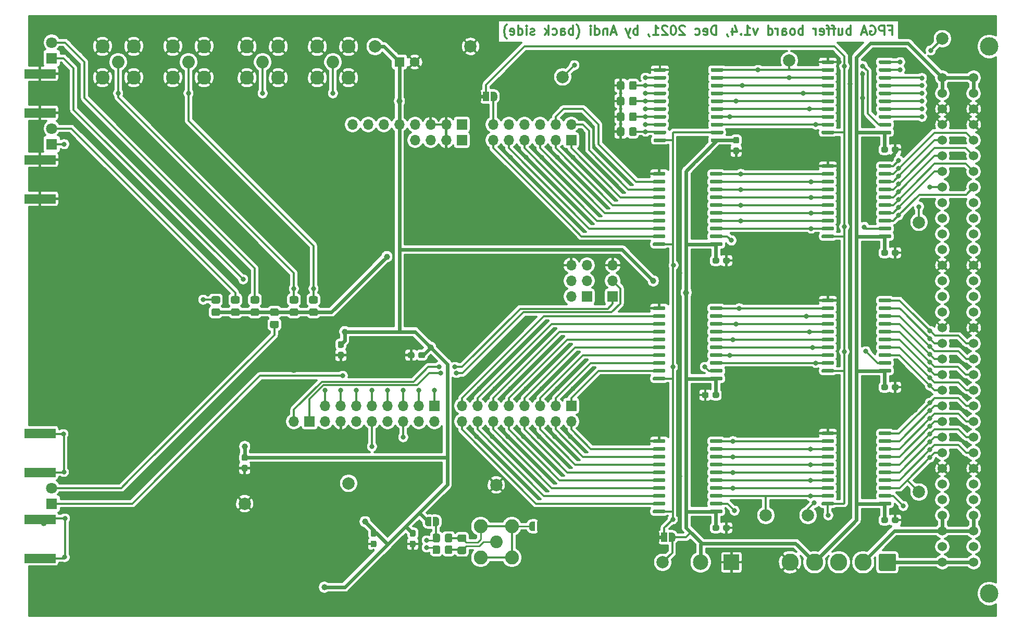
<source format=gbl>
G04 #@! TF.GenerationSoftware,KiCad,Pcbnew,5.1.10-88a1d61d58~88~ubuntu18.04.1*
G04 #@! TF.CreationDate,2022-02-07T17:50:13+01:00*
G04 #@! TF.ProjectId,FPGA_buffer_board,46504741-5f62-4756-9666-65725f626f61,v1.4*
G04 #@! TF.SameCoordinates,Original*
G04 #@! TF.FileFunction,Copper,L2,Bot*
G04 #@! TF.FilePolarity,Positive*
%FSLAX46Y46*%
G04 Gerber Fmt 4.6, Leading zero omitted, Abs format (unit mm)*
G04 Created by KiCad (PCBNEW 5.1.10-88a1d61d58~88~ubuntu18.04.1) date 2022-02-07 17:50:13*
%MOMM*%
%LPD*%
G01*
G04 APERTURE LIST*
G04 #@! TA.AperFunction,NonConductor*
%ADD10C,0.300000*%
G04 #@! TD*
G04 #@! TA.AperFunction,EtchedComponent*
%ADD11C,0.100000*%
G04 #@! TD*
G04 #@! TA.AperFunction,SMDPad,CuDef*
%ADD12C,0.100000*%
G04 #@! TD*
G04 #@! TA.AperFunction,ComponentPad*
%ADD13O,1.700000X1.700000*%
G04 #@! TD*
G04 #@! TA.AperFunction,ComponentPad*
%ADD14R,1.700000X1.700000*%
G04 #@! TD*
G04 #@! TA.AperFunction,ComponentPad*
%ADD15C,2.250000*%
G04 #@! TD*
G04 #@! TA.AperFunction,ComponentPad*
%ADD16C,2.050000*%
G04 #@! TD*
G04 #@! TA.AperFunction,ComponentPad*
%ADD17C,2.500000*%
G04 #@! TD*
G04 #@! TA.AperFunction,ComponentPad*
%ADD18R,2.500000X2.500000*%
G04 #@! TD*
G04 #@! TA.AperFunction,ComponentPad*
%ADD19C,1.600000*%
G04 #@! TD*
G04 #@! TA.AperFunction,ComponentPad*
%ADD20R,1.600000X1.600000*%
G04 #@! TD*
G04 #@! TA.AperFunction,ComponentPad*
%ADD21C,1.800000*%
G04 #@! TD*
G04 #@! TA.AperFunction,ComponentPad*
%ADD22R,1.800000X1.800000*%
G04 #@! TD*
G04 #@! TA.AperFunction,ComponentPad*
%ADD23C,2.000000*%
G04 #@! TD*
G04 #@! TA.AperFunction,ComponentPad*
%ADD24C,2.800000*%
G04 #@! TD*
G04 #@! TA.AperFunction,SMDPad,CuDef*
%ADD25R,5.080000X1.500000*%
G04 #@! TD*
G04 #@! TA.AperFunction,SMDPad,CuDef*
%ADD26R,1.000000X1.500000*%
G04 #@! TD*
G04 #@! TA.AperFunction,ComponentPad*
%ADD27C,1.524000*%
G04 #@! TD*
G04 #@! TA.AperFunction,ComponentPad*
%ADD28C,3.000000*%
G04 #@! TD*
G04 #@! TA.AperFunction,ViaPad*
%ADD29C,0.800000*%
G04 #@! TD*
G04 #@! TA.AperFunction,ViaPad*
%ADD30C,1.000000*%
G04 #@! TD*
G04 #@! TA.AperFunction,Conductor*
%ADD31C,0.600000*%
G04 #@! TD*
G04 #@! TA.AperFunction,Conductor*
%ADD32C,0.250000*%
G04 #@! TD*
G04 #@! TA.AperFunction,Conductor*
%ADD33C,0.350000*%
G04 #@! TD*
G04 #@! TA.AperFunction,Conductor*
%ADD34C,0.100000*%
G04 #@! TD*
G04 APERTURE END LIST*
D10*
X230087857Y-53232857D02*
X230587857Y-53232857D01*
X230587857Y-54018571D02*
X230587857Y-52518571D01*
X229873571Y-52518571D01*
X229302142Y-54018571D02*
X229302142Y-52518571D01*
X228730714Y-52518571D01*
X228587857Y-52590000D01*
X228516428Y-52661428D01*
X228445000Y-52804285D01*
X228445000Y-53018571D01*
X228516428Y-53161428D01*
X228587857Y-53232857D01*
X228730714Y-53304285D01*
X229302142Y-53304285D01*
X227016428Y-52590000D02*
X227159285Y-52518571D01*
X227373571Y-52518571D01*
X227587857Y-52590000D01*
X227730714Y-52732857D01*
X227802142Y-52875714D01*
X227873571Y-53161428D01*
X227873571Y-53375714D01*
X227802142Y-53661428D01*
X227730714Y-53804285D01*
X227587857Y-53947142D01*
X227373571Y-54018571D01*
X227230714Y-54018571D01*
X227016428Y-53947142D01*
X226945000Y-53875714D01*
X226945000Y-53375714D01*
X227230714Y-53375714D01*
X226373571Y-53590000D02*
X225659285Y-53590000D01*
X226516428Y-54018571D02*
X226016428Y-52518571D01*
X225516428Y-54018571D01*
X223873571Y-54018571D02*
X223873571Y-52518571D01*
X223873571Y-53090000D02*
X223730714Y-53018571D01*
X223445000Y-53018571D01*
X223302142Y-53090000D01*
X223230714Y-53161428D01*
X223159285Y-53304285D01*
X223159285Y-53732857D01*
X223230714Y-53875714D01*
X223302142Y-53947142D01*
X223445000Y-54018571D01*
X223730714Y-54018571D01*
X223873571Y-53947142D01*
X221873571Y-53018571D02*
X221873571Y-54018571D01*
X222516428Y-53018571D02*
X222516428Y-53804285D01*
X222445000Y-53947142D01*
X222302142Y-54018571D01*
X222087857Y-54018571D01*
X221945000Y-53947142D01*
X221873571Y-53875714D01*
X221373571Y-53018571D02*
X220802142Y-53018571D01*
X221159285Y-54018571D02*
X221159285Y-52732857D01*
X221087857Y-52590000D01*
X220945000Y-52518571D01*
X220802142Y-52518571D01*
X220516428Y-53018571D02*
X219945000Y-53018571D01*
X220302142Y-54018571D02*
X220302142Y-52732857D01*
X220230714Y-52590000D01*
X220087857Y-52518571D01*
X219945000Y-52518571D01*
X218873571Y-53947142D02*
X219016428Y-54018571D01*
X219302142Y-54018571D01*
X219445000Y-53947142D01*
X219516428Y-53804285D01*
X219516428Y-53232857D01*
X219445000Y-53090000D01*
X219302142Y-53018571D01*
X219016428Y-53018571D01*
X218873571Y-53090000D01*
X218802142Y-53232857D01*
X218802142Y-53375714D01*
X219516428Y-53518571D01*
X218159285Y-54018571D02*
X218159285Y-53018571D01*
X218159285Y-53304285D02*
X218087857Y-53161428D01*
X218016428Y-53090000D01*
X217873571Y-53018571D01*
X217730714Y-53018571D01*
X216087857Y-54018571D02*
X216087857Y-52518571D01*
X216087857Y-53090000D02*
X215945000Y-53018571D01*
X215659285Y-53018571D01*
X215516428Y-53090000D01*
X215445000Y-53161428D01*
X215373571Y-53304285D01*
X215373571Y-53732857D01*
X215445000Y-53875714D01*
X215516428Y-53947142D01*
X215659285Y-54018571D01*
X215945000Y-54018571D01*
X216087857Y-53947142D01*
X214516428Y-54018571D02*
X214659285Y-53947142D01*
X214730714Y-53875714D01*
X214802142Y-53732857D01*
X214802142Y-53304285D01*
X214730714Y-53161428D01*
X214659285Y-53090000D01*
X214516428Y-53018571D01*
X214302142Y-53018571D01*
X214159285Y-53090000D01*
X214087857Y-53161428D01*
X214016428Y-53304285D01*
X214016428Y-53732857D01*
X214087857Y-53875714D01*
X214159285Y-53947142D01*
X214302142Y-54018571D01*
X214516428Y-54018571D01*
X212730714Y-54018571D02*
X212730714Y-53232857D01*
X212802142Y-53090000D01*
X212945000Y-53018571D01*
X213230714Y-53018571D01*
X213373571Y-53090000D01*
X212730714Y-53947142D02*
X212873571Y-54018571D01*
X213230714Y-54018571D01*
X213373571Y-53947142D01*
X213445000Y-53804285D01*
X213445000Y-53661428D01*
X213373571Y-53518571D01*
X213230714Y-53447142D01*
X212873571Y-53447142D01*
X212730714Y-53375714D01*
X212016428Y-54018571D02*
X212016428Y-53018571D01*
X212016428Y-53304285D02*
X211945000Y-53161428D01*
X211873571Y-53090000D01*
X211730714Y-53018571D01*
X211587857Y-53018571D01*
X210445000Y-54018571D02*
X210445000Y-52518571D01*
X210445000Y-53947142D02*
X210587857Y-54018571D01*
X210873571Y-54018571D01*
X211016428Y-53947142D01*
X211087857Y-53875714D01*
X211159285Y-53732857D01*
X211159285Y-53304285D01*
X211087857Y-53161428D01*
X211016428Y-53090000D01*
X210873571Y-53018571D01*
X210587857Y-53018571D01*
X210445000Y-53090000D01*
X208730714Y-53018571D02*
X208373571Y-54018571D01*
X208016428Y-53018571D01*
X206659285Y-54018571D02*
X207516428Y-54018571D01*
X207087857Y-54018571D02*
X207087857Y-52518571D01*
X207230714Y-52732857D01*
X207373571Y-52875714D01*
X207516428Y-52947142D01*
X206016428Y-53875714D02*
X205945000Y-53947142D01*
X206016428Y-54018571D01*
X206087857Y-53947142D01*
X206016428Y-53875714D01*
X206016428Y-54018571D01*
X204659285Y-53018571D02*
X204659285Y-54018571D01*
X205016428Y-52447142D02*
X205373571Y-53518571D01*
X204445000Y-53518571D01*
X203802142Y-53947142D02*
X203802142Y-54018571D01*
X203873571Y-54161428D01*
X203945000Y-54232857D01*
X202016428Y-54018571D02*
X202016428Y-52518571D01*
X201659285Y-52518571D01*
X201445000Y-52590000D01*
X201302142Y-52732857D01*
X201230714Y-52875714D01*
X201159285Y-53161428D01*
X201159285Y-53375714D01*
X201230714Y-53661428D01*
X201302142Y-53804285D01*
X201445000Y-53947142D01*
X201659285Y-54018571D01*
X202016428Y-54018571D01*
X199945000Y-53947142D02*
X200087857Y-54018571D01*
X200373571Y-54018571D01*
X200516428Y-53947142D01*
X200587857Y-53804285D01*
X200587857Y-53232857D01*
X200516428Y-53090000D01*
X200373571Y-53018571D01*
X200087857Y-53018571D01*
X199945000Y-53090000D01*
X199873571Y-53232857D01*
X199873571Y-53375714D01*
X200587857Y-53518571D01*
X198587857Y-53947142D02*
X198730714Y-54018571D01*
X199016428Y-54018571D01*
X199159285Y-53947142D01*
X199230714Y-53875714D01*
X199302142Y-53732857D01*
X199302142Y-53304285D01*
X199230714Y-53161428D01*
X199159285Y-53090000D01*
X199016428Y-53018571D01*
X198730714Y-53018571D01*
X198587857Y-53090000D01*
X196873571Y-52661428D02*
X196802142Y-52590000D01*
X196659285Y-52518571D01*
X196302142Y-52518571D01*
X196159285Y-52590000D01*
X196087857Y-52661428D01*
X196016428Y-52804285D01*
X196016428Y-52947142D01*
X196087857Y-53161428D01*
X196945000Y-54018571D01*
X196016428Y-54018571D01*
X195087857Y-52518571D02*
X194945000Y-52518571D01*
X194802142Y-52590000D01*
X194730714Y-52661428D01*
X194659285Y-52804285D01*
X194587857Y-53090000D01*
X194587857Y-53447142D01*
X194659285Y-53732857D01*
X194730714Y-53875714D01*
X194802142Y-53947142D01*
X194945000Y-54018571D01*
X195087857Y-54018571D01*
X195230714Y-53947142D01*
X195302142Y-53875714D01*
X195373571Y-53732857D01*
X195445000Y-53447142D01*
X195445000Y-53090000D01*
X195373571Y-52804285D01*
X195302142Y-52661428D01*
X195230714Y-52590000D01*
X195087857Y-52518571D01*
X194016428Y-52661428D02*
X193945000Y-52590000D01*
X193802142Y-52518571D01*
X193445000Y-52518571D01*
X193302142Y-52590000D01*
X193230714Y-52661428D01*
X193159285Y-52804285D01*
X193159285Y-52947142D01*
X193230714Y-53161428D01*
X194087857Y-54018571D01*
X193159285Y-54018571D01*
X191730714Y-54018571D02*
X192587857Y-54018571D01*
X192159285Y-54018571D02*
X192159285Y-52518571D01*
X192302142Y-52732857D01*
X192445000Y-52875714D01*
X192587857Y-52947142D01*
X191016428Y-53947142D02*
X191016428Y-54018571D01*
X191087857Y-54161428D01*
X191159285Y-54232857D01*
X189230714Y-54018571D02*
X189230714Y-52518571D01*
X189230714Y-53090000D02*
X189087857Y-53018571D01*
X188802142Y-53018571D01*
X188659285Y-53090000D01*
X188587857Y-53161428D01*
X188516428Y-53304285D01*
X188516428Y-53732857D01*
X188587857Y-53875714D01*
X188659285Y-53947142D01*
X188802142Y-54018571D01*
X189087857Y-54018571D01*
X189230714Y-53947142D01*
X188016428Y-53018571D02*
X187659285Y-54018571D01*
X187302142Y-53018571D02*
X187659285Y-54018571D01*
X187802142Y-54375714D01*
X187873571Y-54447142D01*
X188016428Y-54518571D01*
X185659285Y-53590000D02*
X184945000Y-53590000D01*
X185802142Y-54018571D02*
X185302142Y-52518571D01*
X184802142Y-54018571D01*
X184302142Y-53018571D02*
X184302142Y-54018571D01*
X184302142Y-53161428D02*
X184230714Y-53090000D01*
X184087857Y-53018571D01*
X183873571Y-53018571D01*
X183730714Y-53090000D01*
X183659285Y-53232857D01*
X183659285Y-54018571D01*
X182302142Y-54018571D02*
X182302142Y-52518571D01*
X182302142Y-53947142D02*
X182445000Y-54018571D01*
X182730714Y-54018571D01*
X182873571Y-53947142D01*
X182945000Y-53875714D01*
X183016428Y-53732857D01*
X183016428Y-53304285D01*
X182945000Y-53161428D01*
X182873571Y-53090000D01*
X182730714Y-53018571D01*
X182445000Y-53018571D01*
X182302142Y-53090000D01*
X181587857Y-54018571D02*
X181587857Y-53018571D01*
X181587857Y-52518571D02*
X181659285Y-52590000D01*
X181587857Y-52661428D01*
X181516428Y-52590000D01*
X181587857Y-52518571D01*
X181587857Y-52661428D01*
X179302142Y-54590000D02*
X179373571Y-54518571D01*
X179516428Y-54304285D01*
X179587857Y-54161428D01*
X179659285Y-53947142D01*
X179730714Y-53590000D01*
X179730714Y-53304285D01*
X179659285Y-52947142D01*
X179587857Y-52732857D01*
X179516428Y-52590000D01*
X179373571Y-52375714D01*
X179302142Y-52304285D01*
X178730714Y-54018571D02*
X178730714Y-52518571D01*
X178730714Y-53090000D02*
X178587857Y-53018571D01*
X178302142Y-53018571D01*
X178159285Y-53090000D01*
X178087857Y-53161428D01*
X178016428Y-53304285D01*
X178016428Y-53732857D01*
X178087857Y-53875714D01*
X178159285Y-53947142D01*
X178302142Y-54018571D01*
X178587857Y-54018571D01*
X178730714Y-53947142D01*
X176730714Y-54018571D02*
X176730714Y-53232857D01*
X176802142Y-53090000D01*
X176945000Y-53018571D01*
X177230714Y-53018571D01*
X177373571Y-53090000D01*
X176730714Y-53947142D02*
X176873571Y-54018571D01*
X177230714Y-54018571D01*
X177373571Y-53947142D01*
X177445000Y-53804285D01*
X177445000Y-53661428D01*
X177373571Y-53518571D01*
X177230714Y-53447142D01*
X176873571Y-53447142D01*
X176730714Y-53375714D01*
X175373571Y-53947142D02*
X175516428Y-54018571D01*
X175802142Y-54018571D01*
X175945000Y-53947142D01*
X176016428Y-53875714D01*
X176087857Y-53732857D01*
X176087857Y-53304285D01*
X176016428Y-53161428D01*
X175945000Y-53090000D01*
X175802142Y-53018571D01*
X175516428Y-53018571D01*
X175373571Y-53090000D01*
X174730714Y-54018571D02*
X174730714Y-52518571D01*
X174587857Y-53447142D02*
X174159285Y-54018571D01*
X174159285Y-53018571D02*
X174730714Y-53590000D01*
X172445000Y-53947142D02*
X172302142Y-54018571D01*
X172016428Y-54018571D01*
X171873571Y-53947142D01*
X171802142Y-53804285D01*
X171802142Y-53732857D01*
X171873571Y-53590000D01*
X172016428Y-53518571D01*
X172230714Y-53518571D01*
X172373571Y-53447142D01*
X172445000Y-53304285D01*
X172445000Y-53232857D01*
X172373571Y-53090000D01*
X172230714Y-53018571D01*
X172016428Y-53018571D01*
X171873571Y-53090000D01*
X171159285Y-54018571D02*
X171159285Y-53018571D01*
X171159285Y-52518571D02*
X171230714Y-52590000D01*
X171159285Y-52661428D01*
X171087857Y-52590000D01*
X171159285Y-52518571D01*
X171159285Y-52661428D01*
X169802142Y-54018571D02*
X169802142Y-52518571D01*
X169802142Y-53947142D02*
X169945000Y-54018571D01*
X170230714Y-54018571D01*
X170373571Y-53947142D01*
X170445000Y-53875714D01*
X170516428Y-53732857D01*
X170516428Y-53304285D01*
X170445000Y-53161428D01*
X170373571Y-53090000D01*
X170230714Y-53018571D01*
X169945000Y-53018571D01*
X169802142Y-53090000D01*
X168516428Y-53947142D02*
X168659285Y-54018571D01*
X168945000Y-54018571D01*
X169087857Y-53947142D01*
X169159285Y-53804285D01*
X169159285Y-53232857D01*
X169087857Y-53090000D01*
X168945000Y-53018571D01*
X168659285Y-53018571D01*
X168516428Y-53090000D01*
X168445000Y-53232857D01*
X168445000Y-53375714D01*
X169159285Y-53518571D01*
X167945000Y-54590000D02*
X167873571Y-54518571D01*
X167730714Y-54304285D01*
X167659285Y-54161428D01*
X167587857Y-53947142D01*
X167516428Y-53590000D01*
X167516428Y-53304285D01*
X167587857Y-52947142D01*
X167659285Y-52732857D01*
X167730714Y-52590000D01*
X167873571Y-52375714D01*
X167945000Y-52304285D01*
D11*
G36*
X192648000Y-135936000D02*
G01*
X193148000Y-135936000D01*
X193148000Y-135336000D01*
X192648000Y-135336000D01*
X192648000Y-135936000D01*
G37*
G36*
X163692000Y-64308000D02*
G01*
X164192000Y-64308000D01*
X164192000Y-63708000D01*
X163692000Y-63708000D01*
X163692000Y-64308000D01*
G37*
G04 #@! TA.AperFunction,SMDPad,CuDef*
G36*
G01*
X187852000Y-62680001D02*
X187852000Y-61779999D01*
G75*
G02*
X188101999Y-61530000I249999J0D01*
G01*
X188802001Y-61530000D01*
G75*
G02*
X189052000Y-61779999I0J-249999D01*
G01*
X189052000Y-62680001D01*
G75*
G02*
X188802001Y-62930000I-249999J0D01*
G01*
X188101999Y-62930000D01*
G75*
G02*
X187852000Y-62680001I0J249999D01*
G01*
G37*
G04 #@! TD.AperFunction*
G04 #@! TA.AperFunction,SMDPad,CuDef*
G36*
G01*
X185852000Y-62680001D02*
X185852000Y-61779999D01*
G75*
G02*
X186101999Y-61530000I249999J0D01*
G01*
X186802001Y-61530000D01*
G75*
G02*
X187052000Y-61779999I0J-249999D01*
G01*
X187052000Y-62680001D01*
G75*
G02*
X186802001Y-62930000I-249999J0D01*
G01*
X186101999Y-62930000D01*
G75*
G02*
X185852000Y-62680001I0J249999D01*
G01*
G37*
G04 #@! TD.AperFunction*
G04 #@! TA.AperFunction,SMDPad,CuDef*
G36*
G01*
X187852000Y-65220001D02*
X187852000Y-64319999D01*
G75*
G02*
X188101999Y-64070000I249999J0D01*
G01*
X188802001Y-64070000D01*
G75*
G02*
X189052000Y-64319999I0J-249999D01*
G01*
X189052000Y-65220001D01*
G75*
G02*
X188802001Y-65470000I-249999J0D01*
G01*
X188101999Y-65470000D01*
G75*
G02*
X187852000Y-65220001I0J249999D01*
G01*
G37*
G04 #@! TD.AperFunction*
G04 #@! TA.AperFunction,SMDPad,CuDef*
G36*
G01*
X185852000Y-65220001D02*
X185852000Y-64319999D01*
G75*
G02*
X186101999Y-64070000I249999J0D01*
G01*
X186802001Y-64070000D01*
G75*
G02*
X187052000Y-64319999I0J-249999D01*
G01*
X187052000Y-65220001D01*
G75*
G02*
X186802001Y-65470000I-249999J0D01*
G01*
X186101999Y-65470000D01*
G75*
G02*
X185852000Y-65220001I0J249999D01*
G01*
G37*
G04 #@! TD.AperFunction*
G04 #@! TA.AperFunction,SMDPad,CuDef*
G36*
G01*
X187852000Y-67760001D02*
X187852000Y-66859999D01*
G75*
G02*
X188101999Y-66610000I249999J0D01*
G01*
X188802001Y-66610000D01*
G75*
G02*
X189052000Y-66859999I0J-249999D01*
G01*
X189052000Y-67760001D01*
G75*
G02*
X188802001Y-68010000I-249999J0D01*
G01*
X188101999Y-68010000D01*
G75*
G02*
X187852000Y-67760001I0J249999D01*
G01*
G37*
G04 #@! TD.AperFunction*
G04 #@! TA.AperFunction,SMDPad,CuDef*
G36*
G01*
X185852000Y-67760001D02*
X185852000Y-66859999D01*
G75*
G02*
X186101999Y-66610000I249999J0D01*
G01*
X186802001Y-66610000D01*
G75*
G02*
X187052000Y-66859999I0J-249999D01*
G01*
X187052000Y-67760001D01*
G75*
G02*
X186802001Y-68010000I-249999J0D01*
G01*
X186101999Y-68010000D01*
G75*
G02*
X185852000Y-67760001I0J249999D01*
G01*
G37*
G04 #@! TD.AperFunction*
G04 #@! TA.AperFunction,SMDPad,CuDef*
G36*
G01*
X187852000Y-70173001D02*
X187852000Y-69272999D01*
G75*
G02*
X188101999Y-69023000I249999J0D01*
G01*
X188802001Y-69023000D01*
G75*
G02*
X189052000Y-69272999I0J-249999D01*
G01*
X189052000Y-70173001D01*
G75*
G02*
X188802001Y-70423000I-249999J0D01*
G01*
X188101999Y-70423000D01*
G75*
G02*
X187852000Y-70173001I0J249999D01*
G01*
G37*
G04 #@! TD.AperFunction*
G04 #@! TA.AperFunction,SMDPad,CuDef*
G36*
G01*
X185852000Y-70173001D02*
X185852000Y-69272999D01*
G75*
G02*
X186101999Y-69023000I249999J0D01*
G01*
X186802001Y-69023000D01*
G75*
G02*
X187052000Y-69272999I0J-249999D01*
G01*
X187052000Y-70173001D01*
G75*
G02*
X186802001Y-70423000I-249999J0D01*
G01*
X186101999Y-70423000D01*
G75*
G02*
X185852000Y-70173001I0J249999D01*
G01*
G37*
G04 #@! TD.AperFunction*
G04 #@! TA.AperFunction,SMDPad,CuDef*
D12*
G36*
X173370000Y-133108602D02*
G01*
X173394534Y-133108602D01*
X173443365Y-133113412D01*
X173491490Y-133122984D01*
X173538445Y-133137228D01*
X173583778Y-133156005D01*
X173627051Y-133179136D01*
X173667850Y-133206396D01*
X173705779Y-133237524D01*
X173740476Y-133272221D01*
X173771604Y-133310150D01*
X173798864Y-133350949D01*
X173821995Y-133394222D01*
X173840772Y-133439555D01*
X173855016Y-133486510D01*
X173864588Y-133534635D01*
X173869398Y-133583466D01*
X173869398Y-133608000D01*
X173870000Y-133608000D01*
X173870000Y-134108000D01*
X173869398Y-134108000D01*
X173869398Y-134132534D01*
X173864588Y-134181365D01*
X173855016Y-134229490D01*
X173840772Y-134276445D01*
X173821995Y-134321778D01*
X173798864Y-134365051D01*
X173771604Y-134405850D01*
X173740476Y-134443779D01*
X173705779Y-134478476D01*
X173667850Y-134509604D01*
X173627051Y-134536864D01*
X173583778Y-134559995D01*
X173538445Y-134578772D01*
X173491490Y-134593016D01*
X173443365Y-134602588D01*
X173394534Y-134607398D01*
X173370000Y-134607398D01*
X173370000Y-134608000D01*
X172870000Y-134608000D01*
X172870000Y-133108000D01*
X173370000Y-133108000D01*
X173370000Y-133108602D01*
G37*
G04 #@! TD.AperFunction*
G04 #@! TA.AperFunction,SMDPad,CuDef*
G36*
X172570000Y-134608000D02*
G01*
X172070000Y-134608000D01*
X172070000Y-134607398D01*
X172045466Y-134607398D01*
X171996635Y-134602588D01*
X171948510Y-134593016D01*
X171901555Y-134578772D01*
X171856222Y-134559995D01*
X171812949Y-134536864D01*
X171772150Y-134509604D01*
X171734221Y-134478476D01*
X171699524Y-134443779D01*
X171668396Y-134405850D01*
X171641136Y-134365051D01*
X171618005Y-134321778D01*
X171599228Y-134276445D01*
X171584984Y-134229490D01*
X171575412Y-134181365D01*
X171570602Y-134132534D01*
X171570602Y-134108000D01*
X171570000Y-134108000D01*
X171570000Y-133608000D01*
X171570602Y-133608000D01*
X171570602Y-133583466D01*
X171575412Y-133534635D01*
X171584984Y-133486510D01*
X171599228Y-133439555D01*
X171618005Y-133394222D01*
X171641136Y-133350949D01*
X171668396Y-133310150D01*
X171699524Y-133272221D01*
X171734221Y-133237524D01*
X171772150Y-133206396D01*
X171812949Y-133179136D01*
X171856222Y-133156005D01*
X171901555Y-133137228D01*
X171948510Y-133122984D01*
X171996635Y-133113412D01*
X172045466Y-133108602D01*
X172070000Y-133108602D01*
X172070000Y-133108000D01*
X172570000Y-133108000D01*
X172570000Y-134608000D01*
G37*
G04 #@! TD.AperFunction*
D13*
X178435000Y-91440000D03*
X180975000Y-91440000D03*
X178435000Y-93980000D03*
X180975000Y-93980000D03*
X178435000Y-96520000D03*
D14*
X180975000Y-96520000D03*
G04 #@! TA.AperFunction,SMDPad,CuDef*
G36*
G01*
X157896000Y-136213001D02*
X157896000Y-135312999D01*
G75*
G02*
X158145999Y-135063000I249999J0D01*
G01*
X158846001Y-135063000D01*
G75*
G02*
X159096000Y-135312999I0J-249999D01*
G01*
X159096000Y-136213001D01*
G75*
G02*
X158846001Y-136463000I-249999J0D01*
G01*
X158145999Y-136463000D01*
G75*
G02*
X157896000Y-136213001I0J249999D01*
G01*
G37*
G04 #@! TD.AperFunction*
G04 #@! TA.AperFunction,SMDPad,CuDef*
G36*
G01*
X155896000Y-136213001D02*
X155896000Y-135312999D01*
G75*
G02*
X156145999Y-135063000I249999J0D01*
G01*
X156846001Y-135063000D01*
G75*
G02*
X157096000Y-135312999I0J-249999D01*
G01*
X157096000Y-136213001D01*
G75*
G02*
X156846001Y-136463000I-249999J0D01*
G01*
X156145999Y-136463000D01*
G75*
G02*
X155896000Y-136213001I0J249999D01*
G01*
G37*
G04 #@! TD.AperFunction*
G04 #@! TA.AperFunction,SMDPad,CuDef*
G36*
G01*
X157896000Y-138118001D02*
X157896000Y-137217999D01*
G75*
G02*
X158145999Y-136968000I249999J0D01*
G01*
X158846001Y-136968000D01*
G75*
G02*
X159096000Y-137217999I0J-249999D01*
G01*
X159096000Y-138118001D01*
G75*
G02*
X158846001Y-138368000I-249999J0D01*
G01*
X158145999Y-138368000D01*
G75*
G02*
X157896000Y-138118001I0J249999D01*
G01*
G37*
G04 #@! TD.AperFunction*
G04 #@! TA.AperFunction,SMDPad,CuDef*
G36*
G01*
X155896000Y-138118001D02*
X155896000Y-137217999D01*
G75*
G02*
X156145999Y-136968000I249999J0D01*
G01*
X156846001Y-136968000D01*
G75*
G02*
X157096000Y-137217999I0J-249999D01*
G01*
X157096000Y-138118001D01*
G75*
G02*
X156846001Y-138368000I-249999J0D01*
G01*
X156145999Y-138368000D01*
G75*
G02*
X155896000Y-138118001I0J249999D01*
G01*
G37*
G04 #@! TD.AperFunction*
G04 #@! TA.AperFunction,SMDPad,CuDef*
G36*
G01*
X160204999Y-137179000D02*
X161105001Y-137179000D01*
G75*
G02*
X161355000Y-137428999I0J-249999D01*
G01*
X161355000Y-138129001D01*
G75*
G02*
X161105001Y-138379000I-249999J0D01*
G01*
X160204999Y-138379000D01*
G75*
G02*
X159955000Y-138129001I0J249999D01*
G01*
X159955000Y-137428999D01*
G75*
G02*
X160204999Y-137179000I249999J0D01*
G01*
G37*
G04 #@! TD.AperFunction*
G04 #@! TA.AperFunction,SMDPad,CuDef*
G36*
G01*
X160204999Y-135179000D02*
X161105001Y-135179000D01*
G75*
G02*
X161355000Y-135428999I0J-249999D01*
G01*
X161355000Y-136129001D01*
G75*
G02*
X161105001Y-136379000I-249999J0D01*
G01*
X160204999Y-136379000D01*
G75*
G02*
X159955000Y-136129001I0J249999D01*
G01*
X159955000Y-135428999D01*
G75*
G02*
X160204999Y-135179000I249999J0D01*
G01*
G37*
G04 #@! TD.AperFunction*
G04 #@! TA.AperFunction,SMDPad,CuDef*
D12*
G36*
X156464000Y-132346602D02*
G01*
X156488534Y-132346602D01*
X156537365Y-132351412D01*
X156585490Y-132360984D01*
X156632445Y-132375228D01*
X156677778Y-132394005D01*
X156721051Y-132417136D01*
X156761850Y-132444396D01*
X156799779Y-132475524D01*
X156834476Y-132510221D01*
X156865604Y-132548150D01*
X156892864Y-132588949D01*
X156915995Y-132632222D01*
X156934772Y-132677555D01*
X156949016Y-132724510D01*
X156958588Y-132772635D01*
X156963398Y-132821466D01*
X156963398Y-132846000D01*
X156964000Y-132846000D01*
X156964000Y-133346000D01*
X156963398Y-133346000D01*
X156963398Y-133370534D01*
X156958588Y-133419365D01*
X156949016Y-133467490D01*
X156934772Y-133514445D01*
X156915995Y-133559778D01*
X156892864Y-133603051D01*
X156865604Y-133643850D01*
X156834476Y-133681779D01*
X156799779Y-133716476D01*
X156761850Y-133747604D01*
X156721051Y-133774864D01*
X156677778Y-133797995D01*
X156632445Y-133816772D01*
X156585490Y-133831016D01*
X156537365Y-133840588D01*
X156488534Y-133845398D01*
X156464000Y-133845398D01*
X156464000Y-133846000D01*
X155964000Y-133846000D01*
X155964000Y-132346000D01*
X156464000Y-132346000D01*
X156464000Y-132346602D01*
G37*
G04 #@! TD.AperFunction*
G04 #@! TA.AperFunction,SMDPad,CuDef*
G36*
X155664000Y-133846000D02*
G01*
X155164000Y-133846000D01*
X155164000Y-133845398D01*
X155139466Y-133845398D01*
X155090635Y-133840588D01*
X155042510Y-133831016D01*
X154995555Y-133816772D01*
X154950222Y-133797995D01*
X154906949Y-133774864D01*
X154866150Y-133747604D01*
X154828221Y-133716476D01*
X154793524Y-133681779D01*
X154762396Y-133643850D01*
X154735136Y-133603051D01*
X154712005Y-133559778D01*
X154693228Y-133514445D01*
X154678984Y-133467490D01*
X154669412Y-133419365D01*
X154664602Y-133370534D01*
X154664602Y-133346000D01*
X154664000Y-133346000D01*
X154664000Y-132846000D01*
X154664602Y-132846000D01*
X154664602Y-132821466D01*
X154669412Y-132772635D01*
X154678984Y-132724510D01*
X154693228Y-132677555D01*
X154712005Y-132632222D01*
X154735136Y-132588949D01*
X154762396Y-132548150D01*
X154793524Y-132510221D01*
X154828221Y-132475524D01*
X154866150Y-132444396D01*
X154906949Y-132417136D01*
X154950222Y-132394005D01*
X154995555Y-132375228D01*
X155042510Y-132360984D01*
X155090635Y-132351412D01*
X155139466Y-132346602D01*
X155164000Y-132346602D01*
X155164000Y-132346000D01*
X155664000Y-132346000D01*
X155664000Y-133846000D01*
G37*
G04 #@! TD.AperFunction*
D15*
X163703000Y-138938000D03*
X163703000Y-133858000D03*
X168783000Y-133858000D03*
X168783000Y-138938000D03*
D16*
X166243000Y-136398000D03*
D17*
X199470000Y-139700000D03*
D18*
X204470000Y-139700000D03*
D19*
X152995000Y-58420000D03*
D20*
X150495000Y-58420000D03*
D21*
X93980000Y-127635000D03*
D22*
X93980000Y-130175000D03*
D21*
X93980000Y-69215000D03*
D22*
X93980000Y-71755000D03*
D21*
X93980000Y-55245000D03*
D22*
X93980000Y-57785000D03*
D23*
X210058000Y-132080000D03*
X213868000Y-58166000D03*
X177038000Y-60833000D03*
X146558000Y-55880000D03*
D13*
X165735000Y-68580000D03*
X165735000Y-71120000D03*
X168275000Y-68580000D03*
X168275000Y-71120000D03*
X170815000Y-68580000D03*
X170815000Y-71120000D03*
X173355000Y-68580000D03*
X173355000Y-71120000D03*
X175895000Y-68580000D03*
X175895000Y-71120000D03*
X178435000Y-68580000D03*
D14*
X178435000Y-71120000D03*
G04 #@! TA.AperFunction,SMDPad,CuDef*
G36*
G01*
X201110000Y-71270000D02*
X201110000Y-70970000D01*
G75*
G02*
X201260000Y-70820000I150000J0D01*
G01*
X203010000Y-70820000D01*
G75*
G02*
X203160000Y-70970000I0J-150000D01*
G01*
X203160000Y-71270000D01*
G75*
G02*
X203010000Y-71420000I-150000J0D01*
G01*
X201260000Y-71420000D01*
G75*
G02*
X201110000Y-71270000I0J150000D01*
G01*
G37*
G04 #@! TD.AperFunction*
G04 #@! TA.AperFunction,SMDPad,CuDef*
G36*
G01*
X201110000Y-70000000D02*
X201110000Y-69700000D01*
G75*
G02*
X201260000Y-69550000I150000J0D01*
G01*
X203010000Y-69550000D01*
G75*
G02*
X203160000Y-69700000I0J-150000D01*
G01*
X203160000Y-70000000D01*
G75*
G02*
X203010000Y-70150000I-150000J0D01*
G01*
X201260000Y-70150000D01*
G75*
G02*
X201110000Y-70000000I0J150000D01*
G01*
G37*
G04 #@! TD.AperFunction*
G04 #@! TA.AperFunction,SMDPad,CuDef*
G36*
G01*
X201110000Y-68730000D02*
X201110000Y-68430000D01*
G75*
G02*
X201260000Y-68280000I150000J0D01*
G01*
X203010000Y-68280000D01*
G75*
G02*
X203160000Y-68430000I0J-150000D01*
G01*
X203160000Y-68730000D01*
G75*
G02*
X203010000Y-68880000I-150000J0D01*
G01*
X201260000Y-68880000D01*
G75*
G02*
X201110000Y-68730000I0J150000D01*
G01*
G37*
G04 #@! TD.AperFunction*
G04 #@! TA.AperFunction,SMDPad,CuDef*
G36*
G01*
X201110000Y-67460000D02*
X201110000Y-67160000D01*
G75*
G02*
X201260000Y-67010000I150000J0D01*
G01*
X203010000Y-67010000D01*
G75*
G02*
X203160000Y-67160000I0J-150000D01*
G01*
X203160000Y-67460000D01*
G75*
G02*
X203010000Y-67610000I-150000J0D01*
G01*
X201260000Y-67610000D01*
G75*
G02*
X201110000Y-67460000I0J150000D01*
G01*
G37*
G04 #@! TD.AperFunction*
G04 #@! TA.AperFunction,SMDPad,CuDef*
G36*
G01*
X201110000Y-66190000D02*
X201110000Y-65890000D01*
G75*
G02*
X201260000Y-65740000I150000J0D01*
G01*
X203010000Y-65740000D01*
G75*
G02*
X203160000Y-65890000I0J-150000D01*
G01*
X203160000Y-66190000D01*
G75*
G02*
X203010000Y-66340000I-150000J0D01*
G01*
X201260000Y-66340000D01*
G75*
G02*
X201110000Y-66190000I0J150000D01*
G01*
G37*
G04 #@! TD.AperFunction*
G04 #@! TA.AperFunction,SMDPad,CuDef*
G36*
G01*
X201110000Y-64920000D02*
X201110000Y-64620000D01*
G75*
G02*
X201260000Y-64470000I150000J0D01*
G01*
X203010000Y-64470000D01*
G75*
G02*
X203160000Y-64620000I0J-150000D01*
G01*
X203160000Y-64920000D01*
G75*
G02*
X203010000Y-65070000I-150000J0D01*
G01*
X201260000Y-65070000D01*
G75*
G02*
X201110000Y-64920000I0J150000D01*
G01*
G37*
G04 #@! TD.AperFunction*
G04 #@! TA.AperFunction,SMDPad,CuDef*
G36*
G01*
X201110000Y-63650000D02*
X201110000Y-63350000D01*
G75*
G02*
X201260000Y-63200000I150000J0D01*
G01*
X203010000Y-63200000D01*
G75*
G02*
X203160000Y-63350000I0J-150000D01*
G01*
X203160000Y-63650000D01*
G75*
G02*
X203010000Y-63800000I-150000J0D01*
G01*
X201260000Y-63800000D01*
G75*
G02*
X201110000Y-63650000I0J150000D01*
G01*
G37*
G04 #@! TD.AperFunction*
G04 #@! TA.AperFunction,SMDPad,CuDef*
G36*
G01*
X201110000Y-62380000D02*
X201110000Y-62080000D01*
G75*
G02*
X201260000Y-61930000I150000J0D01*
G01*
X203010000Y-61930000D01*
G75*
G02*
X203160000Y-62080000I0J-150000D01*
G01*
X203160000Y-62380000D01*
G75*
G02*
X203010000Y-62530000I-150000J0D01*
G01*
X201260000Y-62530000D01*
G75*
G02*
X201110000Y-62380000I0J150000D01*
G01*
G37*
G04 #@! TD.AperFunction*
G04 #@! TA.AperFunction,SMDPad,CuDef*
G36*
G01*
X201110000Y-61110000D02*
X201110000Y-60810000D01*
G75*
G02*
X201260000Y-60660000I150000J0D01*
G01*
X203010000Y-60660000D01*
G75*
G02*
X203160000Y-60810000I0J-150000D01*
G01*
X203160000Y-61110000D01*
G75*
G02*
X203010000Y-61260000I-150000J0D01*
G01*
X201260000Y-61260000D01*
G75*
G02*
X201110000Y-61110000I0J150000D01*
G01*
G37*
G04 #@! TD.AperFunction*
G04 #@! TA.AperFunction,SMDPad,CuDef*
G36*
G01*
X201110000Y-59840000D02*
X201110000Y-59540000D01*
G75*
G02*
X201260000Y-59390000I150000J0D01*
G01*
X203010000Y-59390000D01*
G75*
G02*
X203160000Y-59540000I0J-150000D01*
G01*
X203160000Y-59840000D01*
G75*
G02*
X203010000Y-59990000I-150000J0D01*
G01*
X201260000Y-59990000D01*
G75*
G02*
X201110000Y-59840000I0J150000D01*
G01*
G37*
G04 #@! TD.AperFunction*
G04 #@! TA.AperFunction,SMDPad,CuDef*
G36*
G01*
X191810000Y-59840000D02*
X191810000Y-59540000D01*
G75*
G02*
X191960000Y-59390000I150000J0D01*
G01*
X193710000Y-59390000D01*
G75*
G02*
X193860000Y-59540000I0J-150000D01*
G01*
X193860000Y-59840000D01*
G75*
G02*
X193710000Y-59990000I-150000J0D01*
G01*
X191960000Y-59990000D01*
G75*
G02*
X191810000Y-59840000I0J150000D01*
G01*
G37*
G04 #@! TD.AperFunction*
G04 #@! TA.AperFunction,SMDPad,CuDef*
G36*
G01*
X191810000Y-61110000D02*
X191810000Y-60810000D01*
G75*
G02*
X191960000Y-60660000I150000J0D01*
G01*
X193710000Y-60660000D01*
G75*
G02*
X193860000Y-60810000I0J-150000D01*
G01*
X193860000Y-61110000D01*
G75*
G02*
X193710000Y-61260000I-150000J0D01*
G01*
X191960000Y-61260000D01*
G75*
G02*
X191810000Y-61110000I0J150000D01*
G01*
G37*
G04 #@! TD.AperFunction*
G04 #@! TA.AperFunction,SMDPad,CuDef*
G36*
G01*
X191810000Y-62380000D02*
X191810000Y-62080000D01*
G75*
G02*
X191960000Y-61930000I150000J0D01*
G01*
X193710000Y-61930000D01*
G75*
G02*
X193860000Y-62080000I0J-150000D01*
G01*
X193860000Y-62380000D01*
G75*
G02*
X193710000Y-62530000I-150000J0D01*
G01*
X191960000Y-62530000D01*
G75*
G02*
X191810000Y-62380000I0J150000D01*
G01*
G37*
G04 #@! TD.AperFunction*
G04 #@! TA.AperFunction,SMDPad,CuDef*
G36*
G01*
X191810000Y-63650000D02*
X191810000Y-63350000D01*
G75*
G02*
X191960000Y-63200000I150000J0D01*
G01*
X193710000Y-63200000D01*
G75*
G02*
X193860000Y-63350000I0J-150000D01*
G01*
X193860000Y-63650000D01*
G75*
G02*
X193710000Y-63800000I-150000J0D01*
G01*
X191960000Y-63800000D01*
G75*
G02*
X191810000Y-63650000I0J150000D01*
G01*
G37*
G04 #@! TD.AperFunction*
G04 #@! TA.AperFunction,SMDPad,CuDef*
G36*
G01*
X191810000Y-64920000D02*
X191810000Y-64620000D01*
G75*
G02*
X191960000Y-64470000I150000J0D01*
G01*
X193710000Y-64470000D01*
G75*
G02*
X193860000Y-64620000I0J-150000D01*
G01*
X193860000Y-64920000D01*
G75*
G02*
X193710000Y-65070000I-150000J0D01*
G01*
X191960000Y-65070000D01*
G75*
G02*
X191810000Y-64920000I0J150000D01*
G01*
G37*
G04 #@! TD.AperFunction*
G04 #@! TA.AperFunction,SMDPad,CuDef*
G36*
G01*
X191810000Y-66190000D02*
X191810000Y-65890000D01*
G75*
G02*
X191960000Y-65740000I150000J0D01*
G01*
X193710000Y-65740000D01*
G75*
G02*
X193860000Y-65890000I0J-150000D01*
G01*
X193860000Y-66190000D01*
G75*
G02*
X193710000Y-66340000I-150000J0D01*
G01*
X191960000Y-66340000D01*
G75*
G02*
X191810000Y-66190000I0J150000D01*
G01*
G37*
G04 #@! TD.AperFunction*
G04 #@! TA.AperFunction,SMDPad,CuDef*
G36*
G01*
X191810000Y-67460000D02*
X191810000Y-67160000D01*
G75*
G02*
X191960000Y-67010000I150000J0D01*
G01*
X193710000Y-67010000D01*
G75*
G02*
X193860000Y-67160000I0J-150000D01*
G01*
X193860000Y-67460000D01*
G75*
G02*
X193710000Y-67610000I-150000J0D01*
G01*
X191960000Y-67610000D01*
G75*
G02*
X191810000Y-67460000I0J150000D01*
G01*
G37*
G04 #@! TD.AperFunction*
G04 #@! TA.AperFunction,SMDPad,CuDef*
G36*
G01*
X191810000Y-68730000D02*
X191810000Y-68430000D01*
G75*
G02*
X191960000Y-68280000I150000J0D01*
G01*
X193710000Y-68280000D01*
G75*
G02*
X193860000Y-68430000I0J-150000D01*
G01*
X193860000Y-68730000D01*
G75*
G02*
X193710000Y-68880000I-150000J0D01*
G01*
X191960000Y-68880000D01*
G75*
G02*
X191810000Y-68730000I0J150000D01*
G01*
G37*
G04 #@! TD.AperFunction*
G04 #@! TA.AperFunction,SMDPad,CuDef*
G36*
G01*
X191810000Y-70000000D02*
X191810000Y-69700000D01*
G75*
G02*
X191960000Y-69550000I150000J0D01*
G01*
X193710000Y-69550000D01*
G75*
G02*
X193860000Y-69700000I0J-150000D01*
G01*
X193860000Y-70000000D01*
G75*
G02*
X193710000Y-70150000I-150000J0D01*
G01*
X191960000Y-70150000D01*
G75*
G02*
X191810000Y-70000000I0J150000D01*
G01*
G37*
G04 #@! TD.AperFunction*
G04 #@! TA.AperFunction,SMDPad,CuDef*
G36*
G01*
X191810000Y-71270000D02*
X191810000Y-70970000D01*
G75*
G02*
X191960000Y-70820000I150000J0D01*
G01*
X193710000Y-70820000D01*
G75*
G02*
X193860000Y-70970000I0J-150000D01*
G01*
X193860000Y-71270000D01*
G75*
G02*
X193710000Y-71420000I-150000J0D01*
G01*
X191960000Y-71420000D01*
G75*
G02*
X191810000Y-71270000I0J150000D01*
G01*
G37*
G04 #@! TD.AperFunction*
G04 #@! TA.AperFunction,SMDPad,CuDef*
G36*
G01*
X219115000Y-108735000D02*
X219115000Y-108435000D01*
G75*
G02*
X219265000Y-108285000I150000J0D01*
G01*
X221015000Y-108285000D01*
G75*
G02*
X221165000Y-108435000I0J-150000D01*
G01*
X221165000Y-108735000D01*
G75*
G02*
X221015000Y-108885000I-150000J0D01*
G01*
X219265000Y-108885000D01*
G75*
G02*
X219115000Y-108735000I0J150000D01*
G01*
G37*
G04 #@! TD.AperFunction*
G04 #@! TA.AperFunction,SMDPad,CuDef*
G36*
G01*
X219115000Y-107465000D02*
X219115000Y-107165000D01*
G75*
G02*
X219265000Y-107015000I150000J0D01*
G01*
X221015000Y-107015000D01*
G75*
G02*
X221165000Y-107165000I0J-150000D01*
G01*
X221165000Y-107465000D01*
G75*
G02*
X221015000Y-107615000I-150000J0D01*
G01*
X219265000Y-107615000D01*
G75*
G02*
X219115000Y-107465000I0J150000D01*
G01*
G37*
G04 #@! TD.AperFunction*
G04 #@! TA.AperFunction,SMDPad,CuDef*
G36*
G01*
X219115000Y-106195000D02*
X219115000Y-105895000D01*
G75*
G02*
X219265000Y-105745000I150000J0D01*
G01*
X221015000Y-105745000D01*
G75*
G02*
X221165000Y-105895000I0J-150000D01*
G01*
X221165000Y-106195000D01*
G75*
G02*
X221015000Y-106345000I-150000J0D01*
G01*
X219265000Y-106345000D01*
G75*
G02*
X219115000Y-106195000I0J150000D01*
G01*
G37*
G04 #@! TD.AperFunction*
G04 #@! TA.AperFunction,SMDPad,CuDef*
G36*
G01*
X219115000Y-104925000D02*
X219115000Y-104625000D01*
G75*
G02*
X219265000Y-104475000I150000J0D01*
G01*
X221015000Y-104475000D01*
G75*
G02*
X221165000Y-104625000I0J-150000D01*
G01*
X221165000Y-104925000D01*
G75*
G02*
X221015000Y-105075000I-150000J0D01*
G01*
X219265000Y-105075000D01*
G75*
G02*
X219115000Y-104925000I0J150000D01*
G01*
G37*
G04 #@! TD.AperFunction*
G04 #@! TA.AperFunction,SMDPad,CuDef*
G36*
G01*
X219115000Y-103655000D02*
X219115000Y-103355000D01*
G75*
G02*
X219265000Y-103205000I150000J0D01*
G01*
X221015000Y-103205000D01*
G75*
G02*
X221165000Y-103355000I0J-150000D01*
G01*
X221165000Y-103655000D01*
G75*
G02*
X221015000Y-103805000I-150000J0D01*
G01*
X219265000Y-103805000D01*
G75*
G02*
X219115000Y-103655000I0J150000D01*
G01*
G37*
G04 #@! TD.AperFunction*
G04 #@! TA.AperFunction,SMDPad,CuDef*
G36*
G01*
X219115000Y-102385000D02*
X219115000Y-102085000D01*
G75*
G02*
X219265000Y-101935000I150000J0D01*
G01*
X221015000Y-101935000D01*
G75*
G02*
X221165000Y-102085000I0J-150000D01*
G01*
X221165000Y-102385000D01*
G75*
G02*
X221015000Y-102535000I-150000J0D01*
G01*
X219265000Y-102535000D01*
G75*
G02*
X219115000Y-102385000I0J150000D01*
G01*
G37*
G04 #@! TD.AperFunction*
G04 #@! TA.AperFunction,SMDPad,CuDef*
G36*
G01*
X219115000Y-101115000D02*
X219115000Y-100815000D01*
G75*
G02*
X219265000Y-100665000I150000J0D01*
G01*
X221015000Y-100665000D01*
G75*
G02*
X221165000Y-100815000I0J-150000D01*
G01*
X221165000Y-101115000D01*
G75*
G02*
X221015000Y-101265000I-150000J0D01*
G01*
X219265000Y-101265000D01*
G75*
G02*
X219115000Y-101115000I0J150000D01*
G01*
G37*
G04 #@! TD.AperFunction*
G04 #@! TA.AperFunction,SMDPad,CuDef*
G36*
G01*
X219115000Y-99845000D02*
X219115000Y-99545000D01*
G75*
G02*
X219265000Y-99395000I150000J0D01*
G01*
X221015000Y-99395000D01*
G75*
G02*
X221165000Y-99545000I0J-150000D01*
G01*
X221165000Y-99845000D01*
G75*
G02*
X221015000Y-99995000I-150000J0D01*
G01*
X219265000Y-99995000D01*
G75*
G02*
X219115000Y-99845000I0J150000D01*
G01*
G37*
G04 #@! TD.AperFunction*
G04 #@! TA.AperFunction,SMDPad,CuDef*
G36*
G01*
X219115000Y-98575000D02*
X219115000Y-98275000D01*
G75*
G02*
X219265000Y-98125000I150000J0D01*
G01*
X221015000Y-98125000D01*
G75*
G02*
X221165000Y-98275000I0J-150000D01*
G01*
X221165000Y-98575000D01*
G75*
G02*
X221015000Y-98725000I-150000J0D01*
G01*
X219265000Y-98725000D01*
G75*
G02*
X219115000Y-98575000I0J150000D01*
G01*
G37*
G04 #@! TD.AperFunction*
G04 #@! TA.AperFunction,SMDPad,CuDef*
G36*
G01*
X219115000Y-97305000D02*
X219115000Y-97005000D01*
G75*
G02*
X219265000Y-96855000I150000J0D01*
G01*
X221015000Y-96855000D01*
G75*
G02*
X221165000Y-97005000I0J-150000D01*
G01*
X221165000Y-97305000D01*
G75*
G02*
X221015000Y-97455000I-150000J0D01*
G01*
X219265000Y-97455000D01*
G75*
G02*
X219115000Y-97305000I0J150000D01*
G01*
G37*
G04 #@! TD.AperFunction*
G04 #@! TA.AperFunction,SMDPad,CuDef*
G36*
G01*
X228415000Y-97305000D02*
X228415000Y-97005000D01*
G75*
G02*
X228565000Y-96855000I150000J0D01*
G01*
X230315000Y-96855000D01*
G75*
G02*
X230465000Y-97005000I0J-150000D01*
G01*
X230465000Y-97305000D01*
G75*
G02*
X230315000Y-97455000I-150000J0D01*
G01*
X228565000Y-97455000D01*
G75*
G02*
X228415000Y-97305000I0J150000D01*
G01*
G37*
G04 #@! TD.AperFunction*
G04 #@! TA.AperFunction,SMDPad,CuDef*
G36*
G01*
X228415000Y-98575000D02*
X228415000Y-98275000D01*
G75*
G02*
X228565000Y-98125000I150000J0D01*
G01*
X230315000Y-98125000D01*
G75*
G02*
X230465000Y-98275000I0J-150000D01*
G01*
X230465000Y-98575000D01*
G75*
G02*
X230315000Y-98725000I-150000J0D01*
G01*
X228565000Y-98725000D01*
G75*
G02*
X228415000Y-98575000I0J150000D01*
G01*
G37*
G04 #@! TD.AperFunction*
G04 #@! TA.AperFunction,SMDPad,CuDef*
G36*
G01*
X228415000Y-99845000D02*
X228415000Y-99545000D01*
G75*
G02*
X228565000Y-99395000I150000J0D01*
G01*
X230315000Y-99395000D01*
G75*
G02*
X230465000Y-99545000I0J-150000D01*
G01*
X230465000Y-99845000D01*
G75*
G02*
X230315000Y-99995000I-150000J0D01*
G01*
X228565000Y-99995000D01*
G75*
G02*
X228415000Y-99845000I0J150000D01*
G01*
G37*
G04 #@! TD.AperFunction*
G04 #@! TA.AperFunction,SMDPad,CuDef*
G36*
G01*
X228415000Y-101115000D02*
X228415000Y-100815000D01*
G75*
G02*
X228565000Y-100665000I150000J0D01*
G01*
X230315000Y-100665000D01*
G75*
G02*
X230465000Y-100815000I0J-150000D01*
G01*
X230465000Y-101115000D01*
G75*
G02*
X230315000Y-101265000I-150000J0D01*
G01*
X228565000Y-101265000D01*
G75*
G02*
X228415000Y-101115000I0J150000D01*
G01*
G37*
G04 #@! TD.AperFunction*
G04 #@! TA.AperFunction,SMDPad,CuDef*
G36*
G01*
X228415000Y-102385000D02*
X228415000Y-102085000D01*
G75*
G02*
X228565000Y-101935000I150000J0D01*
G01*
X230315000Y-101935000D01*
G75*
G02*
X230465000Y-102085000I0J-150000D01*
G01*
X230465000Y-102385000D01*
G75*
G02*
X230315000Y-102535000I-150000J0D01*
G01*
X228565000Y-102535000D01*
G75*
G02*
X228415000Y-102385000I0J150000D01*
G01*
G37*
G04 #@! TD.AperFunction*
G04 #@! TA.AperFunction,SMDPad,CuDef*
G36*
G01*
X228415000Y-103655000D02*
X228415000Y-103355000D01*
G75*
G02*
X228565000Y-103205000I150000J0D01*
G01*
X230315000Y-103205000D01*
G75*
G02*
X230465000Y-103355000I0J-150000D01*
G01*
X230465000Y-103655000D01*
G75*
G02*
X230315000Y-103805000I-150000J0D01*
G01*
X228565000Y-103805000D01*
G75*
G02*
X228415000Y-103655000I0J150000D01*
G01*
G37*
G04 #@! TD.AperFunction*
G04 #@! TA.AperFunction,SMDPad,CuDef*
G36*
G01*
X228415000Y-104925000D02*
X228415000Y-104625000D01*
G75*
G02*
X228565000Y-104475000I150000J0D01*
G01*
X230315000Y-104475000D01*
G75*
G02*
X230465000Y-104625000I0J-150000D01*
G01*
X230465000Y-104925000D01*
G75*
G02*
X230315000Y-105075000I-150000J0D01*
G01*
X228565000Y-105075000D01*
G75*
G02*
X228415000Y-104925000I0J150000D01*
G01*
G37*
G04 #@! TD.AperFunction*
G04 #@! TA.AperFunction,SMDPad,CuDef*
G36*
G01*
X228415000Y-106195000D02*
X228415000Y-105895000D01*
G75*
G02*
X228565000Y-105745000I150000J0D01*
G01*
X230315000Y-105745000D01*
G75*
G02*
X230465000Y-105895000I0J-150000D01*
G01*
X230465000Y-106195000D01*
G75*
G02*
X230315000Y-106345000I-150000J0D01*
G01*
X228565000Y-106345000D01*
G75*
G02*
X228415000Y-106195000I0J150000D01*
G01*
G37*
G04 #@! TD.AperFunction*
G04 #@! TA.AperFunction,SMDPad,CuDef*
G36*
G01*
X228415000Y-107465000D02*
X228415000Y-107165000D01*
G75*
G02*
X228565000Y-107015000I150000J0D01*
G01*
X230315000Y-107015000D01*
G75*
G02*
X230465000Y-107165000I0J-150000D01*
G01*
X230465000Y-107465000D01*
G75*
G02*
X230315000Y-107615000I-150000J0D01*
G01*
X228565000Y-107615000D01*
G75*
G02*
X228415000Y-107465000I0J150000D01*
G01*
G37*
G04 #@! TD.AperFunction*
G04 #@! TA.AperFunction,SMDPad,CuDef*
G36*
G01*
X228415000Y-108735000D02*
X228415000Y-108435000D01*
G75*
G02*
X228565000Y-108285000I150000J0D01*
G01*
X230315000Y-108285000D01*
G75*
G02*
X230465000Y-108435000I0J-150000D01*
G01*
X230465000Y-108735000D01*
G75*
G02*
X230315000Y-108885000I-150000J0D01*
G01*
X228565000Y-108885000D01*
G75*
G02*
X228415000Y-108735000I0J150000D01*
G01*
G37*
G04 #@! TD.AperFunction*
G04 #@! TA.AperFunction,SMDPad,CuDef*
G36*
G01*
X219115000Y-130325000D02*
X219115000Y-130025000D01*
G75*
G02*
X219265000Y-129875000I150000J0D01*
G01*
X221015000Y-129875000D01*
G75*
G02*
X221165000Y-130025000I0J-150000D01*
G01*
X221165000Y-130325000D01*
G75*
G02*
X221015000Y-130475000I-150000J0D01*
G01*
X219265000Y-130475000D01*
G75*
G02*
X219115000Y-130325000I0J150000D01*
G01*
G37*
G04 #@! TD.AperFunction*
G04 #@! TA.AperFunction,SMDPad,CuDef*
G36*
G01*
X219115000Y-129055000D02*
X219115000Y-128755000D01*
G75*
G02*
X219265000Y-128605000I150000J0D01*
G01*
X221015000Y-128605000D01*
G75*
G02*
X221165000Y-128755000I0J-150000D01*
G01*
X221165000Y-129055000D01*
G75*
G02*
X221015000Y-129205000I-150000J0D01*
G01*
X219265000Y-129205000D01*
G75*
G02*
X219115000Y-129055000I0J150000D01*
G01*
G37*
G04 #@! TD.AperFunction*
G04 #@! TA.AperFunction,SMDPad,CuDef*
G36*
G01*
X219115000Y-127785000D02*
X219115000Y-127485000D01*
G75*
G02*
X219265000Y-127335000I150000J0D01*
G01*
X221015000Y-127335000D01*
G75*
G02*
X221165000Y-127485000I0J-150000D01*
G01*
X221165000Y-127785000D01*
G75*
G02*
X221015000Y-127935000I-150000J0D01*
G01*
X219265000Y-127935000D01*
G75*
G02*
X219115000Y-127785000I0J150000D01*
G01*
G37*
G04 #@! TD.AperFunction*
G04 #@! TA.AperFunction,SMDPad,CuDef*
G36*
G01*
X219115000Y-126515000D02*
X219115000Y-126215000D01*
G75*
G02*
X219265000Y-126065000I150000J0D01*
G01*
X221015000Y-126065000D01*
G75*
G02*
X221165000Y-126215000I0J-150000D01*
G01*
X221165000Y-126515000D01*
G75*
G02*
X221015000Y-126665000I-150000J0D01*
G01*
X219265000Y-126665000D01*
G75*
G02*
X219115000Y-126515000I0J150000D01*
G01*
G37*
G04 #@! TD.AperFunction*
G04 #@! TA.AperFunction,SMDPad,CuDef*
G36*
G01*
X219115000Y-125245000D02*
X219115000Y-124945000D01*
G75*
G02*
X219265000Y-124795000I150000J0D01*
G01*
X221015000Y-124795000D01*
G75*
G02*
X221165000Y-124945000I0J-150000D01*
G01*
X221165000Y-125245000D01*
G75*
G02*
X221015000Y-125395000I-150000J0D01*
G01*
X219265000Y-125395000D01*
G75*
G02*
X219115000Y-125245000I0J150000D01*
G01*
G37*
G04 #@! TD.AperFunction*
G04 #@! TA.AperFunction,SMDPad,CuDef*
G36*
G01*
X219115000Y-123975000D02*
X219115000Y-123675000D01*
G75*
G02*
X219265000Y-123525000I150000J0D01*
G01*
X221015000Y-123525000D01*
G75*
G02*
X221165000Y-123675000I0J-150000D01*
G01*
X221165000Y-123975000D01*
G75*
G02*
X221015000Y-124125000I-150000J0D01*
G01*
X219265000Y-124125000D01*
G75*
G02*
X219115000Y-123975000I0J150000D01*
G01*
G37*
G04 #@! TD.AperFunction*
G04 #@! TA.AperFunction,SMDPad,CuDef*
G36*
G01*
X219115000Y-122705000D02*
X219115000Y-122405000D01*
G75*
G02*
X219265000Y-122255000I150000J0D01*
G01*
X221015000Y-122255000D01*
G75*
G02*
X221165000Y-122405000I0J-150000D01*
G01*
X221165000Y-122705000D01*
G75*
G02*
X221015000Y-122855000I-150000J0D01*
G01*
X219265000Y-122855000D01*
G75*
G02*
X219115000Y-122705000I0J150000D01*
G01*
G37*
G04 #@! TD.AperFunction*
G04 #@! TA.AperFunction,SMDPad,CuDef*
G36*
G01*
X219115000Y-121435000D02*
X219115000Y-121135000D01*
G75*
G02*
X219265000Y-120985000I150000J0D01*
G01*
X221015000Y-120985000D01*
G75*
G02*
X221165000Y-121135000I0J-150000D01*
G01*
X221165000Y-121435000D01*
G75*
G02*
X221015000Y-121585000I-150000J0D01*
G01*
X219265000Y-121585000D01*
G75*
G02*
X219115000Y-121435000I0J150000D01*
G01*
G37*
G04 #@! TD.AperFunction*
G04 #@! TA.AperFunction,SMDPad,CuDef*
G36*
G01*
X219115000Y-120165000D02*
X219115000Y-119865000D01*
G75*
G02*
X219265000Y-119715000I150000J0D01*
G01*
X221015000Y-119715000D01*
G75*
G02*
X221165000Y-119865000I0J-150000D01*
G01*
X221165000Y-120165000D01*
G75*
G02*
X221015000Y-120315000I-150000J0D01*
G01*
X219265000Y-120315000D01*
G75*
G02*
X219115000Y-120165000I0J150000D01*
G01*
G37*
G04 #@! TD.AperFunction*
G04 #@! TA.AperFunction,SMDPad,CuDef*
G36*
G01*
X219115000Y-118895000D02*
X219115000Y-118595000D01*
G75*
G02*
X219265000Y-118445000I150000J0D01*
G01*
X221015000Y-118445000D01*
G75*
G02*
X221165000Y-118595000I0J-150000D01*
G01*
X221165000Y-118895000D01*
G75*
G02*
X221015000Y-119045000I-150000J0D01*
G01*
X219265000Y-119045000D01*
G75*
G02*
X219115000Y-118895000I0J150000D01*
G01*
G37*
G04 #@! TD.AperFunction*
G04 #@! TA.AperFunction,SMDPad,CuDef*
G36*
G01*
X228415000Y-118895000D02*
X228415000Y-118595000D01*
G75*
G02*
X228565000Y-118445000I150000J0D01*
G01*
X230315000Y-118445000D01*
G75*
G02*
X230465000Y-118595000I0J-150000D01*
G01*
X230465000Y-118895000D01*
G75*
G02*
X230315000Y-119045000I-150000J0D01*
G01*
X228565000Y-119045000D01*
G75*
G02*
X228415000Y-118895000I0J150000D01*
G01*
G37*
G04 #@! TD.AperFunction*
G04 #@! TA.AperFunction,SMDPad,CuDef*
G36*
G01*
X228415000Y-120165000D02*
X228415000Y-119865000D01*
G75*
G02*
X228565000Y-119715000I150000J0D01*
G01*
X230315000Y-119715000D01*
G75*
G02*
X230465000Y-119865000I0J-150000D01*
G01*
X230465000Y-120165000D01*
G75*
G02*
X230315000Y-120315000I-150000J0D01*
G01*
X228565000Y-120315000D01*
G75*
G02*
X228415000Y-120165000I0J150000D01*
G01*
G37*
G04 #@! TD.AperFunction*
G04 #@! TA.AperFunction,SMDPad,CuDef*
G36*
G01*
X228415000Y-121435000D02*
X228415000Y-121135000D01*
G75*
G02*
X228565000Y-120985000I150000J0D01*
G01*
X230315000Y-120985000D01*
G75*
G02*
X230465000Y-121135000I0J-150000D01*
G01*
X230465000Y-121435000D01*
G75*
G02*
X230315000Y-121585000I-150000J0D01*
G01*
X228565000Y-121585000D01*
G75*
G02*
X228415000Y-121435000I0J150000D01*
G01*
G37*
G04 #@! TD.AperFunction*
G04 #@! TA.AperFunction,SMDPad,CuDef*
G36*
G01*
X228415000Y-122705000D02*
X228415000Y-122405000D01*
G75*
G02*
X228565000Y-122255000I150000J0D01*
G01*
X230315000Y-122255000D01*
G75*
G02*
X230465000Y-122405000I0J-150000D01*
G01*
X230465000Y-122705000D01*
G75*
G02*
X230315000Y-122855000I-150000J0D01*
G01*
X228565000Y-122855000D01*
G75*
G02*
X228415000Y-122705000I0J150000D01*
G01*
G37*
G04 #@! TD.AperFunction*
G04 #@! TA.AperFunction,SMDPad,CuDef*
G36*
G01*
X228415000Y-123975000D02*
X228415000Y-123675000D01*
G75*
G02*
X228565000Y-123525000I150000J0D01*
G01*
X230315000Y-123525000D01*
G75*
G02*
X230465000Y-123675000I0J-150000D01*
G01*
X230465000Y-123975000D01*
G75*
G02*
X230315000Y-124125000I-150000J0D01*
G01*
X228565000Y-124125000D01*
G75*
G02*
X228415000Y-123975000I0J150000D01*
G01*
G37*
G04 #@! TD.AperFunction*
G04 #@! TA.AperFunction,SMDPad,CuDef*
G36*
G01*
X228415000Y-125245000D02*
X228415000Y-124945000D01*
G75*
G02*
X228565000Y-124795000I150000J0D01*
G01*
X230315000Y-124795000D01*
G75*
G02*
X230465000Y-124945000I0J-150000D01*
G01*
X230465000Y-125245000D01*
G75*
G02*
X230315000Y-125395000I-150000J0D01*
G01*
X228565000Y-125395000D01*
G75*
G02*
X228415000Y-125245000I0J150000D01*
G01*
G37*
G04 #@! TD.AperFunction*
G04 #@! TA.AperFunction,SMDPad,CuDef*
G36*
G01*
X228415000Y-126515000D02*
X228415000Y-126215000D01*
G75*
G02*
X228565000Y-126065000I150000J0D01*
G01*
X230315000Y-126065000D01*
G75*
G02*
X230465000Y-126215000I0J-150000D01*
G01*
X230465000Y-126515000D01*
G75*
G02*
X230315000Y-126665000I-150000J0D01*
G01*
X228565000Y-126665000D01*
G75*
G02*
X228415000Y-126515000I0J150000D01*
G01*
G37*
G04 #@! TD.AperFunction*
G04 #@! TA.AperFunction,SMDPad,CuDef*
G36*
G01*
X228415000Y-127785000D02*
X228415000Y-127485000D01*
G75*
G02*
X228565000Y-127335000I150000J0D01*
G01*
X230315000Y-127335000D01*
G75*
G02*
X230465000Y-127485000I0J-150000D01*
G01*
X230465000Y-127785000D01*
G75*
G02*
X230315000Y-127935000I-150000J0D01*
G01*
X228565000Y-127935000D01*
G75*
G02*
X228415000Y-127785000I0J150000D01*
G01*
G37*
G04 #@! TD.AperFunction*
G04 #@! TA.AperFunction,SMDPad,CuDef*
G36*
G01*
X228415000Y-129055000D02*
X228415000Y-128755000D01*
G75*
G02*
X228565000Y-128605000I150000J0D01*
G01*
X230315000Y-128605000D01*
G75*
G02*
X230465000Y-128755000I0J-150000D01*
G01*
X230465000Y-129055000D01*
G75*
G02*
X230315000Y-129205000I-150000J0D01*
G01*
X228565000Y-129205000D01*
G75*
G02*
X228415000Y-129055000I0J150000D01*
G01*
G37*
G04 #@! TD.AperFunction*
G04 #@! TA.AperFunction,SMDPad,CuDef*
G36*
G01*
X228415000Y-130325000D02*
X228415000Y-130025000D01*
G75*
G02*
X228565000Y-129875000I150000J0D01*
G01*
X230315000Y-129875000D01*
G75*
G02*
X230465000Y-130025000I0J-150000D01*
G01*
X230465000Y-130325000D01*
G75*
G02*
X230315000Y-130475000I-150000J0D01*
G01*
X228565000Y-130475000D01*
G75*
G02*
X228415000Y-130325000I0J150000D01*
G01*
G37*
G04 #@! TD.AperFunction*
X185166000Y-96520000D03*
D13*
X185166000Y-93980000D03*
X185166000Y-91440000D03*
G04 #@! TA.AperFunction,ComponentPad*
G36*
G01*
X231235000Y-138560400D02*
X231235000Y-140839600D01*
G75*
G02*
X230974600Y-141100000I-260400J0D01*
G01*
X228695400Y-141100000D01*
G75*
G02*
X228435000Y-140839600I0J260400D01*
G01*
X228435000Y-138560400D01*
G75*
G02*
X228695400Y-138300000I260400J0D01*
G01*
X230974600Y-138300000D01*
G75*
G02*
X231235000Y-138560400I0J-260400D01*
G01*
G37*
G04 #@! TD.AperFunction*
D24*
X225875000Y-139700000D03*
X221915000Y-139700000D03*
X217955000Y-139700000D03*
X213995000Y-139700000D03*
D25*
X92075000Y-132715000D03*
X92075000Y-139065000D03*
X92075000Y-125095000D03*
X92075000Y-118745000D03*
G04 #@! TA.AperFunction,SMDPad,CuDef*
D12*
G36*
X194848000Y-134886602D02*
G01*
X194872534Y-134886602D01*
X194921365Y-134891412D01*
X194969490Y-134900984D01*
X195016445Y-134915228D01*
X195061778Y-134934005D01*
X195105051Y-134957136D01*
X195145850Y-134984396D01*
X195183779Y-135015524D01*
X195218476Y-135050221D01*
X195249604Y-135088150D01*
X195276864Y-135128949D01*
X195299995Y-135172222D01*
X195318772Y-135217555D01*
X195333016Y-135264510D01*
X195342588Y-135312635D01*
X195347398Y-135361466D01*
X195347398Y-135386000D01*
X195348000Y-135386000D01*
X195348000Y-135886000D01*
X195347398Y-135886000D01*
X195347398Y-135910534D01*
X195342588Y-135959365D01*
X195333016Y-136007490D01*
X195318772Y-136054445D01*
X195299995Y-136099778D01*
X195276864Y-136143051D01*
X195249604Y-136183850D01*
X195218476Y-136221779D01*
X195183779Y-136256476D01*
X195145850Y-136287604D01*
X195105051Y-136314864D01*
X195061778Y-136337995D01*
X195016445Y-136356772D01*
X194969490Y-136371016D01*
X194921365Y-136380588D01*
X194872534Y-136385398D01*
X194848000Y-136385398D01*
X194848000Y-136386000D01*
X194298000Y-136386000D01*
X194298000Y-134886000D01*
X194848000Y-134886000D01*
X194848000Y-134886602D01*
G37*
G04 #@! TD.AperFunction*
D26*
X193548000Y-135636000D03*
G04 #@! TA.AperFunction,SMDPad,CuDef*
D12*
G36*
X192798000Y-136386000D02*
G01*
X192248000Y-136386000D01*
X192248000Y-136385398D01*
X192223466Y-136385398D01*
X192174635Y-136380588D01*
X192126510Y-136371016D01*
X192079555Y-136356772D01*
X192034222Y-136337995D01*
X191990949Y-136314864D01*
X191950150Y-136287604D01*
X191912221Y-136256476D01*
X191877524Y-136221779D01*
X191846396Y-136183850D01*
X191819136Y-136143051D01*
X191796005Y-136099778D01*
X191777228Y-136054445D01*
X191762984Y-136007490D01*
X191753412Y-135959365D01*
X191748602Y-135910534D01*
X191748602Y-135886000D01*
X191748000Y-135886000D01*
X191748000Y-135386000D01*
X191748602Y-135386000D01*
X191748602Y-135361466D01*
X191753412Y-135312635D01*
X191762984Y-135264510D01*
X191777228Y-135217555D01*
X191796005Y-135172222D01*
X191819136Y-135128949D01*
X191846396Y-135088150D01*
X191877524Y-135050221D01*
X191912221Y-135015524D01*
X191950150Y-134984396D01*
X191990949Y-134957136D01*
X192034222Y-134934005D01*
X192079555Y-134915228D01*
X192126510Y-134900984D01*
X192174635Y-134891412D01*
X192223466Y-134886602D01*
X192248000Y-134886602D01*
X192248000Y-134886000D01*
X192798000Y-134886000D01*
X192798000Y-136386000D01*
G37*
G04 #@! TD.AperFunction*
G04 #@! TA.AperFunction,SMDPad,CuDef*
G36*
G01*
X200983000Y-88161000D02*
X200983000Y-87861000D01*
G75*
G02*
X201133000Y-87711000I150000J0D01*
G01*
X202883000Y-87711000D01*
G75*
G02*
X203033000Y-87861000I0J-150000D01*
G01*
X203033000Y-88161000D01*
G75*
G02*
X202883000Y-88311000I-150000J0D01*
G01*
X201133000Y-88311000D01*
G75*
G02*
X200983000Y-88161000I0J150000D01*
G01*
G37*
G04 #@! TD.AperFunction*
G04 #@! TA.AperFunction,SMDPad,CuDef*
G36*
G01*
X200983000Y-86891000D02*
X200983000Y-86591000D01*
G75*
G02*
X201133000Y-86441000I150000J0D01*
G01*
X202883000Y-86441000D01*
G75*
G02*
X203033000Y-86591000I0J-150000D01*
G01*
X203033000Y-86891000D01*
G75*
G02*
X202883000Y-87041000I-150000J0D01*
G01*
X201133000Y-87041000D01*
G75*
G02*
X200983000Y-86891000I0J150000D01*
G01*
G37*
G04 #@! TD.AperFunction*
G04 #@! TA.AperFunction,SMDPad,CuDef*
G36*
G01*
X200983000Y-85621000D02*
X200983000Y-85321000D01*
G75*
G02*
X201133000Y-85171000I150000J0D01*
G01*
X202883000Y-85171000D01*
G75*
G02*
X203033000Y-85321000I0J-150000D01*
G01*
X203033000Y-85621000D01*
G75*
G02*
X202883000Y-85771000I-150000J0D01*
G01*
X201133000Y-85771000D01*
G75*
G02*
X200983000Y-85621000I0J150000D01*
G01*
G37*
G04 #@! TD.AperFunction*
G04 #@! TA.AperFunction,SMDPad,CuDef*
G36*
G01*
X200983000Y-84351000D02*
X200983000Y-84051000D01*
G75*
G02*
X201133000Y-83901000I150000J0D01*
G01*
X202883000Y-83901000D01*
G75*
G02*
X203033000Y-84051000I0J-150000D01*
G01*
X203033000Y-84351000D01*
G75*
G02*
X202883000Y-84501000I-150000J0D01*
G01*
X201133000Y-84501000D01*
G75*
G02*
X200983000Y-84351000I0J150000D01*
G01*
G37*
G04 #@! TD.AperFunction*
G04 #@! TA.AperFunction,SMDPad,CuDef*
G36*
G01*
X200983000Y-83081000D02*
X200983000Y-82781000D01*
G75*
G02*
X201133000Y-82631000I150000J0D01*
G01*
X202883000Y-82631000D01*
G75*
G02*
X203033000Y-82781000I0J-150000D01*
G01*
X203033000Y-83081000D01*
G75*
G02*
X202883000Y-83231000I-150000J0D01*
G01*
X201133000Y-83231000D01*
G75*
G02*
X200983000Y-83081000I0J150000D01*
G01*
G37*
G04 #@! TD.AperFunction*
G04 #@! TA.AperFunction,SMDPad,CuDef*
G36*
G01*
X200983000Y-81811000D02*
X200983000Y-81511000D01*
G75*
G02*
X201133000Y-81361000I150000J0D01*
G01*
X202883000Y-81361000D01*
G75*
G02*
X203033000Y-81511000I0J-150000D01*
G01*
X203033000Y-81811000D01*
G75*
G02*
X202883000Y-81961000I-150000J0D01*
G01*
X201133000Y-81961000D01*
G75*
G02*
X200983000Y-81811000I0J150000D01*
G01*
G37*
G04 #@! TD.AperFunction*
G04 #@! TA.AperFunction,SMDPad,CuDef*
G36*
G01*
X200983000Y-80541000D02*
X200983000Y-80241000D01*
G75*
G02*
X201133000Y-80091000I150000J0D01*
G01*
X202883000Y-80091000D01*
G75*
G02*
X203033000Y-80241000I0J-150000D01*
G01*
X203033000Y-80541000D01*
G75*
G02*
X202883000Y-80691000I-150000J0D01*
G01*
X201133000Y-80691000D01*
G75*
G02*
X200983000Y-80541000I0J150000D01*
G01*
G37*
G04 #@! TD.AperFunction*
G04 #@! TA.AperFunction,SMDPad,CuDef*
G36*
G01*
X200983000Y-79271000D02*
X200983000Y-78971000D01*
G75*
G02*
X201133000Y-78821000I150000J0D01*
G01*
X202883000Y-78821000D01*
G75*
G02*
X203033000Y-78971000I0J-150000D01*
G01*
X203033000Y-79271000D01*
G75*
G02*
X202883000Y-79421000I-150000J0D01*
G01*
X201133000Y-79421000D01*
G75*
G02*
X200983000Y-79271000I0J150000D01*
G01*
G37*
G04 #@! TD.AperFunction*
G04 #@! TA.AperFunction,SMDPad,CuDef*
G36*
G01*
X200983000Y-78001000D02*
X200983000Y-77701000D01*
G75*
G02*
X201133000Y-77551000I150000J0D01*
G01*
X202883000Y-77551000D01*
G75*
G02*
X203033000Y-77701000I0J-150000D01*
G01*
X203033000Y-78001000D01*
G75*
G02*
X202883000Y-78151000I-150000J0D01*
G01*
X201133000Y-78151000D01*
G75*
G02*
X200983000Y-78001000I0J150000D01*
G01*
G37*
G04 #@! TD.AperFunction*
G04 #@! TA.AperFunction,SMDPad,CuDef*
G36*
G01*
X200983000Y-76731000D02*
X200983000Y-76431000D01*
G75*
G02*
X201133000Y-76281000I150000J0D01*
G01*
X202883000Y-76281000D01*
G75*
G02*
X203033000Y-76431000I0J-150000D01*
G01*
X203033000Y-76731000D01*
G75*
G02*
X202883000Y-76881000I-150000J0D01*
G01*
X201133000Y-76881000D01*
G75*
G02*
X200983000Y-76731000I0J150000D01*
G01*
G37*
G04 #@! TD.AperFunction*
G04 #@! TA.AperFunction,SMDPad,CuDef*
G36*
G01*
X191683000Y-76731000D02*
X191683000Y-76431000D01*
G75*
G02*
X191833000Y-76281000I150000J0D01*
G01*
X193583000Y-76281000D01*
G75*
G02*
X193733000Y-76431000I0J-150000D01*
G01*
X193733000Y-76731000D01*
G75*
G02*
X193583000Y-76881000I-150000J0D01*
G01*
X191833000Y-76881000D01*
G75*
G02*
X191683000Y-76731000I0J150000D01*
G01*
G37*
G04 #@! TD.AperFunction*
G04 #@! TA.AperFunction,SMDPad,CuDef*
G36*
G01*
X191683000Y-78001000D02*
X191683000Y-77701000D01*
G75*
G02*
X191833000Y-77551000I150000J0D01*
G01*
X193583000Y-77551000D01*
G75*
G02*
X193733000Y-77701000I0J-150000D01*
G01*
X193733000Y-78001000D01*
G75*
G02*
X193583000Y-78151000I-150000J0D01*
G01*
X191833000Y-78151000D01*
G75*
G02*
X191683000Y-78001000I0J150000D01*
G01*
G37*
G04 #@! TD.AperFunction*
G04 #@! TA.AperFunction,SMDPad,CuDef*
G36*
G01*
X191683000Y-79271000D02*
X191683000Y-78971000D01*
G75*
G02*
X191833000Y-78821000I150000J0D01*
G01*
X193583000Y-78821000D01*
G75*
G02*
X193733000Y-78971000I0J-150000D01*
G01*
X193733000Y-79271000D01*
G75*
G02*
X193583000Y-79421000I-150000J0D01*
G01*
X191833000Y-79421000D01*
G75*
G02*
X191683000Y-79271000I0J150000D01*
G01*
G37*
G04 #@! TD.AperFunction*
G04 #@! TA.AperFunction,SMDPad,CuDef*
G36*
G01*
X191683000Y-80541000D02*
X191683000Y-80241000D01*
G75*
G02*
X191833000Y-80091000I150000J0D01*
G01*
X193583000Y-80091000D01*
G75*
G02*
X193733000Y-80241000I0J-150000D01*
G01*
X193733000Y-80541000D01*
G75*
G02*
X193583000Y-80691000I-150000J0D01*
G01*
X191833000Y-80691000D01*
G75*
G02*
X191683000Y-80541000I0J150000D01*
G01*
G37*
G04 #@! TD.AperFunction*
G04 #@! TA.AperFunction,SMDPad,CuDef*
G36*
G01*
X191683000Y-81811000D02*
X191683000Y-81511000D01*
G75*
G02*
X191833000Y-81361000I150000J0D01*
G01*
X193583000Y-81361000D01*
G75*
G02*
X193733000Y-81511000I0J-150000D01*
G01*
X193733000Y-81811000D01*
G75*
G02*
X193583000Y-81961000I-150000J0D01*
G01*
X191833000Y-81961000D01*
G75*
G02*
X191683000Y-81811000I0J150000D01*
G01*
G37*
G04 #@! TD.AperFunction*
G04 #@! TA.AperFunction,SMDPad,CuDef*
G36*
G01*
X191683000Y-83081000D02*
X191683000Y-82781000D01*
G75*
G02*
X191833000Y-82631000I150000J0D01*
G01*
X193583000Y-82631000D01*
G75*
G02*
X193733000Y-82781000I0J-150000D01*
G01*
X193733000Y-83081000D01*
G75*
G02*
X193583000Y-83231000I-150000J0D01*
G01*
X191833000Y-83231000D01*
G75*
G02*
X191683000Y-83081000I0J150000D01*
G01*
G37*
G04 #@! TD.AperFunction*
G04 #@! TA.AperFunction,SMDPad,CuDef*
G36*
G01*
X191683000Y-84351000D02*
X191683000Y-84051000D01*
G75*
G02*
X191833000Y-83901000I150000J0D01*
G01*
X193583000Y-83901000D01*
G75*
G02*
X193733000Y-84051000I0J-150000D01*
G01*
X193733000Y-84351000D01*
G75*
G02*
X193583000Y-84501000I-150000J0D01*
G01*
X191833000Y-84501000D01*
G75*
G02*
X191683000Y-84351000I0J150000D01*
G01*
G37*
G04 #@! TD.AperFunction*
G04 #@! TA.AperFunction,SMDPad,CuDef*
G36*
G01*
X191683000Y-85621000D02*
X191683000Y-85321000D01*
G75*
G02*
X191833000Y-85171000I150000J0D01*
G01*
X193583000Y-85171000D01*
G75*
G02*
X193733000Y-85321000I0J-150000D01*
G01*
X193733000Y-85621000D01*
G75*
G02*
X193583000Y-85771000I-150000J0D01*
G01*
X191833000Y-85771000D01*
G75*
G02*
X191683000Y-85621000I0J150000D01*
G01*
G37*
G04 #@! TD.AperFunction*
G04 #@! TA.AperFunction,SMDPad,CuDef*
G36*
G01*
X191683000Y-86891000D02*
X191683000Y-86591000D01*
G75*
G02*
X191833000Y-86441000I150000J0D01*
G01*
X193583000Y-86441000D01*
G75*
G02*
X193733000Y-86591000I0J-150000D01*
G01*
X193733000Y-86891000D01*
G75*
G02*
X193583000Y-87041000I-150000J0D01*
G01*
X191833000Y-87041000D01*
G75*
G02*
X191683000Y-86891000I0J150000D01*
G01*
G37*
G04 #@! TD.AperFunction*
G04 #@! TA.AperFunction,SMDPad,CuDef*
G36*
G01*
X191683000Y-88161000D02*
X191683000Y-87861000D01*
G75*
G02*
X191833000Y-87711000I150000J0D01*
G01*
X193583000Y-87711000D01*
G75*
G02*
X193733000Y-87861000I0J-150000D01*
G01*
X193733000Y-88161000D01*
G75*
G02*
X193583000Y-88311000I-150000J0D01*
G01*
X191833000Y-88311000D01*
G75*
G02*
X191683000Y-88161000I0J150000D01*
G01*
G37*
G04 #@! TD.AperFunction*
G04 #@! TA.AperFunction,SMDPad,CuDef*
G36*
G01*
X191683000Y-110005000D02*
X191683000Y-109705000D01*
G75*
G02*
X191833000Y-109555000I150000J0D01*
G01*
X193583000Y-109555000D01*
G75*
G02*
X193733000Y-109705000I0J-150000D01*
G01*
X193733000Y-110005000D01*
G75*
G02*
X193583000Y-110155000I-150000J0D01*
G01*
X191833000Y-110155000D01*
G75*
G02*
X191683000Y-110005000I0J150000D01*
G01*
G37*
G04 #@! TD.AperFunction*
G04 #@! TA.AperFunction,SMDPad,CuDef*
G36*
G01*
X191683000Y-108735000D02*
X191683000Y-108435000D01*
G75*
G02*
X191833000Y-108285000I150000J0D01*
G01*
X193583000Y-108285000D01*
G75*
G02*
X193733000Y-108435000I0J-150000D01*
G01*
X193733000Y-108735000D01*
G75*
G02*
X193583000Y-108885000I-150000J0D01*
G01*
X191833000Y-108885000D01*
G75*
G02*
X191683000Y-108735000I0J150000D01*
G01*
G37*
G04 #@! TD.AperFunction*
G04 #@! TA.AperFunction,SMDPad,CuDef*
G36*
G01*
X191683000Y-107465000D02*
X191683000Y-107165000D01*
G75*
G02*
X191833000Y-107015000I150000J0D01*
G01*
X193583000Y-107015000D01*
G75*
G02*
X193733000Y-107165000I0J-150000D01*
G01*
X193733000Y-107465000D01*
G75*
G02*
X193583000Y-107615000I-150000J0D01*
G01*
X191833000Y-107615000D01*
G75*
G02*
X191683000Y-107465000I0J150000D01*
G01*
G37*
G04 #@! TD.AperFunction*
G04 #@! TA.AperFunction,SMDPad,CuDef*
G36*
G01*
X191683000Y-106195000D02*
X191683000Y-105895000D01*
G75*
G02*
X191833000Y-105745000I150000J0D01*
G01*
X193583000Y-105745000D01*
G75*
G02*
X193733000Y-105895000I0J-150000D01*
G01*
X193733000Y-106195000D01*
G75*
G02*
X193583000Y-106345000I-150000J0D01*
G01*
X191833000Y-106345000D01*
G75*
G02*
X191683000Y-106195000I0J150000D01*
G01*
G37*
G04 #@! TD.AperFunction*
G04 #@! TA.AperFunction,SMDPad,CuDef*
G36*
G01*
X191683000Y-104925000D02*
X191683000Y-104625000D01*
G75*
G02*
X191833000Y-104475000I150000J0D01*
G01*
X193583000Y-104475000D01*
G75*
G02*
X193733000Y-104625000I0J-150000D01*
G01*
X193733000Y-104925000D01*
G75*
G02*
X193583000Y-105075000I-150000J0D01*
G01*
X191833000Y-105075000D01*
G75*
G02*
X191683000Y-104925000I0J150000D01*
G01*
G37*
G04 #@! TD.AperFunction*
G04 #@! TA.AperFunction,SMDPad,CuDef*
G36*
G01*
X191683000Y-103655000D02*
X191683000Y-103355000D01*
G75*
G02*
X191833000Y-103205000I150000J0D01*
G01*
X193583000Y-103205000D01*
G75*
G02*
X193733000Y-103355000I0J-150000D01*
G01*
X193733000Y-103655000D01*
G75*
G02*
X193583000Y-103805000I-150000J0D01*
G01*
X191833000Y-103805000D01*
G75*
G02*
X191683000Y-103655000I0J150000D01*
G01*
G37*
G04 #@! TD.AperFunction*
G04 #@! TA.AperFunction,SMDPad,CuDef*
G36*
G01*
X191683000Y-102385000D02*
X191683000Y-102085000D01*
G75*
G02*
X191833000Y-101935000I150000J0D01*
G01*
X193583000Y-101935000D01*
G75*
G02*
X193733000Y-102085000I0J-150000D01*
G01*
X193733000Y-102385000D01*
G75*
G02*
X193583000Y-102535000I-150000J0D01*
G01*
X191833000Y-102535000D01*
G75*
G02*
X191683000Y-102385000I0J150000D01*
G01*
G37*
G04 #@! TD.AperFunction*
G04 #@! TA.AperFunction,SMDPad,CuDef*
G36*
G01*
X191683000Y-101115000D02*
X191683000Y-100815000D01*
G75*
G02*
X191833000Y-100665000I150000J0D01*
G01*
X193583000Y-100665000D01*
G75*
G02*
X193733000Y-100815000I0J-150000D01*
G01*
X193733000Y-101115000D01*
G75*
G02*
X193583000Y-101265000I-150000J0D01*
G01*
X191833000Y-101265000D01*
G75*
G02*
X191683000Y-101115000I0J150000D01*
G01*
G37*
G04 #@! TD.AperFunction*
G04 #@! TA.AperFunction,SMDPad,CuDef*
G36*
G01*
X191683000Y-99845000D02*
X191683000Y-99545000D01*
G75*
G02*
X191833000Y-99395000I150000J0D01*
G01*
X193583000Y-99395000D01*
G75*
G02*
X193733000Y-99545000I0J-150000D01*
G01*
X193733000Y-99845000D01*
G75*
G02*
X193583000Y-99995000I-150000J0D01*
G01*
X191833000Y-99995000D01*
G75*
G02*
X191683000Y-99845000I0J150000D01*
G01*
G37*
G04 #@! TD.AperFunction*
G04 #@! TA.AperFunction,SMDPad,CuDef*
G36*
G01*
X191683000Y-98575000D02*
X191683000Y-98275000D01*
G75*
G02*
X191833000Y-98125000I150000J0D01*
G01*
X193583000Y-98125000D01*
G75*
G02*
X193733000Y-98275000I0J-150000D01*
G01*
X193733000Y-98575000D01*
G75*
G02*
X193583000Y-98725000I-150000J0D01*
G01*
X191833000Y-98725000D01*
G75*
G02*
X191683000Y-98575000I0J150000D01*
G01*
G37*
G04 #@! TD.AperFunction*
G04 #@! TA.AperFunction,SMDPad,CuDef*
G36*
G01*
X200983000Y-98575000D02*
X200983000Y-98275000D01*
G75*
G02*
X201133000Y-98125000I150000J0D01*
G01*
X202883000Y-98125000D01*
G75*
G02*
X203033000Y-98275000I0J-150000D01*
G01*
X203033000Y-98575000D01*
G75*
G02*
X202883000Y-98725000I-150000J0D01*
G01*
X201133000Y-98725000D01*
G75*
G02*
X200983000Y-98575000I0J150000D01*
G01*
G37*
G04 #@! TD.AperFunction*
G04 #@! TA.AperFunction,SMDPad,CuDef*
G36*
G01*
X200983000Y-99845000D02*
X200983000Y-99545000D01*
G75*
G02*
X201133000Y-99395000I150000J0D01*
G01*
X202883000Y-99395000D01*
G75*
G02*
X203033000Y-99545000I0J-150000D01*
G01*
X203033000Y-99845000D01*
G75*
G02*
X202883000Y-99995000I-150000J0D01*
G01*
X201133000Y-99995000D01*
G75*
G02*
X200983000Y-99845000I0J150000D01*
G01*
G37*
G04 #@! TD.AperFunction*
G04 #@! TA.AperFunction,SMDPad,CuDef*
G36*
G01*
X200983000Y-101115000D02*
X200983000Y-100815000D01*
G75*
G02*
X201133000Y-100665000I150000J0D01*
G01*
X202883000Y-100665000D01*
G75*
G02*
X203033000Y-100815000I0J-150000D01*
G01*
X203033000Y-101115000D01*
G75*
G02*
X202883000Y-101265000I-150000J0D01*
G01*
X201133000Y-101265000D01*
G75*
G02*
X200983000Y-101115000I0J150000D01*
G01*
G37*
G04 #@! TD.AperFunction*
G04 #@! TA.AperFunction,SMDPad,CuDef*
G36*
G01*
X200983000Y-102385000D02*
X200983000Y-102085000D01*
G75*
G02*
X201133000Y-101935000I150000J0D01*
G01*
X202883000Y-101935000D01*
G75*
G02*
X203033000Y-102085000I0J-150000D01*
G01*
X203033000Y-102385000D01*
G75*
G02*
X202883000Y-102535000I-150000J0D01*
G01*
X201133000Y-102535000D01*
G75*
G02*
X200983000Y-102385000I0J150000D01*
G01*
G37*
G04 #@! TD.AperFunction*
G04 #@! TA.AperFunction,SMDPad,CuDef*
G36*
G01*
X200983000Y-103655000D02*
X200983000Y-103355000D01*
G75*
G02*
X201133000Y-103205000I150000J0D01*
G01*
X202883000Y-103205000D01*
G75*
G02*
X203033000Y-103355000I0J-150000D01*
G01*
X203033000Y-103655000D01*
G75*
G02*
X202883000Y-103805000I-150000J0D01*
G01*
X201133000Y-103805000D01*
G75*
G02*
X200983000Y-103655000I0J150000D01*
G01*
G37*
G04 #@! TD.AperFunction*
G04 #@! TA.AperFunction,SMDPad,CuDef*
G36*
G01*
X200983000Y-104925000D02*
X200983000Y-104625000D01*
G75*
G02*
X201133000Y-104475000I150000J0D01*
G01*
X202883000Y-104475000D01*
G75*
G02*
X203033000Y-104625000I0J-150000D01*
G01*
X203033000Y-104925000D01*
G75*
G02*
X202883000Y-105075000I-150000J0D01*
G01*
X201133000Y-105075000D01*
G75*
G02*
X200983000Y-104925000I0J150000D01*
G01*
G37*
G04 #@! TD.AperFunction*
G04 #@! TA.AperFunction,SMDPad,CuDef*
G36*
G01*
X200983000Y-106195000D02*
X200983000Y-105895000D01*
G75*
G02*
X201133000Y-105745000I150000J0D01*
G01*
X202883000Y-105745000D01*
G75*
G02*
X203033000Y-105895000I0J-150000D01*
G01*
X203033000Y-106195000D01*
G75*
G02*
X202883000Y-106345000I-150000J0D01*
G01*
X201133000Y-106345000D01*
G75*
G02*
X200983000Y-106195000I0J150000D01*
G01*
G37*
G04 #@! TD.AperFunction*
G04 #@! TA.AperFunction,SMDPad,CuDef*
G36*
G01*
X200983000Y-107465000D02*
X200983000Y-107165000D01*
G75*
G02*
X201133000Y-107015000I150000J0D01*
G01*
X202883000Y-107015000D01*
G75*
G02*
X203033000Y-107165000I0J-150000D01*
G01*
X203033000Y-107465000D01*
G75*
G02*
X202883000Y-107615000I-150000J0D01*
G01*
X201133000Y-107615000D01*
G75*
G02*
X200983000Y-107465000I0J150000D01*
G01*
G37*
G04 #@! TD.AperFunction*
G04 #@! TA.AperFunction,SMDPad,CuDef*
G36*
G01*
X200983000Y-108735000D02*
X200983000Y-108435000D01*
G75*
G02*
X201133000Y-108285000I150000J0D01*
G01*
X202883000Y-108285000D01*
G75*
G02*
X203033000Y-108435000I0J-150000D01*
G01*
X203033000Y-108735000D01*
G75*
G02*
X202883000Y-108885000I-150000J0D01*
G01*
X201133000Y-108885000D01*
G75*
G02*
X200983000Y-108735000I0J150000D01*
G01*
G37*
G04 #@! TD.AperFunction*
G04 #@! TA.AperFunction,SMDPad,CuDef*
G36*
G01*
X200983000Y-110005000D02*
X200983000Y-109705000D01*
G75*
G02*
X201133000Y-109555000I150000J0D01*
G01*
X202883000Y-109555000D01*
G75*
G02*
X203033000Y-109705000I0J-150000D01*
G01*
X203033000Y-110005000D01*
G75*
G02*
X202883000Y-110155000I-150000J0D01*
G01*
X201133000Y-110155000D01*
G75*
G02*
X200983000Y-110005000I0J150000D01*
G01*
G37*
G04 #@! TD.AperFunction*
G04 #@! TA.AperFunction,SMDPad,CuDef*
G36*
G01*
X191683000Y-131595000D02*
X191683000Y-131295000D01*
G75*
G02*
X191833000Y-131145000I150000J0D01*
G01*
X193583000Y-131145000D01*
G75*
G02*
X193733000Y-131295000I0J-150000D01*
G01*
X193733000Y-131595000D01*
G75*
G02*
X193583000Y-131745000I-150000J0D01*
G01*
X191833000Y-131745000D01*
G75*
G02*
X191683000Y-131595000I0J150000D01*
G01*
G37*
G04 #@! TD.AperFunction*
G04 #@! TA.AperFunction,SMDPad,CuDef*
G36*
G01*
X191683000Y-130325000D02*
X191683000Y-130025000D01*
G75*
G02*
X191833000Y-129875000I150000J0D01*
G01*
X193583000Y-129875000D01*
G75*
G02*
X193733000Y-130025000I0J-150000D01*
G01*
X193733000Y-130325000D01*
G75*
G02*
X193583000Y-130475000I-150000J0D01*
G01*
X191833000Y-130475000D01*
G75*
G02*
X191683000Y-130325000I0J150000D01*
G01*
G37*
G04 #@! TD.AperFunction*
G04 #@! TA.AperFunction,SMDPad,CuDef*
G36*
G01*
X191683000Y-129055000D02*
X191683000Y-128755000D01*
G75*
G02*
X191833000Y-128605000I150000J0D01*
G01*
X193583000Y-128605000D01*
G75*
G02*
X193733000Y-128755000I0J-150000D01*
G01*
X193733000Y-129055000D01*
G75*
G02*
X193583000Y-129205000I-150000J0D01*
G01*
X191833000Y-129205000D01*
G75*
G02*
X191683000Y-129055000I0J150000D01*
G01*
G37*
G04 #@! TD.AperFunction*
G04 #@! TA.AperFunction,SMDPad,CuDef*
G36*
G01*
X191683000Y-127785000D02*
X191683000Y-127485000D01*
G75*
G02*
X191833000Y-127335000I150000J0D01*
G01*
X193583000Y-127335000D01*
G75*
G02*
X193733000Y-127485000I0J-150000D01*
G01*
X193733000Y-127785000D01*
G75*
G02*
X193583000Y-127935000I-150000J0D01*
G01*
X191833000Y-127935000D01*
G75*
G02*
X191683000Y-127785000I0J150000D01*
G01*
G37*
G04 #@! TD.AperFunction*
G04 #@! TA.AperFunction,SMDPad,CuDef*
G36*
G01*
X191683000Y-126515000D02*
X191683000Y-126215000D01*
G75*
G02*
X191833000Y-126065000I150000J0D01*
G01*
X193583000Y-126065000D01*
G75*
G02*
X193733000Y-126215000I0J-150000D01*
G01*
X193733000Y-126515000D01*
G75*
G02*
X193583000Y-126665000I-150000J0D01*
G01*
X191833000Y-126665000D01*
G75*
G02*
X191683000Y-126515000I0J150000D01*
G01*
G37*
G04 #@! TD.AperFunction*
G04 #@! TA.AperFunction,SMDPad,CuDef*
G36*
G01*
X191683000Y-125245000D02*
X191683000Y-124945000D01*
G75*
G02*
X191833000Y-124795000I150000J0D01*
G01*
X193583000Y-124795000D01*
G75*
G02*
X193733000Y-124945000I0J-150000D01*
G01*
X193733000Y-125245000D01*
G75*
G02*
X193583000Y-125395000I-150000J0D01*
G01*
X191833000Y-125395000D01*
G75*
G02*
X191683000Y-125245000I0J150000D01*
G01*
G37*
G04 #@! TD.AperFunction*
G04 #@! TA.AperFunction,SMDPad,CuDef*
G36*
G01*
X191683000Y-123975000D02*
X191683000Y-123675000D01*
G75*
G02*
X191833000Y-123525000I150000J0D01*
G01*
X193583000Y-123525000D01*
G75*
G02*
X193733000Y-123675000I0J-150000D01*
G01*
X193733000Y-123975000D01*
G75*
G02*
X193583000Y-124125000I-150000J0D01*
G01*
X191833000Y-124125000D01*
G75*
G02*
X191683000Y-123975000I0J150000D01*
G01*
G37*
G04 #@! TD.AperFunction*
G04 #@! TA.AperFunction,SMDPad,CuDef*
G36*
G01*
X191683000Y-122705000D02*
X191683000Y-122405000D01*
G75*
G02*
X191833000Y-122255000I150000J0D01*
G01*
X193583000Y-122255000D01*
G75*
G02*
X193733000Y-122405000I0J-150000D01*
G01*
X193733000Y-122705000D01*
G75*
G02*
X193583000Y-122855000I-150000J0D01*
G01*
X191833000Y-122855000D01*
G75*
G02*
X191683000Y-122705000I0J150000D01*
G01*
G37*
G04 #@! TD.AperFunction*
G04 #@! TA.AperFunction,SMDPad,CuDef*
G36*
G01*
X191683000Y-121435000D02*
X191683000Y-121135000D01*
G75*
G02*
X191833000Y-120985000I150000J0D01*
G01*
X193583000Y-120985000D01*
G75*
G02*
X193733000Y-121135000I0J-150000D01*
G01*
X193733000Y-121435000D01*
G75*
G02*
X193583000Y-121585000I-150000J0D01*
G01*
X191833000Y-121585000D01*
G75*
G02*
X191683000Y-121435000I0J150000D01*
G01*
G37*
G04 #@! TD.AperFunction*
G04 #@! TA.AperFunction,SMDPad,CuDef*
G36*
G01*
X191683000Y-120165000D02*
X191683000Y-119865000D01*
G75*
G02*
X191833000Y-119715000I150000J0D01*
G01*
X193583000Y-119715000D01*
G75*
G02*
X193733000Y-119865000I0J-150000D01*
G01*
X193733000Y-120165000D01*
G75*
G02*
X193583000Y-120315000I-150000J0D01*
G01*
X191833000Y-120315000D01*
G75*
G02*
X191683000Y-120165000I0J150000D01*
G01*
G37*
G04 #@! TD.AperFunction*
G04 #@! TA.AperFunction,SMDPad,CuDef*
G36*
G01*
X200983000Y-120165000D02*
X200983000Y-119865000D01*
G75*
G02*
X201133000Y-119715000I150000J0D01*
G01*
X202883000Y-119715000D01*
G75*
G02*
X203033000Y-119865000I0J-150000D01*
G01*
X203033000Y-120165000D01*
G75*
G02*
X202883000Y-120315000I-150000J0D01*
G01*
X201133000Y-120315000D01*
G75*
G02*
X200983000Y-120165000I0J150000D01*
G01*
G37*
G04 #@! TD.AperFunction*
G04 #@! TA.AperFunction,SMDPad,CuDef*
G36*
G01*
X200983000Y-121435000D02*
X200983000Y-121135000D01*
G75*
G02*
X201133000Y-120985000I150000J0D01*
G01*
X202883000Y-120985000D01*
G75*
G02*
X203033000Y-121135000I0J-150000D01*
G01*
X203033000Y-121435000D01*
G75*
G02*
X202883000Y-121585000I-150000J0D01*
G01*
X201133000Y-121585000D01*
G75*
G02*
X200983000Y-121435000I0J150000D01*
G01*
G37*
G04 #@! TD.AperFunction*
G04 #@! TA.AperFunction,SMDPad,CuDef*
G36*
G01*
X200983000Y-122705000D02*
X200983000Y-122405000D01*
G75*
G02*
X201133000Y-122255000I150000J0D01*
G01*
X202883000Y-122255000D01*
G75*
G02*
X203033000Y-122405000I0J-150000D01*
G01*
X203033000Y-122705000D01*
G75*
G02*
X202883000Y-122855000I-150000J0D01*
G01*
X201133000Y-122855000D01*
G75*
G02*
X200983000Y-122705000I0J150000D01*
G01*
G37*
G04 #@! TD.AperFunction*
G04 #@! TA.AperFunction,SMDPad,CuDef*
G36*
G01*
X200983000Y-123975000D02*
X200983000Y-123675000D01*
G75*
G02*
X201133000Y-123525000I150000J0D01*
G01*
X202883000Y-123525000D01*
G75*
G02*
X203033000Y-123675000I0J-150000D01*
G01*
X203033000Y-123975000D01*
G75*
G02*
X202883000Y-124125000I-150000J0D01*
G01*
X201133000Y-124125000D01*
G75*
G02*
X200983000Y-123975000I0J150000D01*
G01*
G37*
G04 #@! TD.AperFunction*
G04 #@! TA.AperFunction,SMDPad,CuDef*
G36*
G01*
X200983000Y-125245000D02*
X200983000Y-124945000D01*
G75*
G02*
X201133000Y-124795000I150000J0D01*
G01*
X202883000Y-124795000D01*
G75*
G02*
X203033000Y-124945000I0J-150000D01*
G01*
X203033000Y-125245000D01*
G75*
G02*
X202883000Y-125395000I-150000J0D01*
G01*
X201133000Y-125395000D01*
G75*
G02*
X200983000Y-125245000I0J150000D01*
G01*
G37*
G04 #@! TD.AperFunction*
G04 #@! TA.AperFunction,SMDPad,CuDef*
G36*
G01*
X200983000Y-126515000D02*
X200983000Y-126215000D01*
G75*
G02*
X201133000Y-126065000I150000J0D01*
G01*
X202883000Y-126065000D01*
G75*
G02*
X203033000Y-126215000I0J-150000D01*
G01*
X203033000Y-126515000D01*
G75*
G02*
X202883000Y-126665000I-150000J0D01*
G01*
X201133000Y-126665000D01*
G75*
G02*
X200983000Y-126515000I0J150000D01*
G01*
G37*
G04 #@! TD.AperFunction*
G04 #@! TA.AperFunction,SMDPad,CuDef*
G36*
G01*
X200983000Y-127785000D02*
X200983000Y-127485000D01*
G75*
G02*
X201133000Y-127335000I150000J0D01*
G01*
X202883000Y-127335000D01*
G75*
G02*
X203033000Y-127485000I0J-150000D01*
G01*
X203033000Y-127785000D01*
G75*
G02*
X202883000Y-127935000I-150000J0D01*
G01*
X201133000Y-127935000D01*
G75*
G02*
X200983000Y-127785000I0J150000D01*
G01*
G37*
G04 #@! TD.AperFunction*
G04 #@! TA.AperFunction,SMDPad,CuDef*
G36*
G01*
X200983000Y-129055000D02*
X200983000Y-128755000D01*
G75*
G02*
X201133000Y-128605000I150000J0D01*
G01*
X202883000Y-128605000D01*
G75*
G02*
X203033000Y-128755000I0J-150000D01*
G01*
X203033000Y-129055000D01*
G75*
G02*
X202883000Y-129205000I-150000J0D01*
G01*
X201133000Y-129205000D01*
G75*
G02*
X200983000Y-129055000I0J150000D01*
G01*
G37*
G04 #@! TD.AperFunction*
G04 #@! TA.AperFunction,SMDPad,CuDef*
G36*
G01*
X200983000Y-130325000D02*
X200983000Y-130025000D01*
G75*
G02*
X201133000Y-129875000I150000J0D01*
G01*
X202883000Y-129875000D01*
G75*
G02*
X203033000Y-130025000I0J-150000D01*
G01*
X203033000Y-130325000D01*
G75*
G02*
X202883000Y-130475000I-150000J0D01*
G01*
X201133000Y-130475000D01*
G75*
G02*
X200983000Y-130325000I0J150000D01*
G01*
G37*
G04 #@! TD.AperFunction*
G04 #@! TA.AperFunction,SMDPad,CuDef*
G36*
G01*
X200983000Y-131595000D02*
X200983000Y-131295000D01*
G75*
G02*
X201133000Y-131145000I150000J0D01*
G01*
X202883000Y-131145000D01*
G75*
G02*
X203033000Y-131295000I0J-150000D01*
G01*
X203033000Y-131595000D01*
G75*
G02*
X202883000Y-131745000I-150000J0D01*
G01*
X201133000Y-131745000D01*
G75*
G02*
X200983000Y-131595000I0J150000D01*
G01*
G37*
G04 #@! TD.AperFunction*
G04 #@! TA.AperFunction,SMDPad,CuDef*
G36*
X163842000Y-64758000D02*
G01*
X163292000Y-64758000D01*
X163292000Y-64757398D01*
X163267466Y-64757398D01*
X163218635Y-64752588D01*
X163170510Y-64743016D01*
X163123555Y-64728772D01*
X163078222Y-64709995D01*
X163034949Y-64686864D01*
X162994150Y-64659604D01*
X162956221Y-64628476D01*
X162921524Y-64593779D01*
X162890396Y-64555850D01*
X162863136Y-64515051D01*
X162840005Y-64471778D01*
X162821228Y-64426445D01*
X162806984Y-64379490D01*
X162797412Y-64331365D01*
X162792602Y-64282534D01*
X162792602Y-64258000D01*
X162792000Y-64258000D01*
X162792000Y-63758000D01*
X162792602Y-63758000D01*
X162792602Y-63733466D01*
X162797412Y-63684635D01*
X162806984Y-63636510D01*
X162821228Y-63589555D01*
X162840005Y-63544222D01*
X162863136Y-63500949D01*
X162890396Y-63460150D01*
X162921524Y-63422221D01*
X162956221Y-63387524D01*
X162994150Y-63356396D01*
X163034949Y-63329136D01*
X163078222Y-63306005D01*
X163123555Y-63287228D01*
X163170510Y-63272984D01*
X163218635Y-63263412D01*
X163267466Y-63258602D01*
X163292000Y-63258602D01*
X163292000Y-63258000D01*
X163842000Y-63258000D01*
X163842000Y-64758000D01*
G37*
G04 #@! TD.AperFunction*
D26*
X164592000Y-64008000D03*
G04 #@! TA.AperFunction,SMDPad,CuDef*
D12*
G36*
X165892000Y-63258602D02*
G01*
X165916534Y-63258602D01*
X165965365Y-63263412D01*
X166013490Y-63272984D01*
X166060445Y-63287228D01*
X166105778Y-63306005D01*
X166149051Y-63329136D01*
X166189850Y-63356396D01*
X166227779Y-63387524D01*
X166262476Y-63422221D01*
X166293604Y-63460150D01*
X166320864Y-63500949D01*
X166343995Y-63544222D01*
X166362772Y-63589555D01*
X166377016Y-63636510D01*
X166386588Y-63684635D01*
X166391398Y-63733466D01*
X166391398Y-63758000D01*
X166392000Y-63758000D01*
X166392000Y-64258000D01*
X166391398Y-64258000D01*
X166391398Y-64282534D01*
X166386588Y-64331365D01*
X166377016Y-64379490D01*
X166362772Y-64426445D01*
X166343995Y-64471778D01*
X166320864Y-64515051D01*
X166293604Y-64555850D01*
X166262476Y-64593779D01*
X166227779Y-64628476D01*
X166189850Y-64659604D01*
X166149051Y-64686864D01*
X166105778Y-64709995D01*
X166060445Y-64728772D01*
X166013490Y-64743016D01*
X165965365Y-64752588D01*
X165916534Y-64757398D01*
X165892000Y-64757398D01*
X165892000Y-64758000D01*
X165342000Y-64758000D01*
X165342000Y-63258000D01*
X165892000Y-63258000D01*
X165892000Y-63258602D01*
G37*
G04 #@! TD.AperFunction*
G04 #@! TA.AperFunction,SMDPad,CuDef*
G36*
G01*
X228415000Y-86891000D02*
X228415000Y-86591000D01*
G75*
G02*
X228565000Y-86441000I150000J0D01*
G01*
X230315000Y-86441000D01*
G75*
G02*
X230465000Y-86591000I0J-150000D01*
G01*
X230465000Y-86891000D01*
G75*
G02*
X230315000Y-87041000I-150000J0D01*
G01*
X228565000Y-87041000D01*
G75*
G02*
X228415000Y-86891000I0J150000D01*
G01*
G37*
G04 #@! TD.AperFunction*
G04 #@! TA.AperFunction,SMDPad,CuDef*
G36*
G01*
X228415000Y-85621000D02*
X228415000Y-85321000D01*
G75*
G02*
X228565000Y-85171000I150000J0D01*
G01*
X230315000Y-85171000D01*
G75*
G02*
X230465000Y-85321000I0J-150000D01*
G01*
X230465000Y-85621000D01*
G75*
G02*
X230315000Y-85771000I-150000J0D01*
G01*
X228565000Y-85771000D01*
G75*
G02*
X228415000Y-85621000I0J150000D01*
G01*
G37*
G04 #@! TD.AperFunction*
G04 #@! TA.AperFunction,SMDPad,CuDef*
G36*
G01*
X228415000Y-84351000D02*
X228415000Y-84051000D01*
G75*
G02*
X228565000Y-83901000I150000J0D01*
G01*
X230315000Y-83901000D01*
G75*
G02*
X230465000Y-84051000I0J-150000D01*
G01*
X230465000Y-84351000D01*
G75*
G02*
X230315000Y-84501000I-150000J0D01*
G01*
X228565000Y-84501000D01*
G75*
G02*
X228415000Y-84351000I0J150000D01*
G01*
G37*
G04 #@! TD.AperFunction*
G04 #@! TA.AperFunction,SMDPad,CuDef*
G36*
G01*
X228415000Y-83081000D02*
X228415000Y-82781000D01*
G75*
G02*
X228565000Y-82631000I150000J0D01*
G01*
X230315000Y-82631000D01*
G75*
G02*
X230465000Y-82781000I0J-150000D01*
G01*
X230465000Y-83081000D01*
G75*
G02*
X230315000Y-83231000I-150000J0D01*
G01*
X228565000Y-83231000D01*
G75*
G02*
X228415000Y-83081000I0J150000D01*
G01*
G37*
G04 #@! TD.AperFunction*
G04 #@! TA.AperFunction,SMDPad,CuDef*
G36*
G01*
X228415000Y-81811000D02*
X228415000Y-81511000D01*
G75*
G02*
X228565000Y-81361000I150000J0D01*
G01*
X230315000Y-81361000D01*
G75*
G02*
X230465000Y-81511000I0J-150000D01*
G01*
X230465000Y-81811000D01*
G75*
G02*
X230315000Y-81961000I-150000J0D01*
G01*
X228565000Y-81961000D01*
G75*
G02*
X228415000Y-81811000I0J150000D01*
G01*
G37*
G04 #@! TD.AperFunction*
G04 #@! TA.AperFunction,SMDPad,CuDef*
G36*
G01*
X228415000Y-80541000D02*
X228415000Y-80241000D01*
G75*
G02*
X228565000Y-80091000I150000J0D01*
G01*
X230315000Y-80091000D01*
G75*
G02*
X230465000Y-80241000I0J-150000D01*
G01*
X230465000Y-80541000D01*
G75*
G02*
X230315000Y-80691000I-150000J0D01*
G01*
X228565000Y-80691000D01*
G75*
G02*
X228415000Y-80541000I0J150000D01*
G01*
G37*
G04 #@! TD.AperFunction*
G04 #@! TA.AperFunction,SMDPad,CuDef*
G36*
G01*
X228415000Y-79271000D02*
X228415000Y-78971000D01*
G75*
G02*
X228565000Y-78821000I150000J0D01*
G01*
X230315000Y-78821000D01*
G75*
G02*
X230465000Y-78971000I0J-150000D01*
G01*
X230465000Y-79271000D01*
G75*
G02*
X230315000Y-79421000I-150000J0D01*
G01*
X228565000Y-79421000D01*
G75*
G02*
X228415000Y-79271000I0J150000D01*
G01*
G37*
G04 #@! TD.AperFunction*
G04 #@! TA.AperFunction,SMDPad,CuDef*
G36*
G01*
X228415000Y-78001000D02*
X228415000Y-77701000D01*
G75*
G02*
X228565000Y-77551000I150000J0D01*
G01*
X230315000Y-77551000D01*
G75*
G02*
X230465000Y-77701000I0J-150000D01*
G01*
X230465000Y-78001000D01*
G75*
G02*
X230315000Y-78151000I-150000J0D01*
G01*
X228565000Y-78151000D01*
G75*
G02*
X228415000Y-78001000I0J150000D01*
G01*
G37*
G04 #@! TD.AperFunction*
G04 #@! TA.AperFunction,SMDPad,CuDef*
G36*
G01*
X228415000Y-76731000D02*
X228415000Y-76431000D01*
G75*
G02*
X228565000Y-76281000I150000J0D01*
G01*
X230315000Y-76281000D01*
G75*
G02*
X230465000Y-76431000I0J-150000D01*
G01*
X230465000Y-76731000D01*
G75*
G02*
X230315000Y-76881000I-150000J0D01*
G01*
X228565000Y-76881000D01*
G75*
G02*
X228415000Y-76731000I0J150000D01*
G01*
G37*
G04 #@! TD.AperFunction*
G04 #@! TA.AperFunction,SMDPad,CuDef*
G36*
G01*
X228415000Y-75461000D02*
X228415000Y-75161000D01*
G75*
G02*
X228565000Y-75011000I150000J0D01*
G01*
X230315000Y-75011000D01*
G75*
G02*
X230465000Y-75161000I0J-150000D01*
G01*
X230465000Y-75461000D01*
G75*
G02*
X230315000Y-75611000I-150000J0D01*
G01*
X228565000Y-75611000D01*
G75*
G02*
X228415000Y-75461000I0J150000D01*
G01*
G37*
G04 #@! TD.AperFunction*
G04 #@! TA.AperFunction,SMDPad,CuDef*
G36*
G01*
X219115000Y-75461000D02*
X219115000Y-75161000D01*
G75*
G02*
X219265000Y-75011000I150000J0D01*
G01*
X221015000Y-75011000D01*
G75*
G02*
X221165000Y-75161000I0J-150000D01*
G01*
X221165000Y-75461000D01*
G75*
G02*
X221015000Y-75611000I-150000J0D01*
G01*
X219265000Y-75611000D01*
G75*
G02*
X219115000Y-75461000I0J150000D01*
G01*
G37*
G04 #@! TD.AperFunction*
G04 #@! TA.AperFunction,SMDPad,CuDef*
G36*
G01*
X219115000Y-76731000D02*
X219115000Y-76431000D01*
G75*
G02*
X219265000Y-76281000I150000J0D01*
G01*
X221015000Y-76281000D01*
G75*
G02*
X221165000Y-76431000I0J-150000D01*
G01*
X221165000Y-76731000D01*
G75*
G02*
X221015000Y-76881000I-150000J0D01*
G01*
X219265000Y-76881000D01*
G75*
G02*
X219115000Y-76731000I0J150000D01*
G01*
G37*
G04 #@! TD.AperFunction*
G04 #@! TA.AperFunction,SMDPad,CuDef*
G36*
G01*
X219115000Y-78001000D02*
X219115000Y-77701000D01*
G75*
G02*
X219265000Y-77551000I150000J0D01*
G01*
X221015000Y-77551000D01*
G75*
G02*
X221165000Y-77701000I0J-150000D01*
G01*
X221165000Y-78001000D01*
G75*
G02*
X221015000Y-78151000I-150000J0D01*
G01*
X219265000Y-78151000D01*
G75*
G02*
X219115000Y-78001000I0J150000D01*
G01*
G37*
G04 #@! TD.AperFunction*
G04 #@! TA.AperFunction,SMDPad,CuDef*
G36*
G01*
X219115000Y-79271000D02*
X219115000Y-78971000D01*
G75*
G02*
X219265000Y-78821000I150000J0D01*
G01*
X221015000Y-78821000D01*
G75*
G02*
X221165000Y-78971000I0J-150000D01*
G01*
X221165000Y-79271000D01*
G75*
G02*
X221015000Y-79421000I-150000J0D01*
G01*
X219265000Y-79421000D01*
G75*
G02*
X219115000Y-79271000I0J150000D01*
G01*
G37*
G04 #@! TD.AperFunction*
G04 #@! TA.AperFunction,SMDPad,CuDef*
G36*
G01*
X219115000Y-80541000D02*
X219115000Y-80241000D01*
G75*
G02*
X219265000Y-80091000I150000J0D01*
G01*
X221015000Y-80091000D01*
G75*
G02*
X221165000Y-80241000I0J-150000D01*
G01*
X221165000Y-80541000D01*
G75*
G02*
X221015000Y-80691000I-150000J0D01*
G01*
X219265000Y-80691000D01*
G75*
G02*
X219115000Y-80541000I0J150000D01*
G01*
G37*
G04 #@! TD.AperFunction*
G04 #@! TA.AperFunction,SMDPad,CuDef*
G36*
G01*
X219115000Y-81811000D02*
X219115000Y-81511000D01*
G75*
G02*
X219265000Y-81361000I150000J0D01*
G01*
X221015000Y-81361000D01*
G75*
G02*
X221165000Y-81511000I0J-150000D01*
G01*
X221165000Y-81811000D01*
G75*
G02*
X221015000Y-81961000I-150000J0D01*
G01*
X219265000Y-81961000D01*
G75*
G02*
X219115000Y-81811000I0J150000D01*
G01*
G37*
G04 #@! TD.AperFunction*
G04 #@! TA.AperFunction,SMDPad,CuDef*
G36*
G01*
X219115000Y-83081000D02*
X219115000Y-82781000D01*
G75*
G02*
X219265000Y-82631000I150000J0D01*
G01*
X221015000Y-82631000D01*
G75*
G02*
X221165000Y-82781000I0J-150000D01*
G01*
X221165000Y-83081000D01*
G75*
G02*
X221015000Y-83231000I-150000J0D01*
G01*
X219265000Y-83231000D01*
G75*
G02*
X219115000Y-83081000I0J150000D01*
G01*
G37*
G04 #@! TD.AperFunction*
G04 #@! TA.AperFunction,SMDPad,CuDef*
G36*
G01*
X219115000Y-84351000D02*
X219115000Y-84051000D01*
G75*
G02*
X219265000Y-83901000I150000J0D01*
G01*
X221015000Y-83901000D01*
G75*
G02*
X221165000Y-84051000I0J-150000D01*
G01*
X221165000Y-84351000D01*
G75*
G02*
X221015000Y-84501000I-150000J0D01*
G01*
X219265000Y-84501000D01*
G75*
G02*
X219115000Y-84351000I0J150000D01*
G01*
G37*
G04 #@! TD.AperFunction*
G04 #@! TA.AperFunction,SMDPad,CuDef*
G36*
G01*
X219115000Y-85621000D02*
X219115000Y-85321000D01*
G75*
G02*
X219265000Y-85171000I150000J0D01*
G01*
X221015000Y-85171000D01*
G75*
G02*
X221165000Y-85321000I0J-150000D01*
G01*
X221165000Y-85621000D01*
G75*
G02*
X221015000Y-85771000I-150000J0D01*
G01*
X219265000Y-85771000D01*
G75*
G02*
X219115000Y-85621000I0J150000D01*
G01*
G37*
G04 #@! TD.AperFunction*
G04 #@! TA.AperFunction,SMDPad,CuDef*
G36*
G01*
X219115000Y-86891000D02*
X219115000Y-86591000D01*
G75*
G02*
X219265000Y-86441000I150000J0D01*
G01*
X221015000Y-86441000D01*
G75*
G02*
X221165000Y-86591000I0J-150000D01*
G01*
X221165000Y-86891000D01*
G75*
G02*
X221015000Y-87041000I-150000J0D01*
G01*
X219265000Y-87041000D01*
G75*
G02*
X219115000Y-86891000I0J150000D01*
G01*
G37*
G04 #@! TD.AperFunction*
G04 #@! TA.AperFunction,SMDPad,CuDef*
G36*
G01*
X219115000Y-70000000D02*
X219115000Y-69700000D01*
G75*
G02*
X219265000Y-69550000I150000J0D01*
G01*
X221015000Y-69550000D01*
G75*
G02*
X221165000Y-69700000I0J-150000D01*
G01*
X221165000Y-70000000D01*
G75*
G02*
X221015000Y-70150000I-150000J0D01*
G01*
X219265000Y-70150000D01*
G75*
G02*
X219115000Y-70000000I0J150000D01*
G01*
G37*
G04 #@! TD.AperFunction*
G04 #@! TA.AperFunction,SMDPad,CuDef*
G36*
G01*
X219115000Y-68730000D02*
X219115000Y-68430000D01*
G75*
G02*
X219265000Y-68280000I150000J0D01*
G01*
X221015000Y-68280000D01*
G75*
G02*
X221165000Y-68430000I0J-150000D01*
G01*
X221165000Y-68730000D01*
G75*
G02*
X221015000Y-68880000I-150000J0D01*
G01*
X219265000Y-68880000D01*
G75*
G02*
X219115000Y-68730000I0J150000D01*
G01*
G37*
G04 #@! TD.AperFunction*
G04 #@! TA.AperFunction,SMDPad,CuDef*
G36*
G01*
X219115000Y-67460000D02*
X219115000Y-67160000D01*
G75*
G02*
X219265000Y-67010000I150000J0D01*
G01*
X221015000Y-67010000D01*
G75*
G02*
X221165000Y-67160000I0J-150000D01*
G01*
X221165000Y-67460000D01*
G75*
G02*
X221015000Y-67610000I-150000J0D01*
G01*
X219265000Y-67610000D01*
G75*
G02*
X219115000Y-67460000I0J150000D01*
G01*
G37*
G04 #@! TD.AperFunction*
G04 #@! TA.AperFunction,SMDPad,CuDef*
G36*
G01*
X219115000Y-66190000D02*
X219115000Y-65890000D01*
G75*
G02*
X219265000Y-65740000I150000J0D01*
G01*
X221015000Y-65740000D01*
G75*
G02*
X221165000Y-65890000I0J-150000D01*
G01*
X221165000Y-66190000D01*
G75*
G02*
X221015000Y-66340000I-150000J0D01*
G01*
X219265000Y-66340000D01*
G75*
G02*
X219115000Y-66190000I0J150000D01*
G01*
G37*
G04 #@! TD.AperFunction*
G04 #@! TA.AperFunction,SMDPad,CuDef*
G36*
G01*
X219115000Y-64920000D02*
X219115000Y-64620000D01*
G75*
G02*
X219265000Y-64470000I150000J0D01*
G01*
X221015000Y-64470000D01*
G75*
G02*
X221165000Y-64620000I0J-150000D01*
G01*
X221165000Y-64920000D01*
G75*
G02*
X221015000Y-65070000I-150000J0D01*
G01*
X219265000Y-65070000D01*
G75*
G02*
X219115000Y-64920000I0J150000D01*
G01*
G37*
G04 #@! TD.AperFunction*
G04 #@! TA.AperFunction,SMDPad,CuDef*
G36*
G01*
X219115000Y-63650000D02*
X219115000Y-63350000D01*
G75*
G02*
X219265000Y-63200000I150000J0D01*
G01*
X221015000Y-63200000D01*
G75*
G02*
X221165000Y-63350000I0J-150000D01*
G01*
X221165000Y-63650000D01*
G75*
G02*
X221015000Y-63800000I-150000J0D01*
G01*
X219265000Y-63800000D01*
G75*
G02*
X219115000Y-63650000I0J150000D01*
G01*
G37*
G04 #@! TD.AperFunction*
G04 #@! TA.AperFunction,SMDPad,CuDef*
G36*
G01*
X219115000Y-62380000D02*
X219115000Y-62080000D01*
G75*
G02*
X219265000Y-61930000I150000J0D01*
G01*
X221015000Y-61930000D01*
G75*
G02*
X221165000Y-62080000I0J-150000D01*
G01*
X221165000Y-62380000D01*
G75*
G02*
X221015000Y-62530000I-150000J0D01*
G01*
X219265000Y-62530000D01*
G75*
G02*
X219115000Y-62380000I0J150000D01*
G01*
G37*
G04 #@! TD.AperFunction*
G04 #@! TA.AperFunction,SMDPad,CuDef*
G36*
G01*
X219115000Y-61110000D02*
X219115000Y-60810000D01*
G75*
G02*
X219265000Y-60660000I150000J0D01*
G01*
X221015000Y-60660000D01*
G75*
G02*
X221165000Y-60810000I0J-150000D01*
G01*
X221165000Y-61110000D01*
G75*
G02*
X221015000Y-61260000I-150000J0D01*
G01*
X219265000Y-61260000D01*
G75*
G02*
X219115000Y-61110000I0J150000D01*
G01*
G37*
G04 #@! TD.AperFunction*
G04 #@! TA.AperFunction,SMDPad,CuDef*
G36*
G01*
X219115000Y-59840000D02*
X219115000Y-59540000D01*
G75*
G02*
X219265000Y-59390000I150000J0D01*
G01*
X221015000Y-59390000D01*
G75*
G02*
X221165000Y-59540000I0J-150000D01*
G01*
X221165000Y-59840000D01*
G75*
G02*
X221015000Y-59990000I-150000J0D01*
G01*
X219265000Y-59990000D01*
G75*
G02*
X219115000Y-59840000I0J150000D01*
G01*
G37*
G04 #@! TD.AperFunction*
G04 #@! TA.AperFunction,SMDPad,CuDef*
G36*
G01*
X219115000Y-58570000D02*
X219115000Y-58270000D01*
G75*
G02*
X219265000Y-58120000I150000J0D01*
G01*
X221015000Y-58120000D01*
G75*
G02*
X221165000Y-58270000I0J-150000D01*
G01*
X221165000Y-58570000D01*
G75*
G02*
X221015000Y-58720000I-150000J0D01*
G01*
X219265000Y-58720000D01*
G75*
G02*
X219115000Y-58570000I0J150000D01*
G01*
G37*
G04 #@! TD.AperFunction*
G04 #@! TA.AperFunction,SMDPad,CuDef*
G36*
G01*
X228415000Y-58570000D02*
X228415000Y-58270000D01*
G75*
G02*
X228565000Y-58120000I150000J0D01*
G01*
X230315000Y-58120000D01*
G75*
G02*
X230465000Y-58270000I0J-150000D01*
G01*
X230465000Y-58570000D01*
G75*
G02*
X230315000Y-58720000I-150000J0D01*
G01*
X228565000Y-58720000D01*
G75*
G02*
X228415000Y-58570000I0J150000D01*
G01*
G37*
G04 #@! TD.AperFunction*
G04 #@! TA.AperFunction,SMDPad,CuDef*
G36*
G01*
X228415000Y-59840000D02*
X228415000Y-59540000D01*
G75*
G02*
X228565000Y-59390000I150000J0D01*
G01*
X230315000Y-59390000D01*
G75*
G02*
X230465000Y-59540000I0J-150000D01*
G01*
X230465000Y-59840000D01*
G75*
G02*
X230315000Y-59990000I-150000J0D01*
G01*
X228565000Y-59990000D01*
G75*
G02*
X228415000Y-59840000I0J150000D01*
G01*
G37*
G04 #@! TD.AperFunction*
G04 #@! TA.AperFunction,SMDPad,CuDef*
G36*
G01*
X228415000Y-61110000D02*
X228415000Y-60810000D01*
G75*
G02*
X228565000Y-60660000I150000J0D01*
G01*
X230315000Y-60660000D01*
G75*
G02*
X230465000Y-60810000I0J-150000D01*
G01*
X230465000Y-61110000D01*
G75*
G02*
X230315000Y-61260000I-150000J0D01*
G01*
X228565000Y-61260000D01*
G75*
G02*
X228415000Y-61110000I0J150000D01*
G01*
G37*
G04 #@! TD.AperFunction*
G04 #@! TA.AperFunction,SMDPad,CuDef*
G36*
G01*
X228415000Y-62380000D02*
X228415000Y-62080000D01*
G75*
G02*
X228565000Y-61930000I150000J0D01*
G01*
X230315000Y-61930000D01*
G75*
G02*
X230465000Y-62080000I0J-150000D01*
G01*
X230465000Y-62380000D01*
G75*
G02*
X230315000Y-62530000I-150000J0D01*
G01*
X228565000Y-62530000D01*
G75*
G02*
X228415000Y-62380000I0J150000D01*
G01*
G37*
G04 #@! TD.AperFunction*
G04 #@! TA.AperFunction,SMDPad,CuDef*
G36*
G01*
X228415000Y-63650000D02*
X228415000Y-63350000D01*
G75*
G02*
X228565000Y-63200000I150000J0D01*
G01*
X230315000Y-63200000D01*
G75*
G02*
X230465000Y-63350000I0J-150000D01*
G01*
X230465000Y-63650000D01*
G75*
G02*
X230315000Y-63800000I-150000J0D01*
G01*
X228565000Y-63800000D01*
G75*
G02*
X228415000Y-63650000I0J150000D01*
G01*
G37*
G04 #@! TD.AperFunction*
G04 #@! TA.AperFunction,SMDPad,CuDef*
G36*
G01*
X228415000Y-64920000D02*
X228415000Y-64620000D01*
G75*
G02*
X228565000Y-64470000I150000J0D01*
G01*
X230315000Y-64470000D01*
G75*
G02*
X230465000Y-64620000I0J-150000D01*
G01*
X230465000Y-64920000D01*
G75*
G02*
X230315000Y-65070000I-150000J0D01*
G01*
X228565000Y-65070000D01*
G75*
G02*
X228415000Y-64920000I0J150000D01*
G01*
G37*
G04 #@! TD.AperFunction*
G04 #@! TA.AperFunction,SMDPad,CuDef*
G36*
G01*
X228415000Y-66190000D02*
X228415000Y-65890000D01*
G75*
G02*
X228565000Y-65740000I150000J0D01*
G01*
X230315000Y-65740000D01*
G75*
G02*
X230465000Y-65890000I0J-150000D01*
G01*
X230465000Y-66190000D01*
G75*
G02*
X230315000Y-66340000I-150000J0D01*
G01*
X228565000Y-66340000D01*
G75*
G02*
X228415000Y-66190000I0J150000D01*
G01*
G37*
G04 #@! TD.AperFunction*
G04 #@! TA.AperFunction,SMDPad,CuDef*
G36*
G01*
X228415000Y-67460000D02*
X228415000Y-67160000D01*
G75*
G02*
X228565000Y-67010000I150000J0D01*
G01*
X230315000Y-67010000D01*
G75*
G02*
X230465000Y-67160000I0J-150000D01*
G01*
X230465000Y-67460000D01*
G75*
G02*
X230315000Y-67610000I-150000J0D01*
G01*
X228565000Y-67610000D01*
G75*
G02*
X228415000Y-67460000I0J150000D01*
G01*
G37*
G04 #@! TD.AperFunction*
G04 #@! TA.AperFunction,SMDPad,CuDef*
G36*
G01*
X228415000Y-68730000D02*
X228415000Y-68430000D01*
G75*
G02*
X228565000Y-68280000I150000J0D01*
G01*
X230315000Y-68280000D01*
G75*
G02*
X230465000Y-68430000I0J-150000D01*
G01*
X230465000Y-68730000D01*
G75*
G02*
X230315000Y-68880000I-150000J0D01*
G01*
X228565000Y-68880000D01*
G75*
G02*
X228415000Y-68730000I0J150000D01*
G01*
G37*
G04 #@! TD.AperFunction*
G04 #@! TA.AperFunction,SMDPad,CuDef*
G36*
G01*
X228415000Y-70000000D02*
X228415000Y-69700000D01*
G75*
G02*
X228565000Y-69550000I150000J0D01*
G01*
X230315000Y-69550000D01*
G75*
G02*
X230465000Y-69700000I0J-150000D01*
G01*
X230465000Y-70000000D01*
G75*
G02*
X230315000Y-70150000I-150000J0D01*
G01*
X228565000Y-70150000D01*
G75*
G02*
X228415000Y-70000000I0J150000D01*
G01*
G37*
G04 #@! TD.AperFunction*
G04 #@! TA.AperFunction,SMDPad,CuDef*
G36*
G01*
X203117500Y-90915500D02*
X203117500Y-90440500D01*
G75*
G02*
X203355000Y-90203000I237500J0D01*
G01*
X203955000Y-90203000D01*
G75*
G02*
X204192500Y-90440500I0J-237500D01*
G01*
X204192500Y-90915500D01*
G75*
G02*
X203955000Y-91153000I-237500J0D01*
G01*
X203355000Y-91153000D01*
G75*
G02*
X203117500Y-90915500I0J237500D01*
G01*
G37*
G04 #@! TD.AperFunction*
G04 #@! TA.AperFunction,SMDPad,CuDef*
G36*
G01*
X201392500Y-90915500D02*
X201392500Y-90440500D01*
G75*
G02*
X201630000Y-90203000I237500J0D01*
G01*
X202230000Y-90203000D01*
G75*
G02*
X202467500Y-90440500I0J-237500D01*
G01*
X202467500Y-90915500D01*
G75*
G02*
X202230000Y-91153000I-237500J0D01*
G01*
X201630000Y-91153000D01*
G75*
G02*
X201392500Y-90915500I0J237500D01*
G01*
G37*
G04 #@! TD.AperFunction*
G04 #@! TA.AperFunction,SMDPad,CuDef*
G36*
G01*
X204994500Y-72307500D02*
X205469500Y-72307500D01*
G75*
G02*
X205707000Y-72545000I0J-237500D01*
G01*
X205707000Y-73145000D01*
G75*
G02*
X205469500Y-73382500I-237500J0D01*
G01*
X204994500Y-73382500D01*
G75*
G02*
X204757000Y-73145000I0J237500D01*
G01*
X204757000Y-72545000D01*
G75*
G02*
X204994500Y-72307500I237500J0D01*
G01*
G37*
G04 #@! TD.AperFunction*
G04 #@! TA.AperFunction,SMDPad,CuDef*
G36*
G01*
X204994500Y-70582500D02*
X205469500Y-70582500D01*
G75*
G02*
X205707000Y-70820000I0J-237500D01*
G01*
X205707000Y-71420000D01*
G75*
G02*
X205469500Y-71657500I-237500J0D01*
G01*
X204994500Y-71657500D01*
G75*
G02*
X204757000Y-71420000I0J237500D01*
G01*
X204757000Y-70820000D01*
G75*
G02*
X204994500Y-70582500I237500J0D01*
G01*
G37*
G04 #@! TD.AperFunction*
G04 #@! TA.AperFunction,SMDPad,CuDef*
G36*
G01*
X200742500Y-112284500D02*
X200742500Y-112759500D01*
G75*
G02*
X200505000Y-112997000I-237500J0D01*
G01*
X199905000Y-112997000D01*
G75*
G02*
X199667500Y-112759500I0J237500D01*
G01*
X199667500Y-112284500D01*
G75*
G02*
X199905000Y-112047000I237500J0D01*
G01*
X200505000Y-112047000D01*
G75*
G02*
X200742500Y-112284500I0J-237500D01*
G01*
G37*
G04 #@! TD.AperFunction*
G04 #@! TA.AperFunction,SMDPad,CuDef*
G36*
G01*
X202467500Y-112284500D02*
X202467500Y-112759500D01*
G75*
G02*
X202230000Y-112997000I-237500J0D01*
G01*
X201630000Y-112997000D01*
G75*
G02*
X201392500Y-112759500I0J237500D01*
G01*
X201392500Y-112284500D01*
G75*
G02*
X201630000Y-112047000I237500J0D01*
G01*
X202230000Y-112047000D01*
G75*
G02*
X202467500Y-112284500I0J-237500D01*
G01*
G37*
G04 #@! TD.AperFunction*
G04 #@! TA.AperFunction,SMDPad,CuDef*
G36*
G01*
X201392500Y-134349500D02*
X201392500Y-133874500D01*
G75*
G02*
X201630000Y-133637000I237500J0D01*
G01*
X202230000Y-133637000D01*
G75*
G02*
X202467500Y-133874500I0J-237500D01*
G01*
X202467500Y-134349500D01*
G75*
G02*
X202230000Y-134587000I-237500J0D01*
G01*
X201630000Y-134587000D01*
G75*
G02*
X201392500Y-134349500I0J237500D01*
G01*
G37*
G04 #@! TD.AperFunction*
G04 #@! TA.AperFunction,SMDPad,CuDef*
G36*
G01*
X203117500Y-134349500D02*
X203117500Y-133874500D01*
G75*
G02*
X203355000Y-133637000I237500J0D01*
G01*
X203955000Y-133637000D01*
G75*
G02*
X204192500Y-133874500I0J-237500D01*
G01*
X204192500Y-134349500D01*
G75*
G02*
X203955000Y-134587000I-237500J0D01*
G01*
X203355000Y-134587000D01*
G75*
G02*
X203117500Y-134349500I0J237500D01*
G01*
G37*
G04 #@! TD.AperFunction*
G04 #@! TA.AperFunction,SMDPad,CuDef*
G36*
G01*
X146541500Y-137263500D02*
X146066500Y-137263500D01*
G75*
G02*
X145829000Y-137026000I0J237500D01*
G01*
X145829000Y-136426000D01*
G75*
G02*
X146066500Y-136188500I237500J0D01*
G01*
X146541500Y-136188500D01*
G75*
G02*
X146779000Y-136426000I0J-237500D01*
G01*
X146779000Y-137026000D01*
G75*
G02*
X146541500Y-137263500I-237500J0D01*
G01*
G37*
G04 #@! TD.AperFunction*
G04 #@! TA.AperFunction,SMDPad,CuDef*
G36*
G01*
X146541500Y-135538500D02*
X146066500Y-135538500D01*
G75*
G02*
X145829000Y-135301000I0J237500D01*
G01*
X145829000Y-134701000D01*
G75*
G02*
X146066500Y-134463500I237500J0D01*
G01*
X146541500Y-134463500D01*
G75*
G02*
X146779000Y-134701000I0J-237500D01*
G01*
X146779000Y-135301000D01*
G75*
G02*
X146541500Y-135538500I-237500J0D01*
G01*
G37*
G04 #@! TD.AperFunction*
G04 #@! TA.AperFunction,SMDPad,CuDef*
G36*
G01*
X152891500Y-137263500D02*
X152416500Y-137263500D01*
G75*
G02*
X152179000Y-137026000I0J237500D01*
G01*
X152179000Y-136426000D01*
G75*
G02*
X152416500Y-136188500I237500J0D01*
G01*
X152891500Y-136188500D01*
G75*
G02*
X153129000Y-136426000I0J-237500D01*
G01*
X153129000Y-137026000D01*
G75*
G02*
X152891500Y-137263500I-237500J0D01*
G01*
G37*
G04 #@! TD.AperFunction*
G04 #@! TA.AperFunction,SMDPad,CuDef*
G36*
G01*
X152891500Y-135538500D02*
X152416500Y-135538500D01*
G75*
G02*
X152179000Y-135301000I0J237500D01*
G01*
X152179000Y-134701000D01*
G75*
G02*
X152416500Y-134463500I237500J0D01*
G01*
X152891500Y-134463500D01*
G75*
G02*
X153129000Y-134701000I0J-237500D01*
G01*
X153129000Y-135301000D01*
G75*
G02*
X152891500Y-135538500I-237500J0D01*
G01*
G37*
G04 #@! TD.AperFunction*
G04 #@! TA.AperFunction,SMDPad,CuDef*
G36*
G01*
X125111500Y-123869500D02*
X125586500Y-123869500D01*
G75*
G02*
X125824000Y-124107000I0J-237500D01*
G01*
X125824000Y-124707000D01*
G75*
G02*
X125586500Y-124944500I-237500J0D01*
G01*
X125111500Y-124944500D01*
G75*
G02*
X124874000Y-124707000I0J237500D01*
G01*
X124874000Y-124107000D01*
G75*
G02*
X125111500Y-123869500I237500J0D01*
G01*
G37*
G04 #@! TD.AperFunction*
G04 #@! TA.AperFunction,SMDPad,CuDef*
G36*
G01*
X125111500Y-122144500D02*
X125586500Y-122144500D01*
G75*
G02*
X125824000Y-122382000I0J-237500D01*
G01*
X125824000Y-122982000D01*
G75*
G02*
X125586500Y-123219500I-237500J0D01*
G01*
X125111500Y-123219500D01*
G75*
G02*
X124874000Y-122982000I0J237500D01*
G01*
X124874000Y-122382000D01*
G75*
G02*
X125111500Y-122144500I237500J0D01*
G01*
G37*
G04 #@! TD.AperFunction*
G04 #@! TA.AperFunction,SMDPad,CuDef*
G36*
G01*
X228824500Y-89645500D02*
X228824500Y-89170500D01*
G75*
G02*
X229062000Y-88933000I237500J0D01*
G01*
X229662000Y-88933000D01*
G75*
G02*
X229899500Y-89170500I0J-237500D01*
G01*
X229899500Y-89645500D01*
G75*
G02*
X229662000Y-89883000I-237500J0D01*
G01*
X229062000Y-89883000D01*
G75*
G02*
X228824500Y-89645500I0J237500D01*
G01*
G37*
G04 #@! TD.AperFunction*
G04 #@! TA.AperFunction,SMDPad,CuDef*
G36*
G01*
X230549500Y-89645500D02*
X230549500Y-89170500D01*
G75*
G02*
X230787000Y-88933000I237500J0D01*
G01*
X231387000Y-88933000D01*
G75*
G02*
X231624500Y-89170500I0J-237500D01*
G01*
X231624500Y-89645500D01*
G75*
G02*
X231387000Y-89883000I-237500J0D01*
G01*
X230787000Y-89883000D01*
G75*
G02*
X230549500Y-89645500I0J237500D01*
G01*
G37*
G04 #@! TD.AperFunction*
G04 #@! TA.AperFunction,SMDPad,CuDef*
G36*
G01*
X230549500Y-72881500D02*
X230549500Y-72406500D01*
G75*
G02*
X230787000Y-72169000I237500J0D01*
G01*
X231387000Y-72169000D01*
G75*
G02*
X231624500Y-72406500I0J-237500D01*
G01*
X231624500Y-72881500D01*
G75*
G02*
X231387000Y-73119000I-237500J0D01*
G01*
X230787000Y-73119000D01*
G75*
G02*
X230549500Y-72881500I0J237500D01*
G01*
G37*
G04 #@! TD.AperFunction*
G04 #@! TA.AperFunction,SMDPad,CuDef*
G36*
G01*
X228824500Y-72881500D02*
X228824500Y-72406500D01*
G75*
G02*
X229062000Y-72169000I237500J0D01*
G01*
X229662000Y-72169000D01*
G75*
G02*
X229899500Y-72406500I0J-237500D01*
G01*
X229899500Y-72881500D01*
G75*
G02*
X229662000Y-73119000I-237500J0D01*
G01*
X229062000Y-73119000D01*
G75*
G02*
X228824500Y-72881500I0J237500D01*
G01*
G37*
G04 #@! TD.AperFunction*
G04 #@! TA.AperFunction,SMDPad,CuDef*
G36*
G01*
X230549500Y-111489500D02*
X230549500Y-111014500D01*
G75*
G02*
X230787000Y-110777000I237500J0D01*
G01*
X231387000Y-110777000D01*
G75*
G02*
X231624500Y-111014500I0J-237500D01*
G01*
X231624500Y-111489500D01*
G75*
G02*
X231387000Y-111727000I-237500J0D01*
G01*
X230787000Y-111727000D01*
G75*
G02*
X230549500Y-111489500I0J237500D01*
G01*
G37*
G04 #@! TD.AperFunction*
G04 #@! TA.AperFunction,SMDPad,CuDef*
G36*
G01*
X228824500Y-111489500D02*
X228824500Y-111014500D01*
G75*
G02*
X229062000Y-110777000I237500J0D01*
G01*
X229662000Y-110777000D01*
G75*
G02*
X229899500Y-111014500I0J-237500D01*
G01*
X229899500Y-111489500D01*
G75*
G02*
X229662000Y-111727000I-237500J0D01*
G01*
X229062000Y-111727000D01*
G75*
G02*
X228824500Y-111489500I0J237500D01*
G01*
G37*
G04 #@! TD.AperFunction*
G04 #@! TA.AperFunction,SMDPad,CuDef*
G36*
G01*
X228824500Y-133079500D02*
X228824500Y-132604500D01*
G75*
G02*
X229062000Y-132367000I237500J0D01*
G01*
X229662000Y-132367000D01*
G75*
G02*
X229899500Y-132604500I0J-237500D01*
G01*
X229899500Y-133079500D01*
G75*
G02*
X229662000Y-133317000I-237500J0D01*
G01*
X229062000Y-133317000D01*
G75*
G02*
X228824500Y-133079500I0J237500D01*
G01*
G37*
G04 #@! TD.AperFunction*
G04 #@! TA.AperFunction,SMDPad,CuDef*
G36*
G01*
X230549500Y-133079500D02*
X230549500Y-132604500D01*
G75*
G02*
X230787000Y-132367000I237500J0D01*
G01*
X231387000Y-132367000D01*
G75*
G02*
X231624500Y-132604500I0J-237500D01*
G01*
X231624500Y-133079500D01*
G75*
G02*
X231387000Y-133317000I-237500J0D01*
G01*
X230787000Y-133317000D01*
G75*
G02*
X230549500Y-133079500I0J237500D01*
G01*
G37*
G04 #@! TD.AperFunction*
D27*
X238760000Y-60960000D03*
X238760000Y-63500000D03*
X238760000Y-66040000D03*
X238760000Y-68580000D03*
X238760000Y-71120000D03*
X238760000Y-73660000D03*
X238760000Y-76200000D03*
X238760000Y-78740000D03*
X238760000Y-81280000D03*
X238760000Y-83820000D03*
X238760000Y-86360000D03*
X238760000Y-88900000D03*
X238760000Y-91440000D03*
X238760000Y-93980000D03*
X238760000Y-96520000D03*
X238760000Y-99060000D03*
X238760000Y-101600000D03*
X238760000Y-104140000D03*
X238760000Y-106680000D03*
X238760000Y-109220000D03*
X238760000Y-111760000D03*
X238760000Y-114300000D03*
X238760000Y-116840000D03*
X238760000Y-119380000D03*
X238760000Y-121920000D03*
X238760000Y-124460000D03*
X238760000Y-127000000D03*
X238760000Y-129540000D03*
X238760000Y-132080000D03*
X238760000Y-134620000D03*
X238760000Y-137160000D03*
X238760000Y-139700000D03*
X243840000Y-139700000D03*
X243840000Y-137160000D03*
X243840000Y-134620000D03*
X243840000Y-132080000D03*
X243840000Y-129540000D03*
X243840000Y-127000000D03*
X243840000Y-124460000D03*
X243840000Y-121920000D03*
X243840000Y-119380000D03*
X243840000Y-116840000D03*
X243840000Y-114300000D03*
X243840000Y-111760000D03*
X243840000Y-109220000D03*
X243840000Y-106680000D03*
X243840000Y-104140000D03*
X243840000Y-101600000D03*
X243840000Y-99060000D03*
X243840000Y-96520000D03*
X243840000Y-93980000D03*
X243840000Y-91440000D03*
X243840000Y-88900000D03*
X243840000Y-86360000D03*
X243840000Y-83820000D03*
X243840000Y-81280000D03*
X243840000Y-78740000D03*
X243840000Y-76200000D03*
X243840000Y-73660000D03*
X243840000Y-71120000D03*
X243840000Y-68580000D03*
X243840000Y-66040000D03*
X243840000Y-63500000D03*
X243840000Y-60960000D03*
D28*
X246380000Y-144780000D03*
X246380000Y-55880000D03*
G04 #@! TA.AperFunction,SMDPad,CuDef*
G36*
G01*
X152937500Y-105807500D02*
X152937500Y-106282500D01*
G75*
G02*
X152700000Y-106520000I-237500J0D01*
G01*
X152100000Y-106520000D01*
G75*
G02*
X151862500Y-106282500I0J237500D01*
G01*
X151862500Y-105807500D01*
G75*
G02*
X152100000Y-105570000I237500J0D01*
G01*
X152700000Y-105570000D01*
G75*
G02*
X152937500Y-105807500I0J-237500D01*
G01*
G37*
G04 #@! TD.AperFunction*
G04 #@! TA.AperFunction,SMDPad,CuDef*
G36*
G01*
X154662500Y-105807500D02*
X154662500Y-106282500D01*
G75*
G02*
X154425000Y-106520000I-237500J0D01*
G01*
X153825000Y-106520000D01*
G75*
G02*
X153587500Y-106282500I0J237500D01*
G01*
X153587500Y-105807500D01*
G75*
G02*
X153825000Y-105570000I237500J0D01*
G01*
X154425000Y-105570000D01*
G75*
G02*
X154662500Y-105807500I0J-237500D01*
G01*
G37*
G04 #@! TD.AperFunction*
G04 #@! TA.AperFunction,SMDPad,CuDef*
G36*
G01*
X141207500Y-106582500D02*
X140732500Y-106582500D01*
G75*
G02*
X140495000Y-106345000I0J237500D01*
G01*
X140495000Y-105745000D01*
G75*
G02*
X140732500Y-105507500I237500J0D01*
G01*
X141207500Y-105507500D01*
G75*
G02*
X141445000Y-105745000I0J-237500D01*
G01*
X141445000Y-106345000D01*
G75*
G02*
X141207500Y-106582500I-237500J0D01*
G01*
G37*
G04 #@! TD.AperFunction*
G04 #@! TA.AperFunction,SMDPad,CuDef*
G36*
G01*
X141207500Y-104857500D02*
X140732500Y-104857500D01*
G75*
G02*
X140495000Y-104620000I0J237500D01*
G01*
X140495000Y-104020000D01*
G75*
G02*
X140732500Y-103782500I237500J0D01*
G01*
X141207500Y-103782500D01*
G75*
G02*
X141445000Y-104020000I0J-237500D01*
G01*
X141445000Y-104620000D01*
G75*
G02*
X141207500Y-104857500I-237500J0D01*
G01*
G37*
G04 #@! TD.AperFunction*
D25*
X92075000Y-60325000D03*
X92075000Y-66675000D03*
D16*
X104775000Y-58420000D03*
D15*
X107315000Y-60960000D03*
X107315000Y-55880000D03*
X102235000Y-55880000D03*
X102235000Y-60960000D03*
D16*
X116205000Y-58420000D03*
D15*
X118745000Y-60960000D03*
X118745000Y-55880000D03*
X113665000Y-55880000D03*
X113665000Y-60960000D03*
G04 #@! TA.AperFunction,SMDPad,CuDef*
G36*
G01*
X127450001Y-97660000D02*
X126549999Y-97660000D01*
G75*
G02*
X126300000Y-97410001I0J249999D01*
G01*
X126300000Y-96709999D01*
G75*
G02*
X126549999Y-96460000I249999J0D01*
G01*
X127450001Y-96460000D01*
G75*
G02*
X127700000Y-96709999I0J-249999D01*
G01*
X127700000Y-97410001D01*
G75*
G02*
X127450001Y-97660000I-249999J0D01*
G01*
G37*
G04 #@! TD.AperFunction*
G04 #@! TA.AperFunction,SMDPad,CuDef*
G36*
G01*
X127450001Y-99660000D02*
X126549999Y-99660000D01*
G75*
G02*
X126300000Y-99410001I0J249999D01*
G01*
X126300000Y-98709999D01*
G75*
G02*
X126549999Y-98460000I249999J0D01*
G01*
X127450001Y-98460000D01*
G75*
G02*
X127700000Y-98709999I0J-249999D01*
G01*
X127700000Y-99410001D01*
G75*
G02*
X127450001Y-99660000I-249999J0D01*
G01*
G37*
G04 #@! TD.AperFunction*
G04 #@! TA.AperFunction,SMDPad,CuDef*
G36*
G01*
X124275001Y-99660000D02*
X123374999Y-99660000D01*
G75*
G02*
X123125000Y-99410001I0J249999D01*
G01*
X123125000Y-98709999D01*
G75*
G02*
X123374999Y-98460000I249999J0D01*
G01*
X124275001Y-98460000D01*
G75*
G02*
X124525000Y-98709999I0J-249999D01*
G01*
X124525000Y-99410001D01*
G75*
G02*
X124275001Y-99660000I-249999J0D01*
G01*
G37*
G04 #@! TD.AperFunction*
G04 #@! TA.AperFunction,SMDPad,CuDef*
G36*
G01*
X124275001Y-97660000D02*
X123374999Y-97660000D01*
G75*
G02*
X123125000Y-97410001I0J249999D01*
G01*
X123125000Y-96709999D01*
G75*
G02*
X123374999Y-96460000I249999J0D01*
G01*
X124275001Y-96460000D01*
G75*
G02*
X124525000Y-96709999I0J-249999D01*
G01*
X124525000Y-97410001D01*
G75*
G02*
X124275001Y-97660000I-249999J0D01*
G01*
G37*
G04 #@! TD.AperFunction*
G04 #@! TA.AperFunction,SMDPad,CuDef*
G36*
G01*
X129724999Y-100460000D02*
X130625001Y-100460000D01*
G75*
G02*
X130875000Y-100709999I0J-249999D01*
G01*
X130875000Y-101410001D01*
G75*
G02*
X130625001Y-101660000I-249999J0D01*
G01*
X129724999Y-101660000D01*
G75*
G02*
X129475000Y-101410001I0J249999D01*
G01*
X129475000Y-100709999D01*
G75*
G02*
X129724999Y-100460000I249999J0D01*
G01*
G37*
G04 #@! TD.AperFunction*
G04 #@! TA.AperFunction,SMDPad,CuDef*
G36*
G01*
X129724999Y-98460000D02*
X130625001Y-98460000D01*
G75*
G02*
X130875000Y-98709999I0J-249999D01*
G01*
X130875000Y-99410001D01*
G75*
G02*
X130625001Y-99660000I-249999J0D01*
G01*
X129724999Y-99660000D01*
G75*
G02*
X129475000Y-99410001I0J249999D01*
G01*
X129475000Y-98709999D01*
G75*
G02*
X129724999Y-98460000I249999J0D01*
G01*
G37*
G04 #@! TD.AperFunction*
G04 #@! TA.AperFunction,SMDPad,CuDef*
G36*
G01*
X121100001Y-99660000D02*
X120199999Y-99660000D01*
G75*
G02*
X119950000Y-99410001I0J249999D01*
G01*
X119950000Y-98709999D01*
G75*
G02*
X120199999Y-98460000I249999J0D01*
G01*
X121100001Y-98460000D01*
G75*
G02*
X121350000Y-98709999I0J-249999D01*
G01*
X121350000Y-99410001D01*
G75*
G02*
X121100001Y-99660000I-249999J0D01*
G01*
G37*
G04 #@! TD.AperFunction*
G04 #@! TA.AperFunction,SMDPad,CuDef*
G36*
G01*
X121100001Y-97660000D02*
X120199999Y-97660000D01*
G75*
G02*
X119950000Y-97410001I0J249999D01*
G01*
X119950000Y-96709999D01*
G75*
G02*
X120199999Y-96460000I249999J0D01*
G01*
X121100001Y-96460000D01*
G75*
G02*
X121350000Y-96709999I0J-249999D01*
G01*
X121350000Y-97410001D01*
G75*
G02*
X121100001Y-97660000I-249999J0D01*
G01*
G37*
G04 #@! TD.AperFunction*
G04 #@! TA.AperFunction,SMDPad,CuDef*
G36*
G01*
X133800001Y-97660000D02*
X132899999Y-97660000D01*
G75*
G02*
X132650000Y-97410001I0J249999D01*
G01*
X132650000Y-96709999D01*
G75*
G02*
X132899999Y-96460000I249999J0D01*
G01*
X133800001Y-96460000D01*
G75*
G02*
X134050000Y-96709999I0J-249999D01*
G01*
X134050000Y-97410001D01*
G75*
G02*
X133800001Y-97660000I-249999J0D01*
G01*
G37*
G04 #@! TD.AperFunction*
G04 #@! TA.AperFunction,SMDPad,CuDef*
G36*
G01*
X133800001Y-99660000D02*
X132899999Y-99660000D01*
G75*
G02*
X132650000Y-99410001I0J249999D01*
G01*
X132650000Y-98709999D01*
G75*
G02*
X132899999Y-98460000I249999J0D01*
G01*
X133800001Y-98460000D01*
G75*
G02*
X134050000Y-98709999I0J-249999D01*
G01*
X134050000Y-99410001D01*
G75*
G02*
X133800001Y-99660000I-249999J0D01*
G01*
G37*
G04 #@! TD.AperFunction*
G04 #@! TA.AperFunction,SMDPad,CuDef*
G36*
G01*
X136975001Y-99660000D02*
X136074999Y-99660000D01*
G75*
G02*
X135825000Y-99410001I0J249999D01*
G01*
X135825000Y-98709999D01*
G75*
G02*
X136074999Y-98460000I249999J0D01*
G01*
X136975001Y-98460000D01*
G75*
G02*
X137225000Y-98709999I0J-249999D01*
G01*
X137225000Y-99410001D01*
G75*
G02*
X136975001Y-99660000I-249999J0D01*
G01*
G37*
G04 #@! TD.AperFunction*
G04 #@! TA.AperFunction,SMDPad,CuDef*
G36*
G01*
X136975001Y-97660000D02*
X136074999Y-97660000D01*
G75*
G02*
X135825000Y-97410001I0J249999D01*
G01*
X135825000Y-96709999D01*
G75*
G02*
X136074999Y-96460000I249999J0D01*
G01*
X136975001Y-96460000D01*
G75*
G02*
X137225000Y-96709999I0J-249999D01*
G01*
X137225000Y-97410001D01*
G75*
G02*
X136975001Y-97660000I-249999J0D01*
G01*
G37*
G04 #@! TD.AperFunction*
D16*
X139700000Y-58420000D03*
D15*
X142240000Y-60960000D03*
X142240000Y-55880000D03*
X137160000Y-55880000D03*
X137160000Y-60960000D03*
X125730000Y-60960000D03*
X125730000Y-55880000D03*
X130810000Y-55880000D03*
X130810000Y-60960000D03*
D16*
X128270000Y-58420000D03*
D25*
X92075000Y-74295000D03*
X92075000Y-80645000D03*
D14*
X135890000Y-116840000D03*
D13*
X133350000Y-116840000D03*
D14*
X160655000Y-68580000D03*
D13*
X158115000Y-68580000D03*
X155575000Y-68580000D03*
X153035000Y-68580000D03*
X150495000Y-68580000D03*
X147955000Y-68580000D03*
X145415000Y-68580000D03*
X142875000Y-68580000D03*
D14*
X160655000Y-71120000D03*
D13*
X158115000Y-71120000D03*
X155575000Y-71120000D03*
X153035000Y-71120000D03*
X138430000Y-116840000D03*
X138430000Y-114300000D03*
X140970000Y-116840000D03*
X140970000Y-114300000D03*
X143510000Y-116840000D03*
X143510000Y-114300000D03*
X146050000Y-116840000D03*
X146050000Y-114300000D03*
X148590000Y-116840000D03*
X148590000Y-114300000D03*
X151130000Y-116840000D03*
X151130000Y-114300000D03*
X153670000Y-116840000D03*
X153670000Y-114300000D03*
X156210000Y-116840000D03*
D14*
X156210000Y-114300000D03*
X178435000Y-114300000D03*
D13*
X178435000Y-116840000D03*
X175895000Y-114300000D03*
X175895000Y-116840000D03*
X173355000Y-114300000D03*
X173355000Y-116840000D03*
X170815000Y-114300000D03*
X170815000Y-116840000D03*
X168275000Y-114300000D03*
X168275000Y-116840000D03*
X165735000Y-114300000D03*
X165735000Y-116840000D03*
X163195000Y-114300000D03*
X163195000Y-116840000D03*
X160655000Y-114300000D03*
X160655000Y-116840000D03*
D23*
X193294000Y-139700000D03*
X166243000Y-127127000D03*
X238760000Y-54610000D03*
X234950000Y-84455000D03*
X234950000Y-128270000D03*
X216916000Y-132080000D03*
X142240000Y-126873000D03*
X125349000Y-130175000D03*
X162052000Y-55880000D03*
D29*
X195961000Y-97155000D03*
D30*
X200406000Y-89408000D03*
X183388000Y-64770000D03*
X192786000Y-73152000D03*
X227330000Y-96520000D03*
X133350000Y-108458000D03*
X218186000Y-96520000D03*
X218186000Y-87630000D03*
X203454000Y-72898000D03*
X219456000Y-115570000D03*
X158115000Y-64770000D03*
X145288000Y-141859000D03*
X149606000Y-131191000D03*
X114300000Y-146050000D03*
X95885000Y-60325000D03*
X95885000Y-66675000D03*
X95885000Y-74295000D03*
X156210000Y-144526000D03*
X92075000Y-142240000D03*
X130810000Y-133350000D03*
X149606000Y-146050000D03*
X114300000Y-133350000D03*
X165100000Y-146050000D03*
X139827000Y-131191000D03*
X163322000Y-125730000D03*
X151765000Y-125730000D03*
X101600000Y-146050000D03*
X130810000Y-146050000D03*
X138049000Y-145923000D03*
X114300000Y-120650000D03*
X101600000Y-133350000D03*
X109220000Y-130175000D03*
X190500000Y-133350000D03*
X177800000Y-146050000D03*
X190500000Y-146050000D03*
X203200000Y-146050000D03*
X215900000Y-146050000D03*
X228600000Y-146050000D03*
X241300000Y-146050000D03*
X245745000Y-133350000D03*
X245745000Y-82550000D03*
X245745000Y-69850000D03*
X245745000Y-62230000D03*
X101600000Y-95250000D03*
X101600000Y-125730000D03*
X92075000Y-52705000D03*
X146685000Y-58420000D03*
X133985000Y-58420000D03*
X158115000Y-58420000D03*
X217424000Y-57150000D03*
X231140000Y-56896000D03*
X241300000Y-57150000D03*
X236855000Y-82550000D03*
X218186000Y-92710000D03*
X241300000Y-133350000D03*
X234950000Y-132842000D03*
X122555000Y-58420000D03*
X152400000Y-82550000D03*
D29*
X241300000Y-71120000D03*
X241300000Y-73660000D03*
X241300000Y-76200000D03*
X241300000Y-135890000D03*
X241300000Y-138430000D03*
X241046000Y-119380000D03*
X241046000Y-116840000D03*
X241046000Y-114300000D03*
X241046000Y-111760000D03*
X241046000Y-109220000D03*
X241046000Y-106680000D03*
X241046000Y-104140000D03*
X226822000Y-128778000D03*
D30*
X234315000Y-69850000D03*
X218694000Y-73660000D03*
X241300000Y-67310000D03*
X241300000Y-124460000D03*
X234950000Y-95250000D03*
X200279000Y-114554000D03*
X199390000Y-101600000D03*
X198882000Y-125730000D03*
X186182000Y-136398000D03*
X219964000Y-133858000D03*
X241300000Y-95250000D03*
X241300000Y-82550000D03*
X245872000Y-95250000D03*
X200025000Y-64770000D03*
X203200000Y-57150000D03*
X196850000Y-73152000D03*
X177800000Y-57150000D03*
X168275000Y-64770000D03*
X191770000Y-91440000D03*
X205740000Y-96520000D03*
X138430000Y-69850000D03*
X190500000Y-120015000D03*
X187833000Y-110490000D03*
X133223000Y-120523000D03*
X168275000Y-55880000D03*
X101600000Y-107950000D03*
X101600000Y-120650000D03*
X114300000Y-107950000D03*
X127000000Y-107950000D03*
X114300000Y-95250000D03*
X92075000Y-114300000D03*
X92075000Y-101600000D03*
X115824000Y-82550000D03*
X101600000Y-82550000D03*
X127000000Y-82550000D03*
X127000000Y-69850000D03*
X114300000Y-69850000D03*
X103124000Y-69850000D03*
X110490000Y-58420000D03*
X165100000Y-82550000D03*
X165100000Y-95250000D03*
X163195000Y-102235000D03*
X151765000Y-109220000D03*
X181610000Y-115570000D03*
X189865000Y-98425000D03*
X209550000Y-139700000D03*
X234950000Y-141224000D03*
X234950000Y-138430000D03*
D29*
X234315000Y-114935000D03*
D30*
X140970000Y-120650000D03*
X156210000Y-120650000D03*
X158115000Y-73660000D03*
X196977000Y-67818000D03*
X128270000Y-52705000D03*
X116205000Y-52705000D03*
X234950000Y-52705000D03*
X245745000Y-120650000D03*
X245745000Y-107950000D03*
D29*
X221996000Y-58420000D03*
X223774000Y-61976000D03*
X223266000Y-131318000D03*
X196088000Y-125730000D03*
X196088000Y-92710000D03*
D30*
X226314000Y-134874000D03*
X205740000Y-134112000D03*
X234950000Y-135890000D03*
X104775000Y-52705000D03*
X152400000Y-52705000D03*
X92075000Y-88900000D03*
X152400000Y-73660000D03*
X95885000Y-80645000D03*
D29*
X198882000Y-79248000D03*
D30*
X125349000Y-125984000D03*
X150495000Y-137414000D03*
X169545000Y-102235000D03*
X160147000Y-110998000D03*
X183134000Y-92583000D03*
X173355000Y-136398000D03*
X138430000Y-82550000D03*
D29*
X178689000Y-73914000D03*
X180086000Y-69596000D03*
X176149000Y-73914000D03*
X173609000Y-73914000D03*
X171069000Y-73914000D03*
X168529000Y-73914000D03*
X180213000Y-67310000D03*
X178308000Y-119253000D03*
X175768000Y-119253000D03*
X173228000Y-119253000D03*
X170688000Y-119253000D03*
X168148000Y-119253000D03*
X165608000Y-119253000D03*
X163068000Y-119253000D03*
X178689000Y-111506000D03*
X176149000Y-111506000D03*
X173609000Y-111506000D03*
X171069000Y-111506000D03*
X168529000Y-111506000D03*
X165989000Y-111506000D03*
X163449000Y-111506000D03*
X225806000Y-60325000D03*
X233807000Y-59690000D03*
X225806000Y-64262000D03*
X211328000Y-117983000D03*
X211328000Y-108331000D03*
X211328000Y-130048000D03*
D30*
X148459999Y-90039999D03*
X197104000Y-95885000D03*
X150495000Y-64770000D03*
X125349000Y-120904000D03*
X141605000Y-102235000D03*
X155575000Y-104775000D03*
X138303000Y-143764000D03*
X144917500Y-133106500D03*
X191770000Y-93980000D03*
D29*
X146050000Y-120904000D03*
X157226000Y-108966000D03*
X159766000Y-108950003D03*
X159512000Y-107950000D03*
X156985000Y-107950000D03*
X95948500Y-125031500D03*
X95885000Y-118872000D03*
D30*
X92710000Y-133350000D03*
D29*
X96139000Y-132588000D03*
X96075501Y-138874501D03*
X138430000Y-111760000D03*
X140970000Y-111760000D03*
X190500000Y-62230000D03*
X190500000Y-60960000D03*
X190500000Y-64770000D03*
X190500000Y-63500000D03*
X190500000Y-67310000D03*
X190500000Y-66040000D03*
X190500000Y-68580000D03*
X232410000Y-130556000D03*
X220218000Y-132080000D03*
X226314000Y-105410000D03*
X222821001Y-105473999D03*
X226060000Y-85209998D03*
X222821001Y-85153001D03*
X225806000Y-59055000D03*
X222821001Y-59118001D03*
X204470000Y-87406837D03*
X195072000Y-91440000D03*
X204978000Y-131318000D03*
X194926001Y-132733999D03*
X200152000Y-107950000D03*
X194926001Y-107968999D03*
X218186000Y-107315000D03*
X217297000Y-128905000D03*
X204216000Y-106045000D03*
X217678000Y-104775000D03*
X204724000Y-103505000D03*
X217170000Y-102235000D03*
X205232000Y-100965000D03*
X216662000Y-99695000D03*
X205740000Y-98425000D03*
X204724000Y-127635000D03*
X217297000Y-126365000D03*
X204724000Y-125095000D03*
X217297000Y-123825000D03*
X204724000Y-122555000D03*
X217297000Y-121285000D03*
X204724000Y-120015000D03*
X231648000Y-75692000D03*
X231648000Y-78232000D03*
X231648000Y-80772000D03*
X231648000Y-83312000D03*
X236728000Y-103378000D03*
X236728000Y-105918000D03*
X236728000Y-108458000D03*
X236728000Y-110998000D03*
X236728000Y-115062000D03*
X236728000Y-117602000D03*
X236728000Y-120142000D03*
X236728000Y-122682000D03*
X236728000Y-121412000D03*
X217932000Y-130048000D03*
X236728000Y-118872000D03*
X236728000Y-116332000D03*
X236728000Y-113792000D03*
X236728000Y-109728000D03*
X236728000Y-107188000D03*
X236728000Y-104648000D03*
X236728000Y-102108000D03*
X231648000Y-82042000D03*
X231648000Y-79502000D03*
X231648000Y-76962000D03*
X231648000Y-74422000D03*
X234950000Y-81915000D03*
X217424000Y-85471000D03*
X205994000Y-84201000D03*
X217424000Y-82931000D03*
X205994000Y-81661000D03*
X217424000Y-80391000D03*
X205994000Y-79121000D03*
X217424000Y-77851000D03*
X205994000Y-76581000D03*
X178943000Y-58928000D03*
D30*
X194818000Y-59182000D03*
D29*
X208788000Y-59690000D03*
X156210000Y-111760000D03*
X153670000Y-111760000D03*
X151130000Y-111760000D03*
X218186000Y-68580000D03*
X204216000Y-67310000D03*
X217170000Y-66040000D03*
X205232000Y-64770000D03*
X216154000Y-63500000D03*
X206248000Y-62230000D03*
X213868000Y-60960000D03*
X235458000Y-67310000D03*
X235458000Y-66040000D03*
X235458000Y-64770000D03*
X235458000Y-63500000D03*
X235458000Y-62230000D03*
X235417992Y-61000008D03*
X231902000Y-59690000D03*
X231902000Y-58420000D03*
X236855000Y-56515000D03*
X143510000Y-111760000D03*
X151130000Y-119380000D03*
X148590000Y-111760000D03*
X146050000Y-111760000D03*
X139700000Y-63500000D03*
X118618000Y-97028000D03*
X133350000Y-95250000D03*
X104775000Y-63500000D03*
X128270000Y-63500000D03*
X116205000Y-63500000D03*
X136525000Y-95250000D03*
X236728000Y-78740000D03*
X125095000Y-93726000D03*
X96012000Y-71755000D03*
X141292500Y-109405500D03*
X154940000Y-136144000D03*
X154940000Y-137313000D03*
X190500000Y-69723000D03*
D31*
X231087000Y-72644000D02*
X231087000Y-73078000D01*
X231087000Y-73078000D02*
X230124000Y-74041000D01*
X230124000Y-74041000D02*
X226822000Y-74041000D01*
D32*
X173370000Y-136383000D02*
X173355000Y-136398000D01*
X173370000Y-133858000D02*
X173370000Y-136383000D01*
D31*
X243840000Y-63500000D02*
X243840000Y-60960000D01*
X238760000Y-60960000D02*
X238760000Y-63500000D01*
X229440000Y-130175000D02*
X224790000Y-130175000D01*
X224790000Y-127000000D02*
X224790000Y-130175000D01*
X229440000Y-108585000D02*
X224790000Y-108585000D01*
X224790000Y-108585000D02*
X224790000Y-127000000D01*
X224790000Y-132865000D02*
X217955000Y-139700000D01*
X224790000Y-130175000D02*
X224790000Y-132865000D01*
X225044000Y-69850000D02*
X224790000Y-70104000D01*
X229440000Y-69850000D02*
X225044000Y-69850000D01*
X224917000Y-86741000D02*
X224790000Y-86868000D01*
X229440000Y-86741000D02*
X224917000Y-86741000D01*
X224790000Y-86868000D02*
X224790000Y-108585000D01*
X217955000Y-139700000D02*
X214895500Y-136640500D01*
X214895500Y-136640500D02*
X199655500Y-136640500D01*
X197231000Y-88011000D02*
X197104000Y-87884000D01*
X199771000Y-88011000D02*
X197231000Y-88011000D01*
X197104000Y-87884000D02*
X197104000Y-87376000D01*
X202008000Y-88011000D02*
X199771000Y-88011000D01*
X202008000Y-109855000D02*
X197231000Y-109855000D01*
X197231000Y-109855000D02*
X197104000Y-109728000D01*
X197231000Y-131445000D02*
X197104000Y-131572000D01*
X202008000Y-131445000D02*
X197231000Y-131445000D01*
X197104000Y-134089000D02*
X197104000Y-131572000D01*
X197104000Y-131572000D02*
X197104000Y-109728000D01*
X199470000Y-136826000D02*
X199655500Y-136640500D01*
X199470000Y-139700000D02*
X199470000Y-136826000D01*
X201930000Y-88089000D02*
X202008000Y-88011000D01*
X201930000Y-90678000D02*
X201930000Y-88089000D01*
X202135000Y-71120000D02*
X205232000Y-71120000D01*
X201930000Y-109933000D02*
X202008000Y-109855000D01*
X201930000Y-112522000D02*
X201930000Y-109933000D01*
X201930000Y-131523000D02*
X202008000Y-131445000D01*
X201930000Y-134112000D02*
X201930000Y-131523000D01*
X197104000Y-83820000D02*
X197104000Y-76151000D01*
X198476500Y-74778500D02*
X197309000Y-75946000D01*
X202135000Y-71120000D02*
X198476500Y-74778500D01*
X197104000Y-76151000D02*
X198476500Y-74778500D01*
X197104000Y-87376000D02*
X197104000Y-83820000D01*
X224790000Y-57658000D02*
X224790000Y-60960000D01*
X227076000Y-55372000D02*
X224790000Y-57658000D01*
X238760000Y-60960000D02*
X233172000Y-55372000D01*
X233172000Y-55372000D02*
X227076000Y-55372000D01*
X224790000Y-70104000D02*
X224790000Y-60960000D01*
X224790000Y-71374000D02*
X224790000Y-86868000D01*
X224790000Y-70104000D02*
X224790000Y-71374000D01*
X229362000Y-130253000D02*
X229440000Y-130175000D01*
X229362000Y-132842000D02*
X229362000Y-130253000D01*
X229362000Y-108663000D02*
X229440000Y-108585000D01*
X229362000Y-111252000D02*
X229362000Y-108663000D01*
X229362000Y-86819000D02*
X229440000Y-86741000D01*
X229362000Y-89408000D02*
X229362000Y-86819000D01*
X229362000Y-69928000D02*
X229440000Y-69850000D01*
X229362000Y-72644000D02*
X229362000Y-69928000D01*
X243840000Y-60960000D02*
X238760000Y-60960000D01*
X197104000Y-91821000D02*
X197104000Y-90424000D01*
X197104000Y-91821000D02*
X197104000Y-87884000D01*
X197104000Y-109728000D02*
X197104000Y-91821000D01*
X136525000Y-99060000D02*
X120650000Y-99060000D01*
X199655500Y-136640500D02*
X198766500Y-135751500D01*
D33*
X194848000Y-135636000D02*
X197104000Y-135636000D01*
D31*
X198766500Y-135751500D02*
X197877500Y-134862500D01*
D33*
X197104000Y-135636000D02*
X197877500Y-134862500D01*
D31*
X197877500Y-134862500D02*
X197104000Y-134089000D01*
D33*
X194848000Y-138146000D02*
X193294000Y-139700000D01*
X194848000Y-135636000D02*
X194848000Y-138146000D01*
D31*
X148459999Y-90039999D02*
X139439998Y-99060000D01*
X139439998Y-99060000D02*
X137160000Y-99060000D01*
X229835000Y-139700000D02*
X243840000Y-139700000D01*
X125349000Y-122682000D02*
X125349000Y-120904000D01*
X158276001Y-110016001D02*
X158276001Y-110328999D01*
X158276001Y-107476001D02*
X158276001Y-108111001D01*
X158276001Y-108111001D02*
X158276001Y-110328999D01*
X141605000Y-103685000D02*
X140970000Y-104320000D01*
X141605000Y-102235000D02*
X141605000Y-103685000D01*
X153884999Y-103084999D02*
X155575000Y-104775000D01*
X153035000Y-102235000D02*
X156845000Y-106045000D01*
X155575000Y-104775000D02*
X156845000Y-106045000D01*
X156845000Y-106045000D02*
X158276001Y-107476001D01*
X154305000Y-106045000D02*
X155575000Y-104775000D01*
X151765000Y-102235000D02*
X153035000Y-102235000D01*
X151130000Y-102235000D02*
X151765000Y-102235000D01*
X150495000Y-68580000D02*
X150495000Y-77470000D01*
X141605000Y-102235000D02*
X150495000Y-102235000D01*
X150495000Y-102235000D02*
X151130000Y-102235000D01*
X159385000Y-88900000D02*
X158115000Y-88900000D01*
X152400000Y-88900000D02*
X150495000Y-88900000D01*
X150495000Y-77470000D02*
X150495000Y-88900000D01*
X152400000Y-88900000D02*
X151765000Y-88900000D01*
X158115000Y-88900000D02*
X152400000Y-88900000D01*
X150495000Y-58420000D02*
X150495000Y-68580000D01*
X147955000Y-55880000D02*
X150495000Y-58420000D01*
X146558000Y-55880000D02*
X147955000Y-55880000D01*
X158276001Y-110328999D02*
X158276001Y-119287001D01*
X158276001Y-119287001D02*
X158276001Y-119726999D01*
X158276001Y-119726999D02*
X158276001Y-120430001D01*
X158056002Y-122682000D02*
X158276001Y-122462001D01*
X151892000Y-122682000D02*
X158056002Y-122682000D01*
X158276001Y-120430001D02*
X158276001Y-122462001D01*
X125349000Y-122682000D02*
X151892000Y-122682000D01*
X140843000Y-143764000D02*
X138303000Y-143764000D01*
X141605000Y-143764000D02*
X140843000Y-143764000D01*
X158276001Y-122462001D02*
X158276001Y-127092999D01*
X148717000Y-136652000D02*
X141605000Y-143764000D01*
X148717000Y-136652000D02*
X148463000Y-136652000D01*
X146304000Y-135001000D02*
X146558000Y-134747000D01*
X148463000Y-136652000D02*
X146558000Y-134747000D01*
X146558000Y-134747000D02*
X144917500Y-133106500D01*
X152654000Y-135001000D02*
X151511000Y-133858000D01*
X151511000Y-133858000D02*
X148717000Y-136652000D01*
X158276001Y-127092999D02*
X153797000Y-131572000D01*
X152971500Y-132397500D02*
X151511000Y-133858000D01*
X153894000Y-131826000D02*
X153543000Y-131826000D01*
X155164000Y-133096000D02*
X153894000Y-131826000D01*
X153797000Y-131572000D02*
X153543000Y-131826000D01*
X153543000Y-131826000D02*
X152971500Y-132397500D01*
X186690000Y-88900000D02*
X191770000Y-93980000D01*
X178689000Y-88900000D02*
X186690000Y-88900000D01*
X150495000Y-88900000D02*
X150495000Y-102235000D01*
X178689000Y-88900000D02*
X159385000Y-88900000D01*
D33*
X160655000Y-113030000D02*
X160655000Y-114300000D01*
X173990000Y-99695000D02*
X160655000Y-113030000D01*
X192708000Y-99695000D02*
X173990000Y-99695000D01*
X163195000Y-113030000D02*
X163195000Y-114300000D01*
X175260000Y-100965000D02*
X163195000Y-113030000D01*
X192708000Y-100965000D02*
X175260000Y-100965000D01*
X165735000Y-113030000D02*
X165735000Y-114300000D01*
X176530000Y-102235000D02*
X165735000Y-113030000D01*
X192708000Y-102235000D02*
X176530000Y-102235000D01*
X168275000Y-113030000D02*
X168275000Y-114300000D01*
X177800000Y-103505000D02*
X168275000Y-113030000D01*
X192708000Y-103505000D02*
X177800000Y-103505000D01*
X170815000Y-113030000D02*
X170815000Y-114300000D01*
X179070000Y-104775000D02*
X170815000Y-113030000D01*
X192708000Y-104775000D02*
X179070000Y-104775000D01*
X173355000Y-113030000D02*
X173355000Y-114300000D01*
X180340000Y-106045000D02*
X173355000Y-113030000D01*
X192708000Y-106045000D02*
X180340000Y-106045000D01*
X175895000Y-113030000D02*
X175895000Y-114300000D01*
X181610000Y-107315000D02*
X175895000Y-113030000D01*
X192708000Y-107315000D02*
X181610000Y-107315000D01*
X178435000Y-113030000D02*
X178435000Y-114300000D01*
X182880000Y-108585000D02*
X181038500Y-110426500D01*
X192708000Y-108585000D02*
X182880000Y-108585000D01*
X181038500Y-110426500D02*
X178435000Y-113030000D01*
X178435000Y-118110000D02*
X178435000Y-116840000D01*
X181610000Y-121285000D02*
X178435000Y-118110000D01*
X192708000Y-121285000D02*
X181610000Y-121285000D01*
X175895000Y-118110000D02*
X175895000Y-116840000D01*
X180340000Y-122555000D02*
X175895000Y-118110000D01*
X192708000Y-122555000D02*
X180340000Y-122555000D01*
X179070000Y-123825000D02*
X173355000Y-118110000D01*
X173355000Y-118110000D02*
X173355000Y-116840000D01*
X192708000Y-123825000D02*
X179070000Y-123825000D01*
X170815000Y-118042081D02*
X170815000Y-116840000D01*
X170815000Y-118110000D02*
X170815000Y-116840000D01*
X177800000Y-125095000D02*
X170815000Y-118110000D01*
X192708000Y-125095000D02*
X177800000Y-125095000D01*
X168275000Y-118110000D02*
X168275000Y-116840000D01*
X176530000Y-126365000D02*
X168275000Y-118110000D01*
X192708000Y-126365000D02*
X176530000Y-126365000D01*
X165735000Y-118110000D02*
X165735000Y-116840000D01*
X175260000Y-127635000D02*
X165735000Y-118110000D01*
X192708000Y-127635000D02*
X175260000Y-127635000D01*
X163195000Y-118110000D02*
X163195000Y-116840000D01*
X173990000Y-128905000D02*
X163195000Y-118110000D01*
X192708000Y-128905000D02*
X173990000Y-128905000D01*
X160655000Y-118110000D02*
X160655000Y-116840000D01*
X192708000Y-130175000D02*
X172720000Y-130175000D01*
X172720000Y-130175000D02*
X160655000Y-118110000D01*
X192708000Y-79121000D02*
X187706000Y-79121000D01*
X178435000Y-68580000D02*
X180291002Y-68580000D01*
X181292500Y-69581498D02*
X181292500Y-72707500D01*
X180291002Y-68580000D02*
X181292500Y-69581498D01*
X187706000Y-79121000D02*
X181292500Y-72707500D01*
X188976000Y-77851000D02*
X192708000Y-77851000D01*
X182880000Y-71755000D02*
X188976000Y-77851000D01*
X182880000Y-68580000D02*
X182880000Y-70866000D01*
X182880000Y-70866000D02*
X182880000Y-71755000D01*
X177165000Y-66040000D02*
X180340000Y-66040000D01*
X175895000Y-68580000D02*
X175895000Y-67310000D01*
X180340000Y-66040000D02*
X182880000Y-68580000D01*
X175895000Y-67310000D02*
X177165000Y-66040000D01*
X165735000Y-63911000D02*
X165608000Y-63784000D01*
X165735000Y-68580000D02*
X165735000Y-63911000D01*
X175895000Y-72390000D02*
X175895000Y-71120000D01*
X185166000Y-81661000D02*
X175895000Y-72390000D01*
X192708000Y-81661000D02*
X185166000Y-81661000D01*
D31*
X230955000Y-134620000D02*
X225875000Y-139700000D01*
X243840000Y-134620000D02*
X230955000Y-134620000D01*
X238760000Y-132080000D02*
X238760000Y-134620000D01*
X243840000Y-132080000D02*
X243840000Y-134620000D01*
D33*
X146050000Y-116840000D02*
X146050000Y-120904000D01*
X186391001Y-95205001D02*
X185166000Y-93980000D01*
X185001002Y-99060000D02*
X186391001Y-97670001D01*
X186391001Y-97670001D02*
X186391001Y-95205001D01*
X135890000Y-116840000D02*
X135890000Y-113152998D01*
X135890000Y-113152998D02*
X138126999Y-110915999D01*
X155321000Y-108966000D02*
X153371001Y-110915999D01*
X157226000Y-108966000D02*
X155321000Y-108966000D01*
X138126999Y-110915999D02*
X153371001Y-110915999D01*
X159766000Y-108950003D02*
X160797997Y-108950003D01*
X160797997Y-108950003D02*
X170688000Y-99060000D01*
X170688000Y-99060000D02*
X172085000Y-99060000D01*
X172085000Y-99060000D02*
X185001002Y-99060000D01*
X133350000Y-116840000D02*
X133350000Y-114915167D01*
X133350000Y-114915167D02*
X137899178Y-110365989D01*
X155199978Y-107950000D02*
X152783989Y-110365989D01*
X156972000Y-107950000D02*
X155199978Y-107950000D01*
X137899178Y-110365989D02*
X152783989Y-110365989D01*
X185166000Y-97720000D02*
X185166000Y-96520000D01*
X170137990Y-98509990D02*
X184376010Y-98509990D01*
X184376010Y-98509990D02*
X185166000Y-97720000D01*
X160697980Y-107950000D02*
X170137990Y-98509990D01*
X159512000Y-107950000D02*
X160697980Y-107950000D01*
X95948500Y-125031500D02*
X95948500Y-118935500D01*
X95948500Y-118935500D02*
X95885000Y-118872000D01*
X95885000Y-125095000D02*
X95948500Y-125031500D01*
X92075000Y-125095000D02*
X95885000Y-125095000D01*
X92202000Y-118872000D02*
X92075000Y-118745000D01*
X95885000Y-118872000D02*
X92202000Y-118872000D01*
X96139000Y-132588000D02*
X96139000Y-138811002D01*
X96139000Y-138811002D02*
X96075501Y-138874501D01*
X92202000Y-132588000D02*
X92075000Y-132715000D01*
X96139000Y-132588000D02*
X92202000Y-132588000D01*
X95885002Y-139065000D02*
X96075501Y-138874501D01*
X92075000Y-139065000D02*
X95885002Y-139065000D01*
X138430000Y-114300000D02*
X138430000Y-111760000D01*
X140970000Y-114300000D02*
X140970000Y-111760000D01*
X178435000Y-72390000D02*
X178435000Y-71120000D01*
X186436000Y-80391000D02*
X178435000Y-72390000D01*
X192708000Y-80391000D02*
X186436000Y-80391000D01*
X170815000Y-72390000D02*
X170815000Y-71120000D01*
X182626000Y-84201000D02*
X170815000Y-72390000D01*
X192708000Y-84201000D02*
X182626000Y-84201000D01*
X168275000Y-72390000D02*
X168275000Y-71120000D01*
X181356000Y-85471000D02*
X168275000Y-72390000D01*
X192708000Y-85471000D02*
X181356000Y-85471000D01*
X165735000Y-71120000D02*
X165735000Y-72390000D01*
X180086000Y-86741000D02*
X178498500Y-85153500D01*
X192708000Y-86741000D02*
X180086000Y-86741000D01*
X165735000Y-72390000D02*
X178498500Y-85153500D01*
X192835000Y-62230000D02*
X190500000Y-62230000D01*
X192835000Y-60960000D02*
X190500000Y-60960000D01*
X192835000Y-64770000D02*
X190500000Y-64770000D01*
X192835000Y-63500000D02*
X190500000Y-63500000D01*
X192835000Y-67310000D02*
X190500000Y-67310000D01*
X192835000Y-66040000D02*
X190500000Y-66040000D01*
X192835000Y-68580000D02*
X190500000Y-68580000D01*
X230759000Y-128905000D02*
X229440000Y-128905000D01*
X232410000Y-130556000D02*
X230759000Y-128905000D01*
X164592000Y-62103000D02*
X164592000Y-64008000D01*
X170815000Y-55880000D02*
X164592000Y-62103000D01*
X221234000Y-55880000D02*
X170815000Y-55880000D01*
X221742000Y-56388000D02*
X221234000Y-55880000D01*
X221742000Y-56388000D02*
X222821001Y-57467001D01*
X222757002Y-130175000D02*
X222821001Y-130111001D01*
X220140000Y-130175000D02*
X222757002Y-130175000D01*
X222757002Y-108585000D02*
X222821001Y-108648999D01*
X220140000Y-108585000D02*
X222757002Y-108585000D01*
X222821001Y-108648999D02*
X222821001Y-130111001D01*
X222757002Y-86741000D02*
X222821001Y-86677001D01*
X220140000Y-86741000D02*
X222757002Y-86741000D01*
X222821001Y-86677001D02*
X222821001Y-90233001D01*
X222758000Y-69850000D02*
X222821001Y-69786999D01*
X220140000Y-69850000D02*
X222758000Y-69850000D01*
X220140000Y-130175000D02*
X220140000Y-132002000D01*
X220140000Y-132002000D02*
X220218000Y-132080000D01*
X229440000Y-107315000D02*
X228219000Y-107315000D01*
X228219000Y-107315000D02*
X226314000Y-105410000D01*
X222821001Y-90233001D02*
X222821001Y-105473999D01*
X222821001Y-105473999D02*
X222821001Y-108648999D01*
X229440000Y-85471000D02*
X226321002Y-85471000D01*
X226321002Y-85471000D02*
X226060000Y-85209998D01*
X222821001Y-69786999D02*
X222821001Y-85153001D01*
X222821001Y-85153001D02*
X222821001Y-86677001D01*
X226631001Y-59880001D02*
X225806000Y-59055000D01*
X229440000Y-68580000D02*
X228415000Y-68580000D01*
X226631001Y-66796001D02*
X226631001Y-59880001D01*
X228415000Y-68580000D02*
X226631001Y-66796001D01*
X222821001Y-57467001D02*
X222821001Y-59118001D01*
X222821001Y-59118001D02*
X222821001Y-69786999D01*
X194818000Y-71120000D02*
X194926001Y-71228001D01*
X192835000Y-71120000D02*
X194818000Y-71120000D01*
X194926001Y-73805999D02*
X194926001Y-71228001D01*
X195034002Y-69850000D02*
X194926001Y-69958001D01*
X202135000Y-69850000D02*
X195034002Y-69850000D01*
X194926001Y-71228001D02*
X194926001Y-69958001D01*
X194907002Y-88011000D02*
X194926001Y-88029999D01*
X192708000Y-88011000D02*
X194907002Y-88011000D01*
X194926001Y-88029999D02*
X194926001Y-73805999D01*
X202008000Y-86741000D02*
X203804163Y-86741000D01*
X203804163Y-86741000D02*
X204470000Y-87406837D01*
X194963999Y-91331999D02*
X195072000Y-91440000D01*
X194926001Y-91331999D02*
X194926001Y-88029999D01*
X194907002Y-109855000D02*
X194926001Y-109873999D01*
X192708000Y-109855000D02*
X194907002Y-109855000D01*
X194926001Y-114662001D02*
X194926001Y-109873999D01*
X194907002Y-131445000D02*
X194926001Y-131426001D01*
X192708000Y-131445000D02*
X194907002Y-131445000D01*
X194926001Y-130447999D02*
X194926001Y-132733999D01*
X193548000Y-134112000D02*
X193548000Y-135636000D01*
X194926001Y-132733999D02*
X193548000Y-134112000D01*
X194926001Y-131426001D02*
X194926001Y-130447999D01*
X202008000Y-130175000D02*
X203835000Y-130175000D01*
X203835000Y-130175000D02*
X204978000Y-131318000D01*
X194926001Y-115334999D02*
X194926001Y-114662001D01*
X194926001Y-130447999D02*
X194926001Y-120541999D01*
X194926001Y-120541999D02*
X194926001Y-115334999D01*
X202008000Y-108585000D02*
X200787000Y-108585000D01*
X200787000Y-108585000D02*
X200152000Y-107950000D01*
X194926001Y-109873999D02*
X194926001Y-107968999D01*
X194926001Y-107968999D02*
X194926001Y-91331999D01*
X220140000Y-107315000D02*
X218059000Y-107315000D01*
X218059000Y-107315000D02*
X202008000Y-107315000D01*
X220140000Y-128905000D02*
X217297000Y-128905000D01*
X208407000Y-128905000D02*
X202008000Y-128905000D01*
X210058000Y-129032000D02*
X209931000Y-128905000D01*
X210058000Y-132080000D02*
X210058000Y-129032000D01*
X217297000Y-128905000D02*
X209931000Y-128905000D01*
X209931000Y-128905000D02*
X208407000Y-128905000D01*
X220140000Y-106045000D02*
X204343000Y-106045000D01*
X204343000Y-106045000D02*
X202008000Y-106045000D01*
X220140000Y-104775000D02*
X217297000Y-104775000D01*
X217297000Y-104775000D02*
X202008000Y-104775000D01*
X220140000Y-103505000D02*
X205613000Y-103505000D01*
X205613000Y-103505000D02*
X202008000Y-103505000D01*
X220140000Y-102235000D02*
X216535000Y-102235000D01*
X216535000Y-102235000D02*
X202008000Y-102235000D01*
X220140000Y-100965000D02*
X206375000Y-100965000D01*
X206375000Y-100965000D02*
X202008000Y-100965000D01*
X220140000Y-99695000D02*
X216281000Y-99695000D01*
X216281000Y-99695000D02*
X202008000Y-99695000D01*
X220140000Y-98425000D02*
X205613000Y-98425000D01*
X205613000Y-98425000D02*
X202008000Y-98425000D01*
X220140000Y-127635000D02*
X217297000Y-127635000D01*
X217297000Y-127635000D02*
X204851000Y-127635000D01*
X204851000Y-127635000D02*
X202008000Y-127635000D01*
X220140000Y-126365000D02*
X217297000Y-126365000D01*
X217297000Y-126365000D02*
X202008000Y-126365000D01*
X220140000Y-125095000D02*
X204851000Y-125095000D01*
X204851000Y-125095000D02*
X202008000Y-125095000D01*
X220140000Y-123825000D02*
X217297000Y-123825000D01*
X217297000Y-123825000D02*
X202008000Y-123825000D01*
X220140000Y-122555000D02*
X204597000Y-122555000D01*
X204597000Y-122555000D02*
X202008000Y-122555000D01*
X220140000Y-121285000D02*
X217297000Y-121285000D01*
X217297000Y-121285000D02*
X202008000Y-121285000D01*
X202008000Y-120015000D02*
X205105000Y-120015000D01*
X205105000Y-120015000D02*
X220140000Y-120015000D01*
X243840000Y-71120000D02*
X242614999Y-69894999D01*
X237953001Y-69894999D02*
X237534999Y-69894999D01*
X242614999Y-69894999D02*
X237953001Y-69894999D01*
X237534999Y-69894999D02*
X237445001Y-69894999D01*
X230759000Y-76581000D02*
X229440000Y-76581000D01*
X237445001Y-69894999D02*
X231521000Y-75819000D01*
X231521000Y-75819000D02*
X230759000Y-76581000D01*
X230759000Y-79121000D02*
X229440000Y-79121000D01*
X237490000Y-72390000D02*
X232791000Y-77089000D01*
X242570000Y-72390000D02*
X237490000Y-72390000D01*
X243840000Y-73660000D02*
X242570000Y-72390000D01*
X232791000Y-77089000D02*
X230759000Y-79121000D01*
X230759000Y-81661000D02*
X229440000Y-81661000D01*
X237490000Y-74930000D02*
X234061000Y-78359000D01*
X243840000Y-76200000D02*
X242570000Y-74930000D01*
X242570000Y-74930000D02*
X237490000Y-74930000D01*
X234061000Y-78359000D02*
X230759000Y-81661000D01*
X242614999Y-79965001D02*
X234994999Y-79965001D01*
X243840000Y-78740000D02*
X242614999Y-79965001D01*
X230759000Y-84201000D02*
X229440000Y-84201000D01*
X234994999Y-79965001D02*
X231648000Y-83312000D01*
X231648000Y-83312000D02*
X230759000Y-84201000D01*
X238760000Y-104140000D02*
X237490000Y-104140000D01*
X231775000Y-98425000D02*
X232092500Y-98742500D01*
X229440000Y-98425000D02*
X231775000Y-98425000D01*
X237490000Y-104140000D02*
X232092500Y-98742500D01*
X238760000Y-106680000D02*
X237490000Y-106680000D01*
X231775000Y-100965000D02*
X232410000Y-101600000D01*
X237490000Y-106680000D02*
X233680000Y-102870000D01*
X229440000Y-100965000D02*
X231775000Y-100965000D01*
X233680000Y-102870000D02*
X232410000Y-101600000D01*
X237490000Y-109220000D02*
X238760000Y-109220000D01*
X231775000Y-103505000D02*
X232410000Y-104140000D01*
X229440000Y-103505000D02*
X231775000Y-103505000D01*
X232410000Y-104140000D02*
X233680000Y-105410000D01*
X233680000Y-105410000D02*
X237490000Y-109220000D01*
X237490000Y-111760000D02*
X238760000Y-111760000D01*
X233045000Y-107315000D02*
X233680000Y-107950000D01*
X229440000Y-106045000D02*
X231775000Y-106045000D01*
X231775000Y-106045000D02*
X233680000Y-107950000D01*
X233680000Y-107950000D02*
X237490000Y-111760000D01*
X231775000Y-120015000D02*
X236728000Y-115062000D01*
X237490000Y-114300000D02*
X238760000Y-114300000D01*
X229440000Y-120015000D02*
X231775000Y-120015000D01*
X236728000Y-115062000D02*
X237490000Y-114300000D01*
X237490000Y-116840000D02*
X238760000Y-116840000D01*
X231775000Y-122555000D02*
X236728000Y-117602000D01*
X229440000Y-122555000D02*
X231775000Y-122555000D01*
X236728000Y-117602000D02*
X237490000Y-116840000D01*
X231775000Y-125095000D02*
X236728000Y-120142000D01*
X237490000Y-119380000D02*
X238760000Y-119380000D01*
X229440000Y-125095000D02*
X231775000Y-125095000D01*
X236728000Y-120142000D02*
X237490000Y-119380000D01*
X237490000Y-121920000D02*
X238760000Y-121920000D01*
X229440000Y-127635000D02*
X231775000Y-127635000D01*
X236728000Y-122682000D02*
X237490000Y-121920000D01*
X234950000Y-128270000D02*
X233045000Y-126365000D01*
X231775000Y-127635000D02*
X233045000Y-126365000D01*
X233045000Y-126365000D02*
X236728000Y-122682000D01*
X242637919Y-121920000D02*
X243840000Y-121920000D01*
X237470001Y-120669999D02*
X241387918Y-120669999D01*
X231775000Y-126365000D02*
X236728000Y-121412000D01*
X241387918Y-120669999D02*
X242637919Y-121920000D01*
X229440000Y-126365000D02*
X231775000Y-126365000D01*
X236728000Y-121412000D02*
X237470001Y-120669999D01*
X217932000Y-130048000D02*
X216916000Y-131064000D01*
X216916000Y-131064000D02*
X216916000Y-132080000D01*
X242637919Y-119380000D02*
X243840000Y-119380000D01*
X231775000Y-123825000D02*
X236728000Y-118872000D01*
X241367919Y-118110000D02*
X242637919Y-119380000D01*
X237490000Y-118110000D02*
X241367919Y-118110000D01*
X229440000Y-123825000D02*
X231775000Y-123825000D01*
X236728000Y-118872000D02*
X237490000Y-118110000D01*
X242637919Y-116840000D02*
X243840000Y-116840000D01*
X241367919Y-115570000D02*
X242637919Y-116840000D01*
X237490000Y-115570000D02*
X241367919Y-115570000D01*
X231775000Y-121285000D02*
X236728000Y-116332000D01*
X229440000Y-121285000D02*
X231775000Y-121285000D01*
X236728000Y-116332000D02*
X237490000Y-115570000D01*
X237470001Y-113049999D02*
X236855000Y-113665000D01*
X241387918Y-113049999D02*
X237470001Y-113049999D01*
X242637919Y-114300000D02*
X241387918Y-113049999D01*
X243840000Y-114300000D02*
X242637919Y-114300000D01*
X231740578Y-118745000D02*
X234297789Y-116187789D01*
X229440000Y-118745000D02*
X231740578Y-118745000D01*
X231705685Y-118745000D02*
X234297789Y-116187789D01*
X234297789Y-116187789D02*
X236855000Y-113665000D01*
X242637919Y-111760000D02*
X243840000Y-111760000D01*
X241347920Y-110470001D02*
X242637919Y-111760000D01*
X237470001Y-110470001D02*
X241347920Y-110470001D01*
X229440000Y-104775000D02*
X231775000Y-104775000D01*
X231775000Y-104775000D02*
X233680000Y-106680000D01*
X233680000Y-106680000D02*
X237470001Y-110470001D01*
X242570000Y-109220000D02*
X243840000Y-109220000D01*
X237490000Y-107950000D02*
X241300000Y-107950000D01*
X241300000Y-107950000D02*
X242570000Y-109220000D01*
X229440000Y-102235000D02*
X231775000Y-102235000D01*
X232410000Y-102870000D02*
X233680000Y-104140000D01*
X231775000Y-102235000D02*
X232410000Y-102870000D01*
X233680000Y-104140000D02*
X237490000Y-107950000D01*
X241347920Y-105390001D02*
X237470001Y-105390001D01*
X242637919Y-106680000D02*
X241347920Y-105390001D01*
X243840000Y-106680000D02*
X242637919Y-106680000D01*
X229440000Y-99695000D02*
X231775000Y-99695000D01*
X237470001Y-105390001D02*
X232410000Y-100330000D01*
X231775000Y-99695000D02*
X232410000Y-100330000D01*
X241397920Y-102900001D02*
X242637919Y-104140000D01*
X242637919Y-104140000D02*
X243840000Y-104140000D01*
X237520001Y-102900001D02*
X241397920Y-102900001D01*
X231775000Y-97155000D02*
X233045000Y-98425000D01*
X229440000Y-97155000D02*
X231775000Y-97155000D01*
X233045000Y-98425000D02*
X237520001Y-102900001D01*
X238760000Y-76200000D02*
X237490000Y-76200000D01*
X230759000Y-82931000D02*
X229440000Y-82931000D01*
X237490000Y-76200000D02*
X231648000Y-82042000D01*
X231648000Y-82042000D02*
X230759000Y-82931000D01*
X230759000Y-80391000D02*
X229440000Y-80391000D01*
X238760000Y-73660000D02*
X237490000Y-73660000D01*
X237490000Y-73660000D02*
X233426000Y-77724000D01*
X233426000Y-77724000D02*
X230759000Y-80391000D01*
X238760000Y-71120000D02*
X237490000Y-71120000D01*
X237490000Y-71120000D02*
X232156000Y-76454000D01*
X229440000Y-77851000D02*
X230759000Y-77851000D01*
X232156000Y-76454000D02*
X230759000Y-77851000D01*
X230759000Y-75311000D02*
X231648000Y-74422000D01*
X229440000Y-75311000D02*
X230759000Y-75311000D01*
X234950000Y-81915000D02*
X234950000Y-84455000D01*
X220140000Y-85471000D02*
X217043000Y-85471000D01*
X217043000Y-85471000D02*
X202008000Y-85471000D01*
X205994000Y-84201000D02*
X202008000Y-84201000D01*
X220140000Y-84201000D02*
X205994000Y-84201000D01*
X220140000Y-82931000D02*
X217297000Y-82931000D01*
X217297000Y-82931000D02*
X202008000Y-82931000D01*
X205994000Y-81661000D02*
X202008000Y-81661000D01*
X220140000Y-81661000D02*
X205994000Y-81661000D01*
X220140000Y-80391000D02*
X217297000Y-80391000D01*
X217297000Y-80391000D02*
X202008000Y-80391000D01*
X205994000Y-79121000D02*
X202008000Y-79121000D01*
X220140000Y-79121000D02*
X205994000Y-79121000D01*
X220140000Y-77851000D02*
X217297000Y-77851000D01*
X217297000Y-77851000D02*
X202008000Y-77851000D01*
X205994000Y-76581000D02*
X202008000Y-76581000D01*
X220140000Y-76581000D02*
X205994000Y-76581000D01*
X178943000Y-58928000D02*
X177038000Y-60833000D01*
X208788000Y-59690000D02*
X202135000Y-59690000D01*
X211328000Y-59690000D02*
X208788000Y-59690000D01*
X213868000Y-58166000D02*
X213868000Y-59436000D01*
X213868000Y-59436000D02*
X214122000Y-59690000D01*
X220140000Y-59690000D02*
X214122000Y-59690000D01*
X214122000Y-59690000D02*
X211328000Y-59690000D01*
X173355000Y-72390000D02*
X173355000Y-71120000D01*
X183896000Y-82931000D02*
X173355000Y-72390000D01*
X192708000Y-82931000D02*
X183896000Y-82931000D01*
X156210000Y-114300000D02*
X156210000Y-111760000D01*
X153670000Y-114300000D02*
X153670000Y-111760000D01*
X151130000Y-114300000D02*
X151130000Y-111760000D01*
X220140000Y-68580000D02*
X217170000Y-68580000D01*
X217170000Y-68580000D02*
X202135000Y-68580000D01*
X204216000Y-67310000D02*
X202135000Y-67310000D01*
X220140000Y-67310000D02*
X204216000Y-67310000D01*
X220140000Y-66040000D02*
X217170000Y-66040000D01*
X217170000Y-66040000D02*
X216916000Y-66040000D01*
X216916000Y-66040000D02*
X202135000Y-66040000D01*
X205232000Y-64770000D02*
X202135000Y-64770000D01*
X220140000Y-64770000D02*
X205232000Y-64770000D01*
X220140000Y-63500000D02*
X217170000Y-63500000D01*
X217170000Y-63500000D02*
X202135000Y-63500000D01*
X220140000Y-62230000D02*
X206248000Y-62230000D01*
X206248000Y-62230000D02*
X202135000Y-62230000D01*
X213868000Y-60960000D02*
X202135000Y-60960000D01*
X220140000Y-60960000D02*
X213868000Y-60960000D01*
X234696000Y-67310000D02*
X235458000Y-67310000D01*
X234696000Y-67310000D02*
X234950000Y-67310000D01*
X229440000Y-67310000D02*
X234696000Y-67310000D01*
X229440000Y-66040000D02*
X235458000Y-66040000D01*
X229440000Y-64770000D02*
X235458000Y-64770000D01*
X229440000Y-63500000D02*
X235458000Y-63500000D01*
X229440000Y-62230000D02*
X235458000Y-62230000D01*
X229440000Y-60960000D02*
X235377984Y-60960000D01*
X235377984Y-60960000D02*
X235417992Y-61000008D01*
X229440000Y-59690000D02*
X231902000Y-59690000D01*
X229440000Y-58420000D02*
X231902000Y-58420000D01*
X238760000Y-54610000D02*
X236855000Y-56515000D01*
X143510000Y-114300000D02*
X143510000Y-111760000D01*
X151130000Y-116840000D02*
X151130000Y-119380000D01*
X148590000Y-114300000D02*
X148590000Y-111760000D01*
X146050000Y-114300000D02*
X146050000Y-111760000D01*
X139700000Y-58420000D02*
X139700000Y-63500000D01*
X120650000Y-97060000D02*
X118650000Y-97060000D01*
X118650000Y-97060000D02*
X118618000Y-97028000D01*
X133350000Y-95250000D02*
X133350000Y-97060000D01*
X133350000Y-93980000D02*
X133350000Y-95250000D01*
X133350000Y-92710000D02*
X133350000Y-93980000D01*
X104775000Y-64135000D02*
X133350000Y-92710000D01*
X104775000Y-58420000D02*
X104775000Y-63500000D01*
X104775000Y-63500000D02*
X104775000Y-64135000D01*
X128270000Y-58420000D02*
X128270000Y-63500000D01*
X116205000Y-58420000D02*
X116205000Y-63500000D01*
X136525000Y-95250000D02*
X136525000Y-97060000D01*
X116205000Y-67945000D02*
X116205000Y-63500000D01*
X136525000Y-88265000D02*
X116205000Y-67945000D01*
X136525000Y-95250000D02*
X136525000Y-88265000D01*
X236728000Y-78740000D02*
X238760000Y-78740000D01*
X99314000Y-58420000D02*
X99314000Y-64262000D01*
X127000000Y-91948000D02*
X127000000Y-97060000D01*
X99314000Y-64262000D02*
X127000000Y-91948000D01*
X96139000Y-55245000D02*
X96520000Y-55626000D01*
X96266000Y-55372000D02*
X96520000Y-55626000D01*
X93980000Y-55245000D02*
X96139000Y-55245000D01*
X96520000Y-55626000D02*
X99314000Y-58420000D01*
X123825000Y-97060000D02*
X123825000Y-95885000D01*
X97155000Y-69215000D02*
X98552000Y-70612000D01*
X98552000Y-70612000D02*
X98361500Y-70421500D01*
X93980000Y-69215000D02*
X97155000Y-69215000D01*
X123825000Y-95885000D02*
X98552000Y-70612000D01*
X130175000Y-102743000D02*
X130175000Y-101060000D01*
X105283000Y-127635000D02*
X106489500Y-126428500D01*
X93980000Y-127635000D02*
X105283000Y-127635000D01*
X106489500Y-126428500D02*
X130175000Y-102743000D01*
X95885000Y-57785000D02*
X96266000Y-58166000D01*
X93980000Y-57785000D02*
X95885000Y-57785000D01*
X96012000Y-57912000D02*
X96266000Y-58166000D01*
X97536000Y-59436000D02*
X96266000Y-58166000D01*
X97536000Y-61722000D02*
X97536000Y-59436000D01*
X97536000Y-66167000D02*
X97536000Y-64008000D01*
X125095000Y-93726000D02*
X97536000Y-66167000D01*
X97536000Y-64008000D02*
X97536000Y-61722000D01*
X93980000Y-71755000D02*
X96012000Y-71755000D01*
X107061000Y-130175000D02*
X93980000Y-130175000D01*
X127830500Y-109405500D02*
X107061000Y-130175000D01*
X141292500Y-109405500D02*
X127830500Y-109405500D01*
X164211000Y-138938000D02*
X169291000Y-138938000D01*
X169291000Y-133858000D02*
X164211000Y-133858000D01*
X160639000Y-135763000D02*
X160655000Y-135779000D01*
X158496000Y-135763000D02*
X160639000Y-135763000D01*
X168783000Y-133858000D02*
X168783000Y-138938000D01*
D32*
X163703000Y-135973735D02*
X163197735Y-136479000D01*
X163197735Y-136479000D02*
X161355000Y-136479000D01*
X163703000Y-133858000D02*
X163703000Y-135973735D01*
X161355000Y-136479000D02*
X160655000Y-135779000D01*
X172070000Y-133858000D02*
X168783000Y-133858000D01*
D33*
X160544000Y-137668000D02*
X160655000Y-137779000D01*
X158496000Y-137668000D02*
X160544000Y-137668000D01*
D32*
X161355000Y-137079000D02*
X160655000Y-137779000D01*
X166243000Y-136398000D02*
X164127265Y-136398000D01*
X163446265Y-137079000D02*
X161355000Y-137079000D01*
X164127265Y-136398000D02*
X163446265Y-137079000D01*
X156115000Y-136144000D02*
X156496000Y-135763000D01*
X154940000Y-136144000D02*
X156115000Y-136144000D01*
D33*
X156464000Y-135731000D02*
X156496000Y-135763000D01*
X156464000Y-133096000D02*
X156464000Y-135731000D01*
D32*
X156141000Y-137313000D02*
X156496000Y-137668000D01*
X154940000Y-137313000D02*
X156141000Y-137313000D01*
D33*
X192708000Y-69723000D02*
X192835000Y-69850000D01*
X190500000Y-69723000D02*
X192708000Y-69723000D01*
X188452000Y-69723000D02*
X190500000Y-69723000D01*
X188452000Y-62230000D02*
X190500000Y-62230000D01*
X188452000Y-67310000D02*
X190500000Y-67310000D01*
X188452000Y-64770000D02*
X190500000Y-64770000D01*
X247475000Y-54116074D02*
X247362881Y-54041159D01*
X246985255Y-53884741D01*
X246584370Y-53805000D01*
X246175630Y-53805000D01*
X245774745Y-53884741D01*
X245397119Y-54041159D01*
X245057265Y-54268242D01*
X244768242Y-54557265D01*
X244541159Y-54897119D01*
X244384741Y-55274745D01*
X244305000Y-55675630D01*
X244305000Y-56084370D01*
X244384741Y-56485255D01*
X244541159Y-56862881D01*
X244768242Y-57202735D01*
X245057265Y-57491758D01*
X245397119Y-57718841D01*
X245774745Y-57875259D01*
X246175630Y-57955000D01*
X246584370Y-57955000D01*
X246985255Y-57875259D01*
X247362881Y-57718841D01*
X247475000Y-57643926D01*
X247475000Y-143016074D01*
X247362881Y-142941159D01*
X246985255Y-142784741D01*
X246584370Y-142705000D01*
X246175630Y-142705000D01*
X245774745Y-142784741D01*
X245397119Y-142941159D01*
X245057265Y-143168242D01*
X244768242Y-143457265D01*
X244541159Y-143797119D01*
X244384741Y-144174745D01*
X244305000Y-144575630D01*
X244305000Y-144984370D01*
X244384741Y-145385255D01*
X244541159Y-145762881D01*
X244768242Y-146102735D01*
X245057265Y-146391758D01*
X245397119Y-146618841D01*
X245774745Y-146775259D01*
X246175630Y-146855000D01*
X246584370Y-146855000D01*
X246985255Y-146775259D01*
X247362881Y-146618841D01*
X247475000Y-146543926D01*
X247475000Y-148415000D01*
X90345000Y-148415000D01*
X90345000Y-140392782D01*
X94615000Y-140392782D01*
X94727720Y-140381680D01*
X94836108Y-140348801D01*
X94935998Y-140295408D01*
X95023554Y-140223554D01*
X95095408Y-140135998D01*
X95148801Y-140036108D01*
X95181680Y-139927720D01*
X95192782Y-139815000D01*
X95806020Y-139815000D01*
X95979472Y-139849501D01*
X96171530Y-139849501D01*
X96359898Y-139812033D01*
X96537337Y-139738535D01*
X96697028Y-139631833D01*
X96832833Y-139496028D01*
X96939535Y-139336337D01*
X97013033Y-139158898D01*
X97050501Y-138970530D01*
X97050501Y-138778472D01*
X97013033Y-138590104D01*
X96939535Y-138412665D01*
X96889000Y-138337034D01*
X96889000Y-133216859D01*
X96896332Y-133209527D01*
X97003034Y-133049836D01*
X97076532Y-132872397D01*
X97114000Y-132684029D01*
X97114000Y-132491971D01*
X97076532Y-132303603D01*
X97003034Y-132126164D01*
X96896332Y-131966473D01*
X96760527Y-131830668D01*
X96600836Y-131723966D01*
X96423397Y-131650468D01*
X96235029Y-131613000D01*
X96042971Y-131613000D01*
X95854603Y-131650468D01*
X95677164Y-131723966D01*
X95517473Y-131830668D01*
X95510141Y-131838000D01*
X95177348Y-131838000D01*
X95148801Y-131743892D01*
X95095408Y-131644002D01*
X95073414Y-131617202D01*
X95101108Y-131608801D01*
X95200998Y-131555408D01*
X95288554Y-131483554D01*
X95360408Y-131395998D01*
X95413801Y-131296108D01*
X95439933Y-131209960D01*
X124349396Y-131209960D01*
X124439100Y-131469903D01*
X124709206Y-131622535D01*
X125003900Y-131719538D01*
X125311855Y-131757186D01*
X125621238Y-131734031D01*
X125920159Y-131650963D01*
X126197130Y-131511175D01*
X126258900Y-131469903D01*
X126348604Y-131209960D01*
X125349000Y-130210355D01*
X124349396Y-131209960D01*
X95439933Y-131209960D01*
X95446680Y-131187720D01*
X95457782Y-131075000D01*
X95457782Y-130925000D01*
X107024173Y-130925000D01*
X107061000Y-130928627D01*
X107097827Y-130925000D01*
X107097835Y-130925000D01*
X107208026Y-130914147D01*
X107349401Y-130871261D01*
X107479693Y-130801619D01*
X107593895Y-130707895D01*
X107617379Y-130679280D01*
X108158804Y-130137855D01*
X123766814Y-130137855D01*
X123789969Y-130447238D01*
X123873037Y-130746159D01*
X124012825Y-131023130D01*
X124054097Y-131084900D01*
X124314040Y-131174604D01*
X125313645Y-130175000D01*
X125384355Y-130175000D01*
X126383960Y-131174604D01*
X126643903Y-131084900D01*
X126796535Y-130814794D01*
X126893538Y-130520100D01*
X126931186Y-130212145D01*
X126908031Y-129902762D01*
X126824963Y-129603841D01*
X126685175Y-129326870D01*
X126643903Y-129265100D01*
X126383960Y-129175396D01*
X125384355Y-130175000D01*
X125313645Y-130175000D01*
X124314040Y-129175396D01*
X124054097Y-129265100D01*
X123901465Y-129535206D01*
X123804462Y-129829900D01*
X123766814Y-130137855D01*
X108158804Y-130137855D01*
X109156619Y-129140040D01*
X124349396Y-129140040D01*
X125349000Y-130139645D01*
X126348604Y-129140040D01*
X126258900Y-128880097D01*
X125988794Y-128727465D01*
X125694100Y-128630462D01*
X125386145Y-128592814D01*
X125076762Y-128615969D01*
X124777841Y-128699037D01*
X124500870Y-128838825D01*
X124439100Y-128880097D01*
X124349396Y-129140040D01*
X109156619Y-129140040D01*
X111578783Y-126717876D01*
X140665000Y-126717876D01*
X140665000Y-127028124D01*
X140725526Y-127332411D01*
X140844253Y-127619042D01*
X141016617Y-127877004D01*
X141235996Y-128096383D01*
X141493958Y-128268747D01*
X141780589Y-128387474D01*
X142084876Y-128448000D01*
X142395124Y-128448000D01*
X142699411Y-128387474D01*
X142986042Y-128268747D01*
X143244004Y-128096383D01*
X143463383Y-127877004D01*
X143635747Y-127619042D01*
X143754474Y-127332411D01*
X143815000Y-127028124D01*
X143815000Y-126717876D01*
X143754474Y-126413589D01*
X143635747Y-126126958D01*
X143463383Y-125868996D01*
X143244004Y-125649617D01*
X142986042Y-125477253D01*
X142699411Y-125358526D01*
X142395124Y-125298000D01*
X142084876Y-125298000D01*
X141780589Y-125358526D01*
X141493958Y-125477253D01*
X141235996Y-125649617D01*
X141016617Y-125868996D01*
X140844253Y-126126958D01*
X140725526Y-126413589D01*
X140665000Y-126717876D01*
X111578783Y-126717876D01*
X113352159Y-124944500D01*
X124296218Y-124944500D01*
X124307320Y-125057220D01*
X124340199Y-125165608D01*
X124393592Y-125265498D01*
X124465446Y-125353054D01*
X124553002Y-125424908D01*
X124652892Y-125478301D01*
X124761280Y-125511180D01*
X124874000Y-125522282D01*
X125180250Y-125519500D01*
X125324000Y-125375750D01*
X125324000Y-124432000D01*
X125374000Y-124432000D01*
X125374000Y-125375750D01*
X125517750Y-125519500D01*
X125824000Y-125522282D01*
X125936720Y-125511180D01*
X126045108Y-125478301D01*
X126144998Y-125424908D01*
X126232554Y-125353054D01*
X126304408Y-125265498D01*
X126357801Y-125165608D01*
X126390680Y-125057220D01*
X126401782Y-124944500D01*
X126399000Y-124575750D01*
X126255250Y-124432000D01*
X125374000Y-124432000D01*
X125324000Y-124432000D01*
X124442750Y-124432000D01*
X124299000Y-124575750D01*
X124296218Y-124944500D01*
X113352159Y-124944500D01*
X128141160Y-110155500D01*
X137049007Y-110155500D01*
X132845715Y-114358793D01*
X132817106Y-114382272D01*
X132793627Y-114410881D01*
X132793624Y-114410884D01*
X132791455Y-114413527D01*
X132723382Y-114496474D01*
X132695129Y-114549332D01*
X132653739Y-114626767D01*
X132610853Y-114768142D01*
X132596373Y-114915167D01*
X132600001Y-114952004D01*
X132600001Y-115627300D01*
X132441615Y-115733130D01*
X132243130Y-115931615D01*
X132087181Y-116165009D01*
X131979762Y-116424343D01*
X131925000Y-116699650D01*
X131925000Y-116980350D01*
X131979762Y-117255657D01*
X132087181Y-117514991D01*
X132243130Y-117748385D01*
X132441615Y-117946870D01*
X132675009Y-118102819D01*
X132934343Y-118210238D01*
X133209650Y-118265000D01*
X133490350Y-118265000D01*
X133765657Y-118210238D01*
X134024991Y-118102819D01*
X134258385Y-117946870D01*
X134456870Y-117748385D01*
X134466543Y-117733909D01*
X134473320Y-117802720D01*
X134506199Y-117911108D01*
X134559592Y-118010998D01*
X134631446Y-118098554D01*
X134719002Y-118170408D01*
X134818892Y-118223801D01*
X134927280Y-118256680D01*
X135040000Y-118267782D01*
X136740000Y-118267782D01*
X136852720Y-118256680D01*
X136961108Y-118223801D01*
X137060998Y-118170408D01*
X137148554Y-118098554D01*
X137220408Y-118010998D01*
X137273801Y-117911108D01*
X137306680Y-117802720D01*
X137313457Y-117733909D01*
X137323130Y-117748385D01*
X137521615Y-117946870D01*
X137755009Y-118102819D01*
X138014343Y-118210238D01*
X138289650Y-118265000D01*
X138570350Y-118265000D01*
X138845657Y-118210238D01*
X139104991Y-118102819D01*
X139338385Y-117946870D01*
X139536870Y-117748385D01*
X139692819Y-117514991D01*
X139706042Y-117483068D01*
X139768235Y-117605763D01*
X139940720Y-117825502D01*
X140152759Y-118007368D01*
X140396204Y-118144373D01*
X140661700Y-118231252D01*
X140722423Y-118243329D01*
X140945000Y-118121006D01*
X140945000Y-116865000D01*
X140925000Y-116865000D01*
X140925000Y-116815000D01*
X140945000Y-116815000D01*
X140945000Y-116795000D01*
X140995000Y-116795000D01*
X140995000Y-116815000D01*
X141015000Y-116815000D01*
X141015000Y-116865000D01*
X140995000Y-116865000D01*
X140995000Y-118121006D01*
X141217577Y-118243329D01*
X141278300Y-118231252D01*
X141543796Y-118144373D01*
X141787241Y-118007368D01*
X141999280Y-117825502D01*
X142171765Y-117605763D01*
X142233958Y-117483068D01*
X142247181Y-117514991D01*
X142403130Y-117748385D01*
X142601615Y-117946870D01*
X142835009Y-118102819D01*
X143094343Y-118210238D01*
X143369650Y-118265000D01*
X143650350Y-118265000D01*
X143925657Y-118210238D01*
X144184991Y-118102819D01*
X144418385Y-117946870D01*
X144616870Y-117748385D01*
X144772819Y-117514991D01*
X144780000Y-117497654D01*
X144787181Y-117514991D01*
X144943130Y-117748385D01*
X145141615Y-117946870D01*
X145300000Y-118052700D01*
X145300001Y-120275140D01*
X145292668Y-120282473D01*
X145185966Y-120442164D01*
X145112468Y-120619603D01*
X145075000Y-120807971D01*
X145075000Y-121000029D01*
X145112468Y-121188397D01*
X145185966Y-121365836D01*
X145292668Y-121525527D01*
X145428473Y-121661332D01*
X145588164Y-121768034D01*
X145682236Y-121807000D01*
X126224000Y-121807000D01*
X126224000Y-121529418D01*
X126301652Y-121413203D01*
X126382688Y-121217566D01*
X126424000Y-121009878D01*
X126424000Y-120798122D01*
X126382688Y-120590434D01*
X126301652Y-120394797D01*
X126184007Y-120218728D01*
X126034272Y-120068993D01*
X125858203Y-119951348D01*
X125662566Y-119870312D01*
X125454878Y-119829000D01*
X125243122Y-119829000D01*
X125035434Y-119870312D01*
X124839797Y-119951348D01*
X124663728Y-120068993D01*
X124513993Y-120218728D01*
X124396348Y-120394797D01*
X124315312Y-120590434D01*
X124274000Y-120798122D01*
X124274000Y-121009878D01*
X124315312Y-121217566D01*
X124396348Y-121413203D01*
X124474001Y-121529419D01*
X124474000Y-121879848D01*
X124433618Y-121929054D01*
X124358278Y-122070005D01*
X124311883Y-122222946D01*
X124296218Y-122382000D01*
X124296218Y-122982000D01*
X124311883Y-123141054D01*
X124358278Y-123293995D01*
X124433618Y-123434946D01*
X124460201Y-123467337D01*
X124393592Y-123548502D01*
X124340199Y-123648392D01*
X124307320Y-123756780D01*
X124296218Y-123869500D01*
X124299000Y-124238250D01*
X124442750Y-124382000D01*
X125324000Y-124382000D01*
X125324000Y-124362000D01*
X125374000Y-124362000D01*
X125374000Y-124382000D01*
X126255250Y-124382000D01*
X126399000Y-124238250D01*
X126401782Y-123869500D01*
X126390680Y-123756780D01*
X126357801Y-123648392D01*
X126308950Y-123557000D01*
X157401001Y-123557000D01*
X157401002Y-126730561D01*
X153208673Y-130922891D01*
X152954681Y-131176883D01*
X152921288Y-131204288D01*
X152893883Y-131237681D01*
X152383178Y-131748386D01*
X152383172Y-131748391D01*
X150922677Y-133208887D01*
X150922672Y-133208891D01*
X150922665Y-133208898D01*
X150889289Y-133236289D01*
X150861898Y-133269665D01*
X148590000Y-135541564D01*
X147207106Y-134158670D01*
X147179711Y-134125289D01*
X147146330Y-134097894D01*
X145978456Y-132930020D01*
X145951188Y-132792934D01*
X145870152Y-132597297D01*
X145752507Y-132421228D01*
X145602772Y-132271493D01*
X145426703Y-132153848D01*
X145231066Y-132072812D01*
X145023378Y-132031500D01*
X144811622Y-132031500D01*
X144603934Y-132072812D01*
X144408297Y-132153848D01*
X144232228Y-132271493D01*
X144082493Y-132421228D01*
X143964848Y-132597297D01*
X143883812Y-132792934D01*
X143842500Y-133000622D01*
X143842500Y-133212378D01*
X143883812Y-133420066D01*
X143964848Y-133615703D01*
X144082493Y-133791772D01*
X144232228Y-133941507D01*
X144408297Y-134059152D01*
X144603934Y-134140188D01*
X144741020Y-134167456D01*
X145253311Y-134679747D01*
X145251218Y-134701000D01*
X145251218Y-135301000D01*
X145266883Y-135460054D01*
X145313278Y-135612995D01*
X145388618Y-135753946D01*
X145415201Y-135786337D01*
X145348592Y-135867502D01*
X145295199Y-135967392D01*
X145262320Y-136075780D01*
X145251218Y-136188500D01*
X145254000Y-136557250D01*
X145397750Y-136701000D01*
X146279000Y-136701000D01*
X146279000Y-136681000D01*
X146329000Y-136681000D01*
X146329000Y-136701000D01*
X146349000Y-136701000D01*
X146349000Y-136751000D01*
X146329000Y-136751000D01*
X146329000Y-136771000D01*
X146279000Y-136771000D01*
X146279000Y-136751000D01*
X145397750Y-136751000D01*
X145254000Y-136894750D01*
X145251218Y-137263500D01*
X145262320Y-137376220D01*
X145295199Y-137484608D01*
X145348592Y-137584498D01*
X145420446Y-137672054D01*
X145508002Y-137743908D01*
X145607892Y-137797301D01*
X145716280Y-137830180D01*
X145829000Y-137841282D01*
X146135250Y-137838500D01*
X146278998Y-137694752D01*
X146278998Y-137838500D01*
X146293064Y-137838500D01*
X141242564Y-142889000D01*
X138928418Y-142889000D01*
X138812203Y-142811348D01*
X138616566Y-142730312D01*
X138408878Y-142689000D01*
X138197122Y-142689000D01*
X137989434Y-142730312D01*
X137793797Y-142811348D01*
X137617728Y-142928993D01*
X137467993Y-143078728D01*
X137350348Y-143254797D01*
X137269312Y-143450434D01*
X137228000Y-143658122D01*
X137228000Y-143869878D01*
X137269312Y-144077566D01*
X137350348Y-144273203D01*
X137467993Y-144449272D01*
X137617728Y-144599007D01*
X137793797Y-144716652D01*
X137989434Y-144797688D01*
X138197122Y-144839000D01*
X138408878Y-144839000D01*
X138616566Y-144797688D01*
X138812203Y-144716652D01*
X138928418Y-144639000D01*
X141562021Y-144639000D01*
X141605000Y-144643233D01*
X141647979Y-144639000D01*
X141776530Y-144626339D01*
X141941468Y-144576305D01*
X142093476Y-144495056D01*
X142226712Y-144385712D01*
X142254117Y-144352319D01*
X149305325Y-137301112D01*
X149338712Y-137273712D01*
X149347092Y-137263500D01*
X151601218Y-137263500D01*
X151612320Y-137376220D01*
X151645199Y-137484608D01*
X151698592Y-137584498D01*
X151770446Y-137672054D01*
X151858002Y-137743908D01*
X151957892Y-137797301D01*
X152066280Y-137830180D01*
X152179000Y-137841282D01*
X152485250Y-137838500D01*
X152629000Y-137694750D01*
X152629000Y-136751000D01*
X152679000Y-136751000D01*
X152679000Y-137694750D01*
X152822750Y-137838500D01*
X153129000Y-137841282D01*
X153241720Y-137830180D01*
X153350108Y-137797301D01*
X153449998Y-137743908D01*
X153537554Y-137672054D01*
X153609408Y-137584498D01*
X153662801Y-137484608D01*
X153695680Y-137376220D01*
X153706782Y-137263500D01*
X153704000Y-136894750D01*
X153560250Y-136751000D01*
X152679000Y-136751000D01*
X152629000Y-136751000D01*
X151747750Y-136751000D01*
X151604000Y-136894750D01*
X151601218Y-137263500D01*
X149347092Y-137263500D01*
X149366117Y-137240319D01*
X151511000Y-135095437D01*
X151601218Y-135185655D01*
X151601218Y-135301000D01*
X151616883Y-135460054D01*
X151663278Y-135612995D01*
X151738618Y-135753946D01*
X151765201Y-135786337D01*
X151698592Y-135867502D01*
X151645199Y-135967392D01*
X151612320Y-136075780D01*
X151601218Y-136188500D01*
X151604000Y-136557250D01*
X151747750Y-136701000D01*
X152629000Y-136701000D01*
X152629000Y-136681000D01*
X152679000Y-136681000D01*
X152679000Y-136701000D01*
X153560250Y-136701000D01*
X153704000Y-136557250D01*
X153706782Y-136188500D01*
X153695680Y-136075780D01*
X153662801Y-135967392D01*
X153609408Y-135867502D01*
X153542799Y-135786337D01*
X153569382Y-135753946D01*
X153644722Y-135612995D01*
X153691117Y-135460054D01*
X153706782Y-135301000D01*
X153706782Y-134701000D01*
X153691117Y-134541946D01*
X153644722Y-134389005D01*
X153569382Y-134248054D01*
X153467991Y-134124509D01*
X153344446Y-134023118D01*
X153203495Y-133947778D01*
X153050554Y-133901383D01*
X152891500Y-133885718D01*
X152776155Y-133885718D01*
X152748436Y-133858000D01*
X153620609Y-132985828D01*
X153620614Y-132985822D01*
X153718500Y-132887936D01*
X154086218Y-133255655D01*
X154086218Y-133346000D01*
X154088626Y-133370449D01*
X154088626Y-133395009D01*
X154099728Y-133507728D01*
X154118850Y-133603861D01*
X154151728Y-133712247D01*
X154189237Y-133802803D01*
X154242631Y-133902697D01*
X154297087Y-133984196D01*
X154368941Y-134071751D01*
X154438249Y-134141059D01*
X154525804Y-134212913D01*
X154607303Y-134267369D01*
X154707197Y-134320763D01*
X154797753Y-134358272D01*
X154906139Y-134391150D01*
X155002272Y-134410272D01*
X155114991Y-134421374D01*
X155139551Y-134421374D01*
X155164000Y-134423782D01*
X155664000Y-134423782D01*
X155714001Y-134418857D01*
X155714001Y-134609816D01*
X155686109Y-134624724D01*
X155560669Y-134727669D01*
X155457724Y-134853109D01*
X155381229Y-134996221D01*
X155334124Y-135151507D01*
X155324622Y-135247983D01*
X155224397Y-135206468D01*
X155036029Y-135169000D01*
X154843971Y-135169000D01*
X154655603Y-135206468D01*
X154478164Y-135279966D01*
X154318473Y-135386668D01*
X154182668Y-135522473D01*
X154075966Y-135682164D01*
X154002468Y-135859603D01*
X153965000Y-136047971D01*
X153965000Y-136240029D01*
X154002468Y-136428397D01*
X154075966Y-136605836D01*
X154157927Y-136728500D01*
X154075966Y-136851164D01*
X154002468Y-137028603D01*
X153965000Y-137216971D01*
X153965000Y-137409029D01*
X154002468Y-137597397D01*
X154075966Y-137774836D01*
X154182668Y-137934527D01*
X154318473Y-138070332D01*
X154478164Y-138177034D01*
X154655603Y-138250532D01*
X154843971Y-138288000D01*
X155036029Y-138288000D01*
X155224397Y-138250532D01*
X155327082Y-138207998D01*
X155334124Y-138279493D01*
X155381229Y-138434779D01*
X155457724Y-138577891D01*
X155560669Y-138703331D01*
X155686109Y-138806276D01*
X155829221Y-138882771D01*
X155984507Y-138929876D01*
X156145999Y-138945782D01*
X156846001Y-138945782D01*
X157007493Y-138929876D01*
X157162779Y-138882771D01*
X157305891Y-138806276D01*
X157431331Y-138703331D01*
X157496000Y-138624531D01*
X157560669Y-138703331D01*
X157686109Y-138806276D01*
X157829221Y-138882771D01*
X157984507Y-138929876D01*
X158145999Y-138945782D01*
X158846001Y-138945782D01*
X159007493Y-138929876D01*
X159162779Y-138882771D01*
X159305891Y-138806276D01*
X159431331Y-138703331D01*
X159520986Y-138594085D01*
X159619669Y-138714331D01*
X159745109Y-138817276D01*
X159888221Y-138893771D01*
X160043507Y-138940876D01*
X160204999Y-138956782D01*
X161105001Y-138956782D01*
X161266493Y-138940876D01*
X161421779Y-138893771D01*
X161564891Y-138817276D01*
X161690331Y-138714331D01*
X161793276Y-138588891D01*
X161869771Y-138445779D01*
X161916876Y-138290493D01*
X161932782Y-138129001D01*
X161932782Y-137779000D01*
X162457836Y-137779000D01*
X162382523Y-137854313D01*
X162196479Y-138132748D01*
X162068330Y-138442128D01*
X162003000Y-138770565D01*
X162003000Y-139105435D01*
X162068330Y-139433872D01*
X162196479Y-139743252D01*
X162382523Y-140021687D01*
X162619313Y-140258477D01*
X162897748Y-140444521D01*
X163207128Y-140572670D01*
X163535565Y-140638000D01*
X163870435Y-140638000D01*
X164198872Y-140572670D01*
X164508252Y-140444521D01*
X164786687Y-140258477D01*
X165023477Y-140021687D01*
X165209521Y-139743252D01*
X165232407Y-139688000D01*
X167253593Y-139688000D01*
X167276479Y-139743252D01*
X167462523Y-140021687D01*
X167699313Y-140258477D01*
X167977748Y-140444521D01*
X168287128Y-140572670D01*
X168615565Y-140638000D01*
X168950435Y-140638000D01*
X169278872Y-140572670D01*
X169588252Y-140444521D01*
X169866687Y-140258477D01*
X170103477Y-140021687D01*
X170289521Y-139743252D01*
X170417670Y-139433872D01*
X170483000Y-139105435D01*
X170483000Y-138770565D01*
X170417670Y-138442128D01*
X170289521Y-138132748D01*
X170103477Y-137854313D01*
X169866687Y-137617523D01*
X169588252Y-137431479D01*
X169533000Y-137408593D01*
X169533000Y-135387407D01*
X169588252Y-135364521D01*
X169866687Y-135178477D01*
X170103477Y-134941687D01*
X170289521Y-134663252D01*
X170333118Y-134558000D01*
X171092419Y-134558000D01*
X171095237Y-134564803D01*
X171148631Y-134664697D01*
X171203087Y-134746196D01*
X171274941Y-134833751D01*
X171344249Y-134903059D01*
X171431804Y-134974913D01*
X171513303Y-135029369D01*
X171613197Y-135082763D01*
X171703753Y-135120272D01*
X171812139Y-135153150D01*
X171908272Y-135172272D01*
X172020991Y-135183374D01*
X172045551Y-135183374D01*
X172070000Y-135185782D01*
X172570000Y-135185782D01*
X172682720Y-135174680D01*
X172791108Y-135141801D01*
X172890998Y-135088408D01*
X172978554Y-135016554D01*
X173050408Y-134928998D01*
X173103801Y-134829108D01*
X173136680Y-134720720D01*
X173147782Y-134608000D01*
X173147782Y-133108000D01*
X173136680Y-132995280D01*
X173103801Y-132886892D01*
X173050408Y-132787002D01*
X172978554Y-132699446D01*
X172890998Y-132627592D01*
X172791108Y-132574199D01*
X172682720Y-132541320D01*
X172570000Y-132530218D01*
X172070000Y-132530218D01*
X172045551Y-132532626D01*
X172020991Y-132532626D01*
X171908272Y-132543728D01*
X171812139Y-132562850D01*
X171703753Y-132595728D01*
X171613197Y-132633237D01*
X171513303Y-132686631D01*
X171431804Y-132741087D01*
X171344249Y-132812941D01*
X171274941Y-132882249D01*
X171203087Y-132969804D01*
X171148631Y-133051303D01*
X171095237Y-133151197D01*
X171092419Y-133158000D01*
X170333118Y-133158000D01*
X170289521Y-133052748D01*
X170103477Y-132774313D01*
X169866687Y-132537523D01*
X169588252Y-132351479D01*
X169278872Y-132223330D01*
X168950435Y-132158000D01*
X168615565Y-132158000D01*
X168287128Y-132223330D01*
X167977748Y-132351479D01*
X167699313Y-132537523D01*
X167462523Y-132774313D01*
X167276479Y-133052748D01*
X167253593Y-133108000D01*
X165232407Y-133108000D01*
X165209521Y-133052748D01*
X165023477Y-132774313D01*
X164786687Y-132537523D01*
X164508252Y-132351479D01*
X164198872Y-132223330D01*
X163870435Y-132158000D01*
X163535565Y-132158000D01*
X163207128Y-132223330D01*
X162897748Y-132351479D01*
X162619313Y-132537523D01*
X162382523Y-132774313D01*
X162196479Y-133052748D01*
X162068330Y-133362128D01*
X162003000Y-133690565D01*
X162003000Y-134025435D01*
X162068330Y-134353872D01*
X162196479Y-134663252D01*
X162382523Y-134941687D01*
X162619313Y-135178477D01*
X162897748Y-135364521D01*
X163003001Y-135408118D01*
X163003001Y-135683785D01*
X162907786Y-135779000D01*
X161932782Y-135779000D01*
X161932782Y-135428999D01*
X161916876Y-135267507D01*
X161869771Y-135112221D01*
X161793276Y-134969109D01*
X161690331Y-134843669D01*
X161564891Y-134740724D01*
X161421779Y-134664229D01*
X161266493Y-134617124D01*
X161105001Y-134601218D01*
X160204999Y-134601218D01*
X160043507Y-134617124D01*
X159888221Y-134664229D01*
X159745109Y-134740724D01*
X159619669Y-134843669D01*
X159564901Y-134910404D01*
X159534276Y-134853109D01*
X159431331Y-134727669D01*
X159305891Y-134624724D01*
X159162779Y-134548229D01*
X159007493Y-134501124D01*
X158846001Y-134485218D01*
X158145999Y-134485218D01*
X157984507Y-134501124D01*
X157829221Y-134548229D01*
X157686109Y-134624724D01*
X157560669Y-134727669D01*
X157496000Y-134806469D01*
X157431331Y-134727669D01*
X157305891Y-134624724D01*
X157214000Y-134575607D01*
X157214000Y-134116810D01*
X157259059Y-134071751D01*
X157330913Y-133984196D01*
X157385369Y-133902697D01*
X157438763Y-133802803D01*
X157476272Y-133712247D01*
X157509150Y-133603861D01*
X157528272Y-133507728D01*
X157539374Y-133395009D01*
X157539374Y-133370449D01*
X157541782Y-133346000D01*
X157541782Y-132846000D01*
X157539374Y-132821551D01*
X157539374Y-132796991D01*
X157528272Y-132684272D01*
X157509150Y-132588139D01*
X157476272Y-132479753D01*
X157438763Y-132389197D01*
X157385369Y-132289303D01*
X157330913Y-132207804D01*
X157259059Y-132120249D01*
X157189751Y-132050941D01*
X157102196Y-131979087D01*
X157020697Y-131924631D01*
X156920803Y-131871237D01*
X156830247Y-131833728D01*
X156721861Y-131800850D01*
X156625728Y-131781728D01*
X156513009Y-131770626D01*
X156488449Y-131770626D01*
X156464000Y-131768218D01*
X155964000Y-131768218D01*
X155851280Y-131779320D01*
X155814000Y-131790629D01*
X155776720Y-131779320D01*
X155664000Y-131768218D01*
X155164000Y-131768218D01*
X155139551Y-131770626D01*
X155114991Y-131770626D01*
X155079553Y-131774116D01*
X154955936Y-131650500D01*
X158444476Y-128161960D01*
X165243396Y-128161960D01*
X165333100Y-128421903D01*
X165603206Y-128574535D01*
X165897900Y-128671538D01*
X166205855Y-128709186D01*
X166515238Y-128686031D01*
X166814159Y-128602963D01*
X167091130Y-128463175D01*
X167152900Y-128421903D01*
X167242604Y-128161960D01*
X166243000Y-127162355D01*
X165243396Y-128161960D01*
X158444476Y-128161960D01*
X158864326Y-127742111D01*
X158897713Y-127714711D01*
X159007057Y-127581475D01*
X159088306Y-127429467D01*
X159138340Y-127264529D01*
X159151001Y-127135978D01*
X159155234Y-127092999D01*
X159154925Y-127089855D01*
X164660814Y-127089855D01*
X164683969Y-127399238D01*
X164767037Y-127698159D01*
X164906825Y-127975130D01*
X164948097Y-128036900D01*
X165208040Y-128126604D01*
X166207645Y-127127000D01*
X166278355Y-127127000D01*
X167277960Y-128126604D01*
X167537903Y-128036900D01*
X167690535Y-127766794D01*
X167787538Y-127472100D01*
X167825186Y-127164145D01*
X167802031Y-126854762D01*
X167718963Y-126555841D01*
X167579175Y-126278870D01*
X167537903Y-126217100D01*
X167277960Y-126127396D01*
X166278355Y-127127000D01*
X166207645Y-127127000D01*
X165208040Y-126127396D01*
X164948097Y-126217100D01*
X164795465Y-126487206D01*
X164698462Y-126781900D01*
X164660814Y-127089855D01*
X159154925Y-127089855D01*
X159151001Y-127050020D01*
X159151001Y-126092040D01*
X165243396Y-126092040D01*
X166243000Y-127091645D01*
X167242604Y-126092040D01*
X167152900Y-125832097D01*
X166882794Y-125679465D01*
X166588100Y-125582462D01*
X166280145Y-125544814D01*
X165970762Y-125567969D01*
X165671841Y-125651037D01*
X165394870Y-125790825D01*
X165333100Y-125832097D01*
X165243396Y-126092040D01*
X159151001Y-126092040D01*
X159151001Y-122504980D01*
X159155234Y-122462001D01*
X159151001Y-122419022D01*
X159151001Y-109711697D01*
X159304164Y-109814037D01*
X159481603Y-109887535D01*
X159669971Y-109925003D01*
X159862029Y-109925003D01*
X160050397Y-109887535D01*
X160227836Y-109814037D01*
X160387527Y-109707335D01*
X160394859Y-109700003D01*
X160761170Y-109700003D01*
X160797997Y-109703630D01*
X160834824Y-109700003D01*
X160834832Y-109700003D01*
X160945023Y-109689150D01*
X161086398Y-109646264D01*
X161216690Y-109576622D01*
X161330892Y-109482898D01*
X161354376Y-109454283D01*
X170998661Y-99810000D01*
X172814340Y-99810000D01*
X160150720Y-112473621D01*
X160122105Y-112497105D01*
X160028381Y-112611308D01*
X159958739Y-112741600D01*
X159915853Y-112882975D01*
X159905000Y-112993166D01*
X159905000Y-112993173D01*
X159901373Y-113030000D01*
X159905000Y-113066828D01*
X159905000Y-113087300D01*
X159746615Y-113193130D01*
X159548130Y-113391615D01*
X159392181Y-113625009D01*
X159284762Y-113884343D01*
X159230000Y-114159650D01*
X159230000Y-114440350D01*
X159284762Y-114715657D01*
X159392181Y-114974991D01*
X159548130Y-115208385D01*
X159746615Y-115406870D01*
X159980009Y-115562819D01*
X159997346Y-115570000D01*
X159980009Y-115577181D01*
X159746615Y-115733130D01*
X159548130Y-115931615D01*
X159392181Y-116165009D01*
X159284762Y-116424343D01*
X159230000Y-116699650D01*
X159230000Y-116980350D01*
X159284762Y-117255657D01*
X159392181Y-117514991D01*
X159548130Y-117748385D01*
X159746615Y-117946870D01*
X159905000Y-118052700D01*
X159905000Y-118073172D01*
X159901373Y-118110000D01*
X159905000Y-118146827D01*
X159905000Y-118146834D01*
X159915853Y-118257025D01*
X159958739Y-118398400D01*
X160028381Y-118528692D01*
X160122105Y-118642895D01*
X160150720Y-118666379D01*
X172163626Y-130679286D01*
X172187105Y-130707895D01*
X172215714Y-130731374D01*
X172215716Y-130731376D01*
X172228022Y-130741475D01*
X172301307Y-130801619D01*
X172431599Y-130871261D01*
X172572974Y-130914147D01*
X172683165Y-130925000D01*
X172683172Y-130925000D01*
X172720000Y-130928627D01*
X172756828Y-130925000D01*
X191209519Y-130925000D01*
X191160617Y-131016490D01*
X191119202Y-131153017D01*
X191105218Y-131295000D01*
X191105218Y-131595000D01*
X191119202Y-131736983D01*
X191160617Y-131873510D01*
X191227871Y-131999334D01*
X191318380Y-132109620D01*
X191428666Y-132200129D01*
X191554490Y-132267383D01*
X191691017Y-132308798D01*
X191833000Y-132322782D01*
X193583000Y-132322782D01*
X193724983Y-132308798D01*
X193861510Y-132267383D01*
X193987334Y-132200129D01*
X193993584Y-132195000D01*
X194113526Y-132195000D01*
X194061967Y-132272163D01*
X193988469Y-132449602D01*
X193951001Y-132637970D01*
X193951001Y-132648339D01*
X193043719Y-133555622D01*
X193015105Y-133579105D01*
X192921381Y-133693308D01*
X192851739Y-133823600D01*
X192808853Y-133964975D01*
X192798000Y-134075166D01*
X192798000Y-134075173D01*
X192794373Y-134112000D01*
X192798000Y-134148828D01*
X192798000Y-134367642D01*
X192727002Y-134405592D01*
X192639446Y-134477446D01*
X192567592Y-134565002D01*
X192514199Y-134664892D01*
X192481320Y-134773280D01*
X192479773Y-134788986D01*
X192432601Y-134802869D01*
X192430812Y-134803804D01*
X192428885Y-134804386D01*
X192381105Y-134829791D01*
X192333151Y-134854861D01*
X192331582Y-134856122D01*
X192329800Y-134857070D01*
X192287833Y-134891297D01*
X192245694Y-134925178D01*
X192244399Y-134926722D01*
X192242835Y-134927997D01*
X192208301Y-134969741D01*
X192173560Y-135011144D01*
X192172590Y-135012908D01*
X192171303Y-135014464D01*
X192145573Y-135062051D01*
X192119497Y-135109483D01*
X192118886Y-135111409D01*
X192117929Y-135113179D01*
X192101955Y-135164782D01*
X192085565Y-135216451D01*
X192085340Y-135218453D01*
X192084744Y-135220380D01*
X192079087Y-135274205D01*
X192073056Y-135327972D01*
X192073029Y-135331843D01*
X192073014Y-135331986D01*
X192073027Y-135332129D01*
X192073000Y-135336000D01*
X192073000Y-135936000D01*
X192078280Y-135989853D01*
X192083185Y-136043744D01*
X192083754Y-136045678D01*
X192083951Y-136047685D01*
X192099584Y-136099463D01*
X192114869Y-136151399D01*
X192115804Y-136153188D01*
X192116386Y-136155115D01*
X192141791Y-136202895D01*
X192166861Y-136250849D01*
X192168122Y-136252418D01*
X192169070Y-136254200D01*
X192203297Y-136296167D01*
X192237178Y-136338306D01*
X192238722Y-136339601D01*
X192239997Y-136341165D01*
X192281741Y-136375699D01*
X192323144Y-136410440D01*
X192324908Y-136411410D01*
X192326464Y-136412697D01*
X192374051Y-136438427D01*
X192421483Y-136464503D01*
X192423409Y-136465114D01*
X192425179Y-136466071D01*
X192476835Y-136482062D01*
X192479771Y-136482993D01*
X192481320Y-136498720D01*
X192514199Y-136607108D01*
X192567592Y-136706998D01*
X192639446Y-136794554D01*
X192727002Y-136866408D01*
X192826892Y-136919801D01*
X192935280Y-136952680D01*
X193048000Y-136963782D01*
X194048000Y-136963782D01*
X194098001Y-136958857D01*
X194098001Y-137835339D01*
X193748743Y-138184597D01*
X193449124Y-138125000D01*
X193138876Y-138125000D01*
X192834589Y-138185526D01*
X192547958Y-138304253D01*
X192289996Y-138476617D01*
X192070617Y-138695996D01*
X191898253Y-138953958D01*
X191779526Y-139240589D01*
X191719000Y-139544876D01*
X191719000Y-139855124D01*
X191779526Y-140159411D01*
X191898253Y-140446042D01*
X192070617Y-140704004D01*
X192289996Y-140923383D01*
X192547958Y-141095747D01*
X192834589Y-141214474D01*
X193138876Y-141275000D01*
X193449124Y-141275000D01*
X193753411Y-141214474D01*
X194040042Y-141095747D01*
X194298004Y-140923383D01*
X194517383Y-140704004D01*
X194689747Y-140446042D01*
X194808474Y-140159411D01*
X194869000Y-139855124D01*
X194869000Y-139544876D01*
X194809403Y-139245257D01*
X195352286Y-138702374D01*
X195380895Y-138678895D01*
X195474619Y-138564693D01*
X195544261Y-138434401D01*
X195587147Y-138293026D01*
X195598000Y-138182835D01*
X195598000Y-138182828D01*
X195601627Y-138146000D01*
X195598000Y-138109173D01*
X195598000Y-136656810D01*
X195643059Y-136611751D01*
X195714913Y-136524196D01*
X195769369Y-136442697D01*
X195799674Y-136386000D01*
X197067173Y-136386000D01*
X197104000Y-136389627D01*
X197140827Y-136386000D01*
X197140835Y-136386000D01*
X197251026Y-136375147D01*
X197392401Y-136332261D01*
X197522693Y-136262619D01*
X197636895Y-136168895D01*
X197660378Y-136140281D01*
X197789111Y-136011548D01*
X198178172Y-136400609D01*
X198178177Y-136400613D01*
X198591914Y-136814351D01*
X198590767Y-136826000D01*
X198595001Y-136868989D01*
X198595001Y-138089748D01*
X198306631Y-138282430D01*
X198052430Y-138536631D01*
X197852706Y-138835539D01*
X197715134Y-139167667D01*
X197645000Y-139520253D01*
X197645000Y-139879747D01*
X197715134Y-140232333D01*
X197852706Y-140564461D01*
X198052430Y-140863369D01*
X198306631Y-141117570D01*
X198605539Y-141317294D01*
X198937667Y-141454866D01*
X199290253Y-141525000D01*
X199649747Y-141525000D01*
X200002333Y-141454866D01*
X200334461Y-141317294D01*
X200633369Y-141117570D01*
X200800939Y-140950000D01*
X202642218Y-140950000D01*
X202653320Y-141062720D01*
X202686199Y-141171108D01*
X202739592Y-141270998D01*
X202811446Y-141358554D01*
X202899002Y-141430408D01*
X202998892Y-141483801D01*
X203107280Y-141516680D01*
X203220000Y-141527782D01*
X204301250Y-141525000D01*
X204445000Y-141381250D01*
X204445000Y-139725000D01*
X204495000Y-139725000D01*
X204495000Y-141381250D01*
X204638750Y-141525000D01*
X205720000Y-141527782D01*
X205832720Y-141516680D01*
X205941108Y-141483801D01*
X206040998Y-141430408D01*
X206128554Y-141358554D01*
X206200408Y-141270998D01*
X206253801Y-141171108D01*
X206286680Y-141062720D01*
X206290965Y-141019204D01*
X212711151Y-141019204D01*
X212848825Y-141320108D01*
X213186916Y-141512586D01*
X213556061Y-141635406D01*
X213942074Y-141683851D01*
X214330121Y-141656057D01*
X214705290Y-141553094D01*
X215053163Y-141378916D01*
X215141175Y-141320108D01*
X215278849Y-141019204D01*
X213995000Y-139735355D01*
X212711151Y-141019204D01*
X206290965Y-141019204D01*
X206297782Y-140950000D01*
X206295000Y-139868750D01*
X206151250Y-139725000D01*
X204495000Y-139725000D01*
X204445000Y-139725000D01*
X202788750Y-139725000D01*
X202645000Y-139868750D01*
X202642218Y-140950000D01*
X200800939Y-140950000D01*
X200887570Y-140863369D01*
X201087294Y-140564461D01*
X201224866Y-140232333D01*
X201295000Y-139879747D01*
X201295000Y-139520253D01*
X201224866Y-139167667D01*
X201087294Y-138835539D01*
X200887570Y-138536631D01*
X200800939Y-138450000D01*
X202642218Y-138450000D01*
X202645000Y-139531250D01*
X202788750Y-139675000D01*
X204445000Y-139675000D01*
X204445000Y-138018750D01*
X204495000Y-138018750D01*
X204495000Y-139675000D01*
X206151250Y-139675000D01*
X206179176Y-139647074D01*
X212011149Y-139647074D01*
X212038943Y-140035121D01*
X212141906Y-140410290D01*
X212316084Y-140758163D01*
X212374892Y-140846175D01*
X212675796Y-140983849D01*
X213959645Y-139700000D01*
X212675796Y-138416151D01*
X212374892Y-138553825D01*
X212182414Y-138891916D01*
X212059594Y-139261061D01*
X212011149Y-139647074D01*
X206179176Y-139647074D01*
X206295000Y-139531250D01*
X206297782Y-138450000D01*
X206286680Y-138337280D01*
X206253801Y-138228892D01*
X206200408Y-138129002D01*
X206128554Y-138041446D01*
X206040998Y-137969592D01*
X205941108Y-137916199D01*
X205832720Y-137883320D01*
X205720000Y-137872218D01*
X204638750Y-137875000D01*
X204495000Y-138018750D01*
X204445000Y-138018750D01*
X204301250Y-137875000D01*
X203220000Y-137872218D01*
X203107280Y-137883320D01*
X202998892Y-137916199D01*
X202899002Y-137969592D01*
X202811446Y-138041446D01*
X202739592Y-138129002D01*
X202686199Y-138228892D01*
X202653320Y-138337280D01*
X202642218Y-138450000D01*
X200800939Y-138450000D01*
X200633369Y-138282430D01*
X200345000Y-138089748D01*
X200345000Y-137515500D01*
X214533064Y-137515500D01*
X215039666Y-138022102D01*
X214803084Y-137887414D01*
X214433939Y-137764594D01*
X214047926Y-137716149D01*
X213659879Y-137743943D01*
X213284710Y-137846906D01*
X212936837Y-138021084D01*
X212848825Y-138079892D01*
X212711151Y-138380796D01*
X213995000Y-139664645D01*
X214009143Y-139650503D01*
X214044498Y-139685858D01*
X214030355Y-139700000D01*
X215314204Y-140983849D01*
X215615108Y-140846175D01*
X215807586Y-140508084D01*
X215930406Y-140138939D01*
X215978851Y-139752926D01*
X215951057Y-139364879D01*
X215848094Y-138989710D01*
X215688471Y-138670907D01*
X216080964Y-139063400D01*
X216055898Y-139123914D01*
X215980000Y-139505479D01*
X215980000Y-139894521D01*
X216055898Y-140276086D01*
X216204778Y-140635513D01*
X216420917Y-140958989D01*
X216696011Y-141234083D01*
X217019487Y-141450222D01*
X217378914Y-141599102D01*
X217760479Y-141675000D01*
X218149521Y-141675000D01*
X218531086Y-141599102D01*
X218890513Y-141450222D01*
X219213989Y-141234083D01*
X219489083Y-140958989D01*
X219705222Y-140635513D01*
X219854102Y-140276086D01*
X219930000Y-139894521D01*
X219930000Y-139505479D01*
X219854102Y-139123914D01*
X219829036Y-139063400D01*
X220238938Y-138653498D01*
X220164778Y-138764487D01*
X220015898Y-139123914D01*
X219940000Y-139505479D01*
X219940000Y-139894521D01*
X220015898Y-140276086D01*
X220164778Y-140635513D01*
X220380917Y-140958989D01*
X220656011Y-141234083D01*
X220979487Y-141450222D01*
X221338914Y-141599102D01*
X221720479Y-141675000D01*
X222109521Y-141675000D01*
X222491086Y-141599102D01*
X222850513Y-141450222D01*
X223173989Y-141234083D01*
X223449083Y-140958989D01*
X223665222Y-140635513D01*
X223814102Y-140276086D01*
X223890000Y-139894521D01*
X223890000Y-139505479D01*
X223814102Y-139123914D01*
X223665222Y-138764487D01*
X223449083Y-138441011D01*
X223173989Y-138165917D01*
X222850513Y-137949778D01*
X222491086Y-137800898D01*
X222109521Y-137725000D01*
X221720479Y-137725000D01*
X221338914Y-137800898D01*
X220979487Y-137949778D01*
X220868498Y-138023938D01*
X225378325Y-133514112D01*
X225411712Y-133486712D01*
X225521056Y-133353476D01*
X225602305Y-133201468D01*
X225652339Y-133036530D01*
X225665000Y-132907979D01*
X225669233Y-132865000D01*
X225665000Y-132822021D01*
X225665000Y-131050000D01*
X228487001Y-131050000D01*
X228487000Y-132026785D01*
X228485509Y-132028009D01*
X228384118Y-132151554D01*
X228308778Y-132292505D01*
X228262383Y-132445446D01*
X228246718Y-132604500D01*
X228246718Y-133079500D01*
X228262383Y-133238554D01*
X228308778Y-133391495D01*
X228384118Y-133532446D01*
X228485509Y-133655991D01*
X228609054Y-133757382D01*
X228750005Y-133832722D01*
X228902946Y-133879117D01*
X229062000Y-133894782D01*
X229662000Y-133894782D01*
X229821054Y-133879117D01*
X229973995Y-133832722D01*
X230114946Y-133757382D01*
X230147337Y-133730799D01*
X230228502Y-133797408D01*
X230328392Y-133850801D01*
X230436780Y-133883680D01*
X230470212Y-133886973D01*
X230466524Y-133888944D01*
X230333288Y-133998288D01*
X230305888Y-134031675D01*
X226511600Y-137825964D01*
X226451086Y-137800898D01*
X226069521Y-137725000D01*
X225680479Y-137725000D01*
X225298914Y-137800898D01*
X224939487Y-137949778D01*
X224616011Y-138165917D01*
X224340917Y-138441011D01*
X224124778Y-138764487D01*
X223975898Y-139123914D01*
X223900000Y-139505479D01*
X223900000Y-139894521D01*
X223975898Y-140276086D01*
X224124778Y-140635513D01*
X224340917Y-140958989D01*
X224616011Y-141234083D01*
X224939487Y-141450222D01*
X225298914Y-141599102D01*
X225680479Y-141675000D01*
X226069521Y-141675000D01*
X226451086Y-141599102D01*
X226810513Y-141450222D01*
X227133989Y-141234083D01*
X227409083Y-140958989D01*
X227625222Y-140635513D01*
X227774102Y-140276086D01*
X227850000Y-139894521D01*
X227850000Y-139505479D01*
X227774102Y-139123914D01*
X227749036Y-139063400D01*
X227857218Y-138955218D01*
X227857218Y-140839600D01*
X227873323Y-141003121D01*
X227921021Y-141160358D01*
X227998477Y-141305269D01*
X228102716Y-141432284D01*
X228229731Y-141536523D01*
X228374642Y-141613979D01*
X228531879Y-141661677D01*
X228695400Y-141677782D01*
X230974600Y-141677782D01*
X231138121Y-141661677D01*
X231295358Y-141613979D01*
X231440269Y-141536523D01*
X231567284Y-141432284D01*
X231671523Y-141305269D01*
X231748979Y-141160358D01*
X231796677Y-141003121D01*
X231812782Y-140839600D01*
X231812782Y-140575000D01*
X237744196Y-140575000D01*
X237907712Y-140738516D01*
X238126693Y-140884834D01*
X238370012Y-140985620D01*
X238628317Y-141037000D01*
X238891683Y-141037000D01*
X239149988Y-140985620D01*
X239393307Y-140884834D01*
X239612288Y-140738516D01*
X239775804Y-140575000D01*
X242824196Y-140575000D01*
X242987712Y-140738516D01*
X243206693Y-140884834D01*
X243450012Y-140985620D01*
X243708317Y-141037000D01*
X243971683Y-141037000D01*
X244229988Y-140985620D01*
X244473307Y-140884834D01*
X244692288Y-140738516D01*
X244878516Y-140552288D01*
X245024834Y-140333307D01*
X245125620Y-140089988D01*
X245177000Y-139831683D01*
X245177000Y-139568317D01*
X245125620Y-139310012D01*
X245024834Y-139066693D01*
X244878516Y-138847712D01*
X244692288Y-138661484D01*
X244473307Y-138515166D01*
X244267698Y-138430000D01*
X244473307Y-138344834D01*
X244692288Y-138198516D01*
X244878516Y-138012288D01*
X245024834Y-137793307D01*
X245125620Y-137549988D01*
X245177000Y-137291683D01*
X245177000Y-137028317D01*
X245125620Y-136770012D01*
X245024834Y-136526693D01*
X244878516Y-136307712D01*
X244692288Y-136121484D01*
X244473307Y-135975166D01*
X244267698Y-135890000D01*
X244473307Y-135804834D01*
X244692288Y-135658516D01*
X244878516Y-135472288D01*
X245024834Y-135253307D01*
X245125620Y-135009988D01*
X245177000Y-134751683D01*
X245177000Y-134488317D01*
X245125620Y-134230012D01*
X245024834Y-133986693D01*
X244878516Y-133767712D01*
X244715000Y-133604196D01*
X244715000Y-133095804D01*
X244878516Y-132932288D01*
X245024834Y-132713307D01*
X245125620Y-132469988D01*
X245177000Y-132211683D01*
X245177000Y-131948317D01*
X245125620Y-131690012D01*
X245024834Y-131446693D01*
X244878516Y-131227712D01*
X244692288Y-131041484D01*
X244473307Y-130895166D01*
X244267698Y-130810000D01*
X244473307Y-130724834D01*
X244692288Y-130578516D01*
X244878516Y-130392288D01*
X245024834Y-130173307D01*
X245125620Y-129929988D01*
X245177000Y-129671683D01*
X245177000Y-129408317D01*
X245125620Y-129150012D01*
X245024834Y-128906693D01*
X244878516Y-128687712D01*
X244692288Y-128501484D01*
X244473307Y-128355166D01*
X244267698Y-128270000D01*
X244473307Y-128184834D01*
X244692288Y-128038516D01*
X244878516Y-127852288D01*
X245024834Y-127633307D01*
X245125620Y-127389988D01*
X245177000Y-127131683D01*
X245177000Y-126868317D01*
X245125620Y-126610012D01*
X245024834Y-126366693D01*
X244878516Y-126147712D01*
X244692288Y-125961484D01*
X244473307Y-125815166D01*
X244265691Y-125729169D01*
X244328372Y-125711560D01*
X244563155Y-125592235D01*
X244609309Y-125561396D01*
X244670467Y-125325823D01*
X243840000Y-124495355D01*
X243009533Y-125325823D01*
X243070691Y-125561396D01*
X243300345Y-125690318D01*
X243416595Y-125728222D01*
X243206693Y-125815166D01*
X242987712Y-125961484D01*
X242801484Y-126147712D01*
X242655166Y-126366693D01*
X242554380Y-126610012D01*
X242503000Y-126868317D01*
X242503000Y-127131683D01*
X242554380Y-127389988D01*
X242655166Y-127633307D01*
X242801484Y-127852288D01*
X242987712Y-128038516D01*
X243206693Y-128184834D01*
X243412302Y-128270000D01*
X243206693Y-128355166D01*
X242987712Y-128501484D01*
X242801484Y-128687712D01*
X242655166Y-128906693D01*
X242554380Y-129150012D01*
X242503000Y-129408317D01*
X242503000Y-129671683D01*
X242554380Y-129929988D01*
X242655166Y-130173307D01*
X242801484Y-130392288D01*
X242987712Y-130578516D01*
X243206693Y-130724834D01*
X243412302Y-130810000D01*
X243206693Y-130895166D01*
X242987712Y-131041484D01*
X242801484Y-131227712D01*
X242655166Y-131446693D01*
X242554380Y-131690012D01*
X242503000Y-131948317D01*
X242503000Y-132211683D01*
X242554380Y-132469988D01*
X242655166Y-132713307D01*
X242801484Y-132932288D01*
X242965000Y-133095804D01*
X242965001Y-133604195D01*
X242824196Y-133745000D01*
X239775804Y-133745000D01*
X239635000Y-133604196D01*
X239635000Y-133095804D01*
X239798516Y-132932288D01*
X239944834Y-132713307D01*
X240045620Y-132469988D01*
X240097000Y-132211683D01*
X240097000Y-131948317D01*
X240045620Y-131690012D01*
X239944834Y-131446693D01*
X239798516Y-131227712D01*
X239612288Y-131041484D01*
X239393307Y-130895166D01*
X239187698Y-130810000D01*
X239393307Y-130724834D01*
X239612288Y-130578516D01*
X239798516Y-130392288D01*
X239944834Y-130173307D01*
X240045620Y-129929988D01*
X240097000Y-129671683D01*
X240097000Y-129408317D01*
X240045620Y-129150012D01*
X239944834Y-128906693D01*
X239798516Y-128687712D01*
X239612288Y-128501484D01*
X239393307Y-128355166D01*
X239187698Y-128270000D01*
X239393307Y-128184834D01*
X239612288Y-128038516D01*
X239798516Y-127852288D01*
X239944834Y-127633307D01*
X240045620Y-127389988D01*
X240097000Y-127131683D01*
X240097000Y-126868317D01*
X240045620Y-126610012D01*
X239944834Y-126366693D01*
X239798516Y-126147712D01*
X239612288Y-125961484D01*
X239393307Y-125815166D01*
X239185691Y-125729169D01*
X239248372Y-125711560D01*
X239483155Y-125592235D01*
X239529309Y-125561396D01*
X239590467Y-125325823D01*
X238760000Y-124495355D01*
X237929533Y-125325823D01*
X237990691Y-125561396D01*
X238220345Y-125690318D01*
X238336595Y-125728222D01*
X238126693Y-125815166D01*
X237907712Y-125961484D01*
X237721484Y-126147712D01*
X237575166Y-126366693D01*
X237474380Y-126610012D01*
X237423000Y-126868317D01*
X237423000Y-127131683D01*
X237474380Y-127389988D01*
X237575166Y-127633307D01*
X237721484Y-127852288D01*
X237907712Y-128038516D01*
X238126693Y-128184834D01*
X238332302Y-128270000D01*
X238126693Y-128355166D01*
X237907712Y-128501484D01*
X237721484Y-128687712D01*
X237575166Y-128906693D01*
X237474380Y-129150012D01*
X237423000Y-129408317D01*
X237423000Y-129671683D01*
X237474380Y-129929988D01*
X237575166Y-130173307D01*
X237721484Y-130392288D01*
X237907712Y-130578516D01*
X238126693Y-130724834D01*
X238332302Y-130810000D01*
X238126693Y-130895166D01*
X237907712Y-131041484D01*
X237721484Y-131227712D01*
X237575166Y-131446693D01*
X237474380Y-131690012D01*
X237423000Y-131948317D01*
X237423000Y-132211683D01*
X237474380Y-132469988D01*
X237575166Y-132713307D01*
X237721484Y-132932288D01*
X237885000Y-133095804D01*
X237885001Y-133604195D01*
X237744196Y-133745000D01*
X232009359Y-133745000D01*
X232033054Y-133725554D01*
X232104908Y-133637998D01*
X232158301Y-133538108D01*
X232191180Y-133429720D01*
X232202282Y-133317000D01*
X232199500Y-133010750D01*
X232055750Y-132867000D01*
X231112000Y-132867000D01*
X231112000Y-132887000D01*
X231062000Y-132887000D01*
X231062000Y-132867000D01*
X231042000Y-132867000D01*
X231042000Y-132817000D01*
X231062000Y-132817000D01*
X231062000Y-131935750D01*
X231112000Y-131935750D01*
X231112000Y-132817000D01*
X232055750Y-132817000D01*
X232199500Y-132673250D01*
X232202282Y-132367000D01*
X232191180Y-132254280D01*
X232158301Y-132145892D01*
X232104908Y-132046002D01*
X232033054Y-131958446D01*
X231945498Y-131886592D01*
X231845608Y-131833199D01*
X231737220Y-131800320D01*
X231624500Y-131789218D01*
X231255750Y-131792000D01*
X231112000Y-131935750D01*
X231062000Y-131935750D01*
X230918250Y-131792000D01*
X230549500Y-131789218D01*
X230436780Y-131800320D01*
X230328392Y-131833199D01*
X230237000Y-131882050D01*
X230237000Y-131052782D01*
X230315000Y-131052782D01*
X230456983Y-131038798D01*
X230593510Y-130997383D01*
X2307193
... [488863 chars truncated]
</source>
